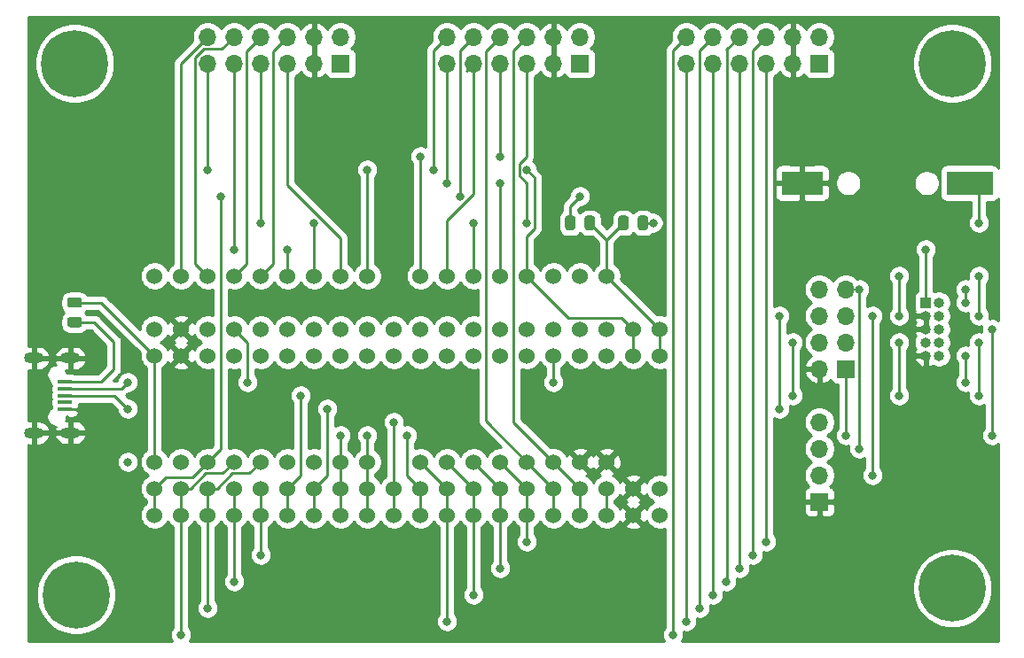
<source format=gbr>
%TF.GenerationSoftware,KiCad,Pcbnew,5.1.10*%
%TF.CreationDate,2021-09-24T20:41:10+02:00*%
%TF.ProjectId,ucdev_board,75636465-765f-4626-9f61-72642e6b6963,rev?*%
%TF.SameCoordinates,Original*%
%TF.FileFunction,Copper,L1,Top*%
%TF.FilePolarity,Positive*%
%FSLAX46Y46*%
G04 Gerber Fmt 4.6, Leading zero omitted, Abs format (unit mm)*
G04 Created by KiCad (PCBNEW 5.1.10) date 2021-09-24 20:41:10*
%MOMM*%
%LPD*%
G01*
G04 APERTURE LIST*
%TA.AperFunction,SMDPad,CuDef*%
%ADD10R,1.400000X0.400000*%
%TD*%
%TA.AperFunction,ComponentPad*%
%ADD11O,1.850000X1.050000*%
%TD*%
%TA.AperFunction,SMDPad,CuDef*%
%ADD12R,4.400000X2.300000*%
%TD*%
%TA.AperFunction,SMDPad,CuDef*%
%ADD13R,4.000000X2.300000*%
%TD*%
%TA.AperFunction,ComponentPad*%
%ADD14O,1.000000X1.000000*%
%TD*%
%TA.AperFunction,ComponentPad*%
%ADD15R,1.000000X1.000000*%
%TD*%
%TA.AperFunction,ComponentPad*%
%ADD16C,1.524000*%
%TD*%
%TA.AperFunction,ComponentPad*%
%ADD17C,0.800000*%
%TD*%
%TA.AperFunction,ComponentPad*%
%ADD18C,6.400000*%
%TD*%
%TA.AperFunction,ComponentPad*%
%ADD19O,1.700000X1.700000*%
%TD*%
%TA.AperFunction,ComponentPad*%
%ADD20R,1.700000X1.700000*%
%TD*%
%TA.AperFunction,ViaPad*%
%ADD21C,0.800000*%
%TD*%
%TA.AperFunction,Conductor*%
%ADD22C,0.250000*%
%TD*%
%TA.AperFunction,Conductor*%
%ADD23C,0.254000*%
%TD*%
%TA.AperFunction,Conductor*%
%ADD24C,0.100000*%
%TD*%
G04 APERTURE END LIST*
D10*
%TO.P,J8,1*%
%TO.N,VBUS*%
X57500000Y-60930000D03*
%TO.P,J8,5*%
%TO.N,GND*%
X57500000Y-63530000D03*
%TO.P,J8,4*%
%TO.N,Net-(J8-Pad4)*%
X57500000Y-62880000D03*
%TO.P,J8,2*%
%TO.N,A11*%
X57500000Y-61580000D03*
%TO.P,J8,3*%
%TO.N,A12*%
X57500000Y-62230000D03*
D11*
%TO.P,J8,6*%
%TO.N,GND*%
X58000000Y-65780000D03*
X58000000Y-58655000D03*
X54550000Y-58655000D03*
X54550000Y-65805000D03*
%TD*%
D12*
%TO.P,BT1,1*%
%TO.N,Net-(BT1-Pad1)*%
X143890000Y-41910000D03*
D13*
%TO.P,BT1,2*%
%TO.N,GND*%
X127890000Y-41910000D03*
%TD*%
D14*
%TO.P,JTAG1,10*%
%TO.N,~RST*%
X140970000Y-58420000D03*
%TO.P,JTAG1,9*%
%TO.N,GND*%
X139700000Y-58420000D03*
%TO.P,JTAG1,8*%
%TO.N,A15*%
X140970000Y-57150000D03*
%TO.P,JTAG1,7*%
%TO.N,Net-(JTAG1-Pad7)*%
X139700000Y-57150000D03*
%TO.P,JTAG1,6*%
%TO.N,B3*%
X140970000Y-55880000D03*
%TO.P,JTAG1,5*%
%TO.N,GND*%
X139700000Y-55880000D03*
%TO.P,JTAG1,4*%
%TO.N,JTCK*%
X140970000Y-54610000D03*
%TO.P,JTAG1,3*%
%TO.N,GND*%
X139700000Y-54610000D03*
%TO.P,JTAG1,2*%
%TO.N,JTMS*%
X140970000Y-53340000D03*
D15*
%TO.P,JTAG1,1*%
%TO.N,3V3*%
X139700000Y-53340000D03*
%TD*%
D16*
%TO.P,U2,1*%
%TO.N,5V*%
X66040000Y-58420000D03*
%TO.P,U2,2*%
%TO.N,GND*%
X68580000Y-58420000D03*
%TO.P,U2,3*%
%TO.N,3V3*%
X71120000Y-58420000D03*
%TO.P,U2,4*%
%TO.N,B10*%
X73660000Y-58420000D03*
%TO.P,U2,5*%
%TO.N,B2*%
X76200000Y-58420000D03*
%TO.P,U2,6*%
%TO.N,B1*%
X78740000Y-58420000D03*
%TO.P,U2,7*%
%TO.N,B0*%
X81280000Y-58420000D03*
%TO.P,U2,8*%
%TO.N,A7*%
X83820000Y-58420000D03*
%TO.P,U2,9*%
%TO.N,A6*%
X86360000Y-58420000D03*
%TO.P,U2,10*%
%TO.N,A5*%
X88900000Y-58420000D03*
%TO.P,U2,11*%
%TO.N,A4*%
X91440000Y-58420000D03*
%TO.P,U2,12*%
%TO.N,A3*%
X93980000Y-58420000D03*
%TO.P,U2,13*%
%TO.N,A2*%
X96520000Y-58420000D03*
%TO.P,U2,14*%
%TO.N,A1*%
X99060000Y-58420000D03*
%TO.P,U2,15*%
%TO.N,A0*%
X101600000Y-58420000D03*
%TO.P,U2,16*%
%TO.N,~RST*%
X104140000Y-58420000D03*
%TO.P,U2,17*%
%TO.N,Net-(U2-Pad17)*%
X106680000Y-58420000D03*
%TO.P,U2,18*%
%TO.N,Net-(U2-Pad18)*%
X109220000Y-58420000D03*
%TO.P,U2,19*%
%TO.N,C13*%
X111760000Y-58420000D03*
%TO.P,U2,20*%
%TO.N,VB*%
X114300000Y-58420000D03*
%TO.P,U2,21*%
%TO.N,3V3*%
X114300000Y-73660000D03*
%TO.P,U2,22*%
%TO.N,GND*%
X111760000Y-73660000D03*
%TO.P,U2,23*%
%TO.N,5V*%
X109220000Y-73660000D03*
%TO.P,U2,24*%
%TO.N,B9*%
X106680000Y-73660000D03*
%TO.P,U2,25*%
%TO.N,B8*%
X104140000Y-73660000D03*
%TO.P,U2,26*%
%TO.N,B7*%
X101600000Y-73660000D03*
%TO.P,U2,27*%
%TO.N,B6*%
X99060000Y-73660000D03*
%TO.P,U2,28*%
%TO.N,B5*%
X96520000Y-73660000D03*
%TO.P,U2,29*%
%TO.N,B4*%
X93980000Y-73660000D03*
%TO.P,U2,30*%
%TO.N,B3*%
X91440000Y-73660000D03*
%TO.P,U2,31*%
%TO.N,A15*%
X88900000Y-73660000D03*
%TO.P,U2,32*%
%TO.N,A12*%
X86360000Y-73660000D03*
%TO.P,U2,33*%
%TO.N,A11*%
X83820000Y-73660000D03*
%TO.P,U2,34*%
%TO.N,A10*%
X81280000Y-73660000D03*
%TO.P,U2,35*%
%TO.N,A9*%
X78740000Y-73660000D03*
%TO.P,U2,36*%
%TO.N,A8*%
X76200000Y-73660000D03*
%TO.P,U2,37*%
%TO.N,B15*%
X73660000Y-73660000D03*
%TO.P,U2,38*%
%TO.N,B14*%
X71120000Y-73660000D03*
%TO.P,U2,39*%
%TO.N,B13*%
X68580000Y-73660000D03*
%TO.P,U2,40*%
%TO.N,B12*%
X66040000Y-73660000D03*
%TD*%
D17*
%TO.P,H4,1*%
%TO.N,N/C*%
X143937056Y-78947944D03*
X142240000Y-78245000D03*
X140542944Y-78947944D03*
X139840000Y-80645000D03*
X140542944Y-82342056D03*
X142240000Y-83045000D03*
X143937056Y-82342056D03*
X144640000Y-80645000D03*
D18*
X142240000Y-80645000D03*
%TD*%
D17*
%TO.P,H3,1*%
%TO.N,N/C*%
X60257056Y-79582944D03*
X58560000Y-78880000D03*
X56862944Y-79582944D03*
X56160000Y-81280000D03*
X56862944Y-82977056D03*
X58560000Y-83680000D03*
X60257056Y-82977056D03*
X60960000Y-81280000D03*
D18*
X58560000Y-81280000D03*
%TD*%
D17*
%TO.P,H2,1*%
%TO.N,N/C*%
X143937056Y-28782944D03*
X142240000Y-28080000D03*
X140542944Y-28782944D03*
X139840000Y-30480000D03*
X140542944Y-32177056D03*
X142240000Y-32880000D03*
X143937056Y-32177056D03*
X144640000Y-30480000D03*
D18*
X142240000Y-30480000D03*
%TD*%
D17*
%TO.P,H1,1*%
%TO.N,N/C*%
X60117056Y-28782944D03*
X58420000Y-28080000D03*
X56722944Y-28782944D03*
X56020000Y-30480000D03*
X56722944Y-32177056D03*
X58420000Y-32880000D03*
X60117056Y-32177056D03*
X60820000Y-30480000D03*
D18*
X58420000Y-30480000D03*
%TD*%
%TO.P,D3,2*%
%TO.N,Net-(BT1-Pad1)*%
%TA.AperFunction,SMDPad,CuDef*%
G36*
G01*
X112210000Y-46176250D02*
X112210000Y-45263750D01*
G75*
G02*
X112453750Y-45020000I243750J0D01*
G01*
X112941250Y-45020000D01*
G75*
G02*
X113185000Y-45263750I0J-243750D01*
G01*
X113185000Y-46176250D01*
G75*
G02*
X112941250Y-46420000I-243750J0D01*
G01*
X112453750Y-46420000D01*
G75*
G02*
X112210000Y-46176250I0J243750D01*
G01*
G37*
%TD.AperFunction*%
%TO.P,D3,1*%
%TO.N,VB*%
%TA.AperFunction,SMDPad,CuDef*%
G36*
G01*
X110335000Y-46176250D02*
X110335000Y-45263750D01*
G75*
G02*
X110578750Y-45020000I243750J0D01*
G01*
X111066250Y-45020000D01*
G75*
G02*
X111310000Y-45263750I0J-243750D01*
G01*
X111310000Y-46176250D01*
G75*
G02*
X111066250Y-46420000I-243750J0D01*
G01*
X110578750Y-46420000D01*
G75*
G02*
X110335000Y-46176250I0J243750D01*
G01*
G37*
%TD.AperFunction*%
%TD*%
%TO.P,D2,2*%
%TO.N,3V3*%
%TA.AperFunction,SMDPad,CuDef*%
G36*
G01*
X106230000Y-45263750D02*
X106230000Y-46176250D01*
G75*
G02*
X105986250Y-46420000I-243750J0D01*
G01*
X105498750Y-46420000D01*
G75*
G02*
X105255000Y-46176250I0J243750D01*
G01*
X105255000Y-45263750D01*
G75*
G02*
X105498750Y-45020000I243750J0D01*
G01*
X105986250Y-45020000D01*
G75*
G02*
X106230000Y-45263750I0J-243750D01*
G01*
G37*
%TD.AperFunction*%
%TO.P,D2,1*%
%TO.N,VB*%
%TA.AperFunction,SMDPad,CuDef*%
G36*
G01*
X108105000Y-45263750D02*
X108105000Y-46176250D01*
G75*
G02*
X107861250Y-46420000I-243750J0D01*
G01*
X107373750Y-46420000D01*
G75*
G02*
X107130000Y-46176250I0J243750D01*
G01*
X107130000Y-45263750D01*
G75*
G02*
X107373750Y-45020000I243750J0D01*
G01*
X107861250Y-45020000D01*
G75*
G02*
X108105000Y-45263750I0J-243750D01*
G01*
G37*
%TD.AperFunction*%
%TD*%
%TO.P,D1,2*%
%TO.N,VBUS*%
%TA.AperFunction,SMDPad,CuDef*%
G36*
G01*
X57963750Y-54727500D02*
X58876250Y-54727500D01*
G75*
G02*
X59120000Y-54971250I0J-243750D01*
G01*
X59120000Y-55458750D01*
G75*
G02*
X58876250Y-55702500I-243750J0D01*
G01*
X57963750Y-55702500D01*
G75*
G02*
X57720000Y-55458750I0J243750D01*
G01*
X57720000Y-54971250D01*
G75*
G02*
X57963750Y-54727500I243750J0D01*
G01*
G37*
%TD.AperFunction*%
%TO.P,D1,1*%
%TO.N,5V*%
%TA.AperFunction,SMDPad,CuDef*%
G36*
G01*
X57963750Y-52852500D02*
X58876250Y-52852500D01*
G75*
G02*
X59120000Y-53096250I0J-243750D01*
G01*
X59120000Y-53583750D01*
G75*
G02*
X58876250Y-53827500I-243750J0D01*
G01*
X57963750Y-53827500D01*
G75*
G02*
X57720000Y-53583750I0J243750D01*
G01*
X57720000Y-53096250D01*
G75*
G02*
X57963750Y-52852500I243750J0D01*
G01*
G37*
%TD.AperFunction*%
%TD*%
D19*
%TO.P,PMOD4,12*%
%TO.N,B13*%
X116840000Y-27940000D03*
%TO.P,PMOD4,11*%
%TO.N,B4*%
X116840000Y-30480000D03*
%TO.P,PMOD4,10*%
%TO.N,B14*%
X119380000Y-27940000D03*
%TO.P,PMOD4,9*%
%TO.N,B5*%
X119380000Y-30480000D03*
%TO.P,PMOD4,8*%
%TO.N,B15*%
X121920000Y-27940000D03*
%TO.P,PMOD4,7*%
%TO.N,B6*%
X121920000Y-30480000D03*
%TO.P,PMOD4,6*%
%TO.N,A8*%
X124460000Y-27940000D03*
%TO.P,PMOD4,5*%
%TO.N,B7*%
X124460000Y-30480000D03*
%TO.P,PMOD4,4*%
%TO.N,GND*%
X127000000Y-27940000D03*
%TO.P,PMOD4,3*%
X127000000Y-30480000D03*
%TO.P,PMOD4,2*%
%TO.N,3V3*%
X129540000Y-27940000D03*
D20*
%TO.P,PMOD4,1*%
X129540000Y-30480000D03*
%TD*%
D19*
%TO.P,PMOD3,12*%
%TO.N,C13*%
X93980000Y-27940000D03*
%TO.P,PMOD3,11*%
%TO.N,A0*%
X93980000Y-30480000D03*
%TO.P,PMOD3,10*%
%TO.N,B12*%
X96520000Y-27940000D03*
%TO.P,PMOD3,9*%
%TO.N,A2*%
X96520000Y-30480000D03*
%TO.P,PMOD3,8*%
%TO.N,B8*%
X99060000Y-27940000D03*
%TO.P,PMOD3,7*%
%TO.N,A3*%
X99060000Y-30480000D03*
%TO.P,PMOD3,6*%
%TO.N,B9*%
X101600000Y-27940000D03*
%TO.P,PMOD3,5*%
%TO.N,A1*%
X101600000Y-30480000D03*
%TO.P,PMOD3,4*%
%TO.N,GND*%
X104140000Y-27940000D03*
%TO.P,PMOD3,3*%
X104140000Y-30480000D03*
%TO.P,PMOD3,2*%
%TO.N,3V3*%
X106680000Y-27940000D03*
D20*
%TO.P,PMOD3,1*%
X106680000Y-30480000D03*
%TD*%
D19*
%TO.P,PMOD2,12*%
%TO.N,B11*%
X71120000Y-27940000D03*
%TO.P,PMOD2,11*%
%TO.N,A4*%
X71120000Y-30480000D03*
%TO.P,PMOD2,10*%
%TO.N,B10*%
X73660000Y-27940000D03*
%TO.P,PMOD2,9*%
%TO.N,A7*%
X73660000Y-30480000D03*
%TO.P,PMOD2,8*%
%TO.N,B1*%
X76200000Y-27940000D03*
%TO.P,PMOD2,7*%
%TO.N,A6*%
X76200000Y-30480000D03*
%TO.P,PMOD2,6*%
%TO.N,B0*%
X78740000Y-27940000D03*
%TO.P,PMOD2,5*%
%TO.N,A5*%
X78740000Y-30480000D03*
%TO.P,PMOD2,4*%
%TO.N,GND*%
X81280000Y-27940000D03*
%TO.P,PMOD2,3*%
X81280000Y-30480000D03*
%TO.P,PMOD2,2*%
%TO.N,3V3*%
X83820000Y-27940000D03*
D20*
%TO.P,PMOD2,1*%
X83820000Y-30480000D03*
%TD*%
D19*
%TO.P,J3,8*%
%TO.N,3V3*%
X129540000Y-52070000D03*
%TO.P,J3,7*%
%TO.N,JTMS*%
X132080000Y-52070000D03*
%TO.P,J3,6*%
%TO.N,A10*%
X129540000Y-54610000D03*
%TO.P,J3,5*%
%TO.N,JTCK*%
X132080000Y-54610000D03*
%TO.P,J3,4*%
%TO.N,A9*%
X129540000Y-57150000D03*
%TO.P,J3,3*%
%TO.N,A15*%
X132080000Y-57150000D03*
%TO.P,J3,2*%
%TO.N,GND*%
X129540000Y-59690000D03*
D20*
%TO.P,J3,1*%
%TO.N,B3*%
X132080000Y-59690000D03*
%TD*%
D19*
%TO.P,J2,4*%
%TO.N,3V3*%
X129540000Y-64770000D03*
%TO.P,J2,3*%
%TO.N,JTMS*%
X129540000Y-67310000D03*
%TO.P,J2,2*%
%TO.N,JTCK*%
X129540000Y-69850000D03*
D20*
%TO.P,J2,1*%
%TO.N,GND*%
X129540000Y-72390000D03*
%TD*%
D16*
%TO.P,U3,1*%
%TO.N,~RST*%
X66040000Y-50800000D03*
%TO.P,U3,2*%
%TO.N,B11*%
X68580000Y-50800000D03*
%TO.P,U3,3*%
%TO.N,B10*%
X71120000Y-50800000D03*
%TO.P,U3,4*%
%TO.N,B1*%
X73660000Y-50800000D03*
%TO.P,U3,5*%
%TO.N,B0*%
X76200000Y-50800000D03*
%TO.P,U3,6*%
%TO.N,A7*%
X78740000Y-50800000D03*
%TO.P,U3,7*%
%TO.N,A6*%
X81280000Y-50800000D03*
%TO.P,U3,8*%
%TO.N,A5*%
X83820000Y-50800000D03*
%TO.P,U3,9*%
%TO.N,A4*%
X86360000Y-50800000D03*
%TO.P,U3,10*%
%TO.N,A3*%
X91440000Y-50800000D03*
%TO.P,U3,11*%
%TO.N,A2*%
X93980000Y-50800000D03*
%TO.P,U3,12*%
%TO.N,A1*%
X96520000Y-50800000D03*
%TO.P,U3,13*%
%TO.N,A0*%
X99060000Y-50800000D03*
%TO.P,U3,14*%
%TO.N,C13*%
X101600000Y-50800000D03*
%TO.P,U3,15*%
%TO.N,Net-(U3-Pad15)*%
X104140000Y-50800000D03*
%TO.P,U3,16*%
%TO.N,Net-(U3-Pad16)*%
X106680000Y-50800000D03*
%TO.P,U3,17*%
%TO.N,VB*%
X109220000Y-50800000D03*
%TO.P,U3,18*%
%TO.N,GND*%
X109220000Y-68580000D03*
%TO.P,U3,19*%
X106680000Y-68580000D03*
%TO.P,U3,21*%
%TO.N,B8*%
X101600000Y-68580000D03*
%TO.P,U3,22*%
%TO.N,B7*%
X99060000Y-68580000D03*
%TO.P,U3,23*%
%TO.N,B6*%
X96520000Y-68580000D03*
%TO.P,U3,24*%
%TO.N,B5*%
X93980000Y-68580000D03*
%TO.P,U3,25*%
%TO.N,B4*%
X91440000Y-68580000D03*
%TO.P,U3,26*%
%TO.N,A12*%
X86360000Y-68580000D03*
%TO.P,U3,27*%
%TO.N,A11*%
X83820000Y-68580000D03*
%TO.P,U3,28*%
%TO.N,A8*%
X81280000Y-68580000D03*
%TO.P,U3,29*%
%TO.N,B15*%
X78740000Y-68580000D03*
%TO.P,U3,30*%
%TO.N,B14*%
X76200000Y-68580000D03*
%TO.P,U3,31*%
%TO.N,B13*%
X73660000Y-68580000D03*
%TO.P,U3,32*%
%TO.N,B12*%
X71120000Y-68580000D03*
%TO.P,U3,33*%
%TO.N,3V3*%
X68580000Y-68580000D03*
%TO.P,U3,34*%
%TO.N,5V*%
X66040000Y-68580000D03*
%TO.P,U3,20*%
%TO.N,B9*%
X104140000Y-68580000D03*
%TD*%
%TO.P,U1,1*%
%TO.N,Net-(U1-Pad1)*%
X66040000Y-55880000D03*
%TO.P,U1,2*%
%TO.N,GND*%
X68580000Y-55880000D03*
%TO.P,U1,3*%
%TO.N,3V3*%
X71120000Y-55880000D03*
%TO.P,U1,4*%
%TO.N,~RST*%
X73660000Y-55880000D03*
%TO.P,U1,5*%
%TO.N,B11*%
X76200000Y-55880000D03*
%TO.P,U1,6*%
%TO.N,B10*%
X78740000Y-55880000D03*
%TO.P,U1,7*%
%TO.N,B1*%
X81280000Y-55880000D03*
%TO.P,U1,8*%
%TO.N,B0*%
X83820000Y-55880000D03*
%TO.P,U1,9*%
%TO.N,A7*%
X86360000Y-55880000D03*
%TO.P,U1,10*%
%TO.N,A6*%
X88900000Y-55880000D03*
%TO.P,U1,11*%
%TO.N,A5*%
X91440000Y-55880000D03*
%TO.P,U1,12*%
%TO.N,A4*%
X93980000Y-55880000D03*
%TO.P,U1,13*%
%TO.N,A3*%
X96520000Y-55880000D03*
%TO.P,U1,14*%
%TO.N,A2*%
X99060000Y-55880000D03*
%TO.P,U1,15*%
%TO.N,A1*%
X101600000Y-55880000D03*
%TO.P,U1,16*%
%TO.N,A0*%
X104140000Y-55880000D03*
%TO.P,U1,17*%
%TO.N,Net-(U1-Pad17)*%
X106680000Y-55880000D03*
%TO.P,U1,18*%
%TO.N,Net-(U1-Pad18)*%
X109220000Y-55880000D03*
%TO.P,U1,19*%
%TO.N,C13*%
X111760000Y-55880000D03*
%TO.P,U1,20*%
%TO.N,VB*%
X114300000Y-55880000D03*
%TO.P,U1,21*%
%TO.N,3V3*%
X114300000Y-71120000D03*
%TO.P,U1,22*%
%TO.N,GND*%
X111760000Y-71120000D03*
%TO.P,U1,23*%
%TO.N,5V*%
X109220000Y-71120000D03*
%TO.P,U1,24*%
%TO.N,B9*%
X106680000Y-71120000D03*
%TO.P,U1,25*%
%TO.N,B8*%
X104140000Y-71120000D03*
%TO.P,U1,26*%
%TO.N,B7*%
X101600000Y-71120000D03*
%TO.P,U1,27*%
%TO.N,B6*%
X99060000Y-71120000D03*
%TO.P,U1,28*%
%TO.N,B5*%
X96520000Y-71120000D03*
%TO.P,U1,29*%
%TO.N,B4*%
X93980000Y-71120000D03*
%TO.P,U1,30*%
%TO.N,B3*%
X91440000Y-71120000D03*
%TO.P,U1,31*%
%TO.N,A15*%
X88900000Y-71120000D03*
%TO.P,U1,32*%
%TO.N,A12*%
X86360000Y-71120000D03*
%TO.P,U1,33*%
%TO.N,A11*%
X83820000Y-71120000D03*
%TO.P,U1,34*%
%TO.N,A10*%
X81280000Y-71120000D03*
%TO.P,U1,35*%
%TO.N,A9*%
X78740000Y-71120000D03*
%TO.P,U1,36*%
%TO.N,A8*%
X76200000Y-71120000D03*
%TO.P,U1,37*%
%TO.N,B15*%
X73660000Y-71120000D03*
%TO.P,U1,38*%
%TO.N,B14*%
X71120000Y-71120000D03*
%TO.P,U1,39*%
%TO.N,B13*%
X68580000Y-71120000D03*
%TO.P,U1,40*%
%TO.N,B12*%
X66040000Y-71120000D03*
%TD*%
D21*
%TO.N,B12*%
X95250000Y-43180000D03*
X72390000Y-43180000D03*
%TO.N,B13*%
X68580000Y-85090000D03*
X115570000Y-85090000D03*
%TO.N,B14*%
X118110000Y-82550000D03*
X71120000Y-82550000D03*
%TO.N,B15*%
X120650000Y-80010000D03*
X73660000Y-80010000D03*
%TO.N,A8*%
X123190000Y-77470000D03*
X76200000Y-77470000D03*
%TO.N,A9*%
X80010000Y-62230000D03*
X127000000Y-62230000D03*
X127000000Y-57150000D03*
%TO.N,A10*%
X82550000Y-63500000D03*
X125730000Y-54610000D03*
X125730000Y-63500000D03*
%TO.N,A11*%
X83820000Y-66040000D03*
X63500000Y-60960000D03*
%TO.N,A12*%
X86360000Y-66040000D03*
X63500000Y-63500000D03*
%TO.N,A15*%
X88900000Y-64770000D03*
X144780000Y-57150000D03*
X144780000Y-62230000D03*
X137160000Y-62230000D03*
X137160000Y-57150000D03*
%TO.N,B3*%
X90170000Y-66040000D03*
X146050000Y-55880000D03*
X146050000Y-66040000D03*
X132080000Y-66040000D03*
%TO.N,B4*%
X116840000Y-83820000D03*
X93980000Y-83820000D03*
%TO.N,B5*%
X119380000Y-81280000D03*
X96520000Y-81280000D03*
%TO.N,B6*%
X121920000Y-78740000D03*
X99060000Y-78740000D03*
%TO.N,B7*%
X124460000Y-76200000D03*
X101600000Y-76200000D03*
%TO.N,GND*%
X114300000Y-68580000D03*
X127000000Y-68580000D03*
X71120000Y-63500000D03*
X73660000Y-63500000D03*
%TO.N,3V3*%
X63500000Y-68580000D03*
X139700000Y-48260000D03*
X106680000Y-43180000D03*
%TO.N,C13*%
X92710000Y-40640000D03*
X101600000Y-40640000D03*
%TO.N,A0*%
X93980000Y-41910000D03*
X99060000Y-41910000D03*
%TO.N,A1*%
X101600000Y-45720000D03*
X96520000Y-45720000D03*
%TO.N,A3*%
X99060000Y-39370000D03*
X91440000Y-39370000D03*
%TO.N,A4*%
X71120000Y-40640000D03*
X86360000Y-40640000D03*
%TO.N,A6*%
X81280000Y-45720000D03*
X76200000Y-45720000D03*
%TO.N,A7*%
X78740000Y-48260000D03*
X73660000Y-48260000D03*
%TO.N,~RST*%
X74930000Y-60960000D03*
X104140000Y-60960000D03*
X143510000Y-58420000D03*
X143510000Y-60960000D03*
%TO.N,JTMS*%
X143510000Y-53340000D03*
X143510000Y-52070000D03*
X133350000Y-67310000D03*
X133350000Y-52070000D03*
%TO.N,JTCK*%
X144780000Y-54610000D03*
X144780000Y-50800000D03*
X137160000Y-50800000D03*
X137160000Y-54610000D03*
X134620000Y-69850000D03*
X134620000Y-54610000D03*
%TO.N,Net-(BT1-Pad1)*%
X113665000Y-45720000D03*
X144780000Y-45720000D03*
%TD*%
D22*
%TO.N,B12*%
X66040000Y-73660000D02*
X66040000Y-71120000D01*
X69667001Y-70032999D02*
X71120000Y-68580000D01*
X67127001Y-70032999D02*
X69667001Y-70032999D01*
X66040000Y-71120000D02*
X67127001Y-70032999D01*
X95250000Y-29210000D02*
X95250000Y-43180000D01*
X96520000Y-27940000D02*
X95250000Y-29210000D01*
X72390000Y-67310000D02*
X71120000Y-68580000D01*
X72390000Y-43180000D02*
X72390000Y-67310000D01*
%TO.N,B13*%
X68580000Y-73660000D02*
X68580000Y-85090000D01*
X115570000Y-29210000D02*
X115570000Y-85090000D01*
X116840000Y-27940000D02*
X115570000Y-29210000D01*
X68580000Y-73660000D02*
X68580000Y-71120000D01*
X72572999Y-69667001D02*
X73660000Y-68580000D01*
X70964237Y-69667001D02*
X72572999Y-69667001D01*
X69511238Y-71120000D02*
X70964237Y-69667001D01*
X68580000Y-71120000D02*
X69511238Y-71120000D01*
%TO.N,B14*%
X118110000Y-29210000D02*
X118110000Y-82550000D01*
X119380000Y-27940000D02*
X118110000Y-29210000D01*
X71120000Y-73660000D02*
X71120000Y-82550000D01*
X71120000Y-73660000D02*
X71120000Y-71120000D01*
X75112999Y-69667001D02*
X76200000Y-68580000D01*
X73504237Y-69667001D02*
X75112999Y-69667001D01*
X72051238Y-71120000D02*
X73504237Y-69667001D01*
X71120000Y-71120000D02*
X72051238Y-71120000D01*
%TO.N,B15*%
X121920000Y-27940000D02*
X120744999Y-29115001D01*
X120665010Y-29194990D02*
X121920000Y-27940000D01*
X120744999Y-79915001D02*
X120650000Y-80010000D01*
X120744999Y-29115001D02*
X120744999Y-79915001D01*
X73660000Y-80010000D02*
X73660000Y-73660000D01*
X73660000Y-73660000D02*
X73660000Y-71120000D01*
%TO.N,A8*%
X124460000Y-27940000D02*
X123190000Y-29210000D01*
X123190000Y-29210000D02*
X123190000Y-77470000D01*
X76200000Y-77470000D02*
X76200000Y-73660000D01*
X76200000Y-73660000D02*
X76200000Y-71120000D01*
%TO.N,A9*%
X78740000Y-73660000D02*
X78740000Y-71120000D01*
X80010000Y-69850000D02*
X80010000Y-62230000D01*
X78740000Y-71120000D02*
X80010000Y-69850000D01*
X127000000Y-62230000D02*
X127000000Y-57150000D01*
%TO.N,A10*%
X81280000Y-73660000D02*
X81280000Y-71120000D01*
X82550000Y-69850000D02*
X82550000Y-63500000D01*
X81280000Y-71120000D02*
X82550000Y-69850000D01*
X125730000Y-54610000D02*
X125730000Y-63500000D01*
%TO.N,A11*%
X83820000Y-73660000D02*
X83820000Y-71120000D01*
X83820000Y-71120000D02*
X83820000Y-68580000D01*
X83820000Y-68580000D02*
X83820000Y-66040000D01*
X62880000Y-61580000D02*
X63500000Y-60960000D01*
X59050000Y-61580000D02*
X62880000Y-61580000D01*
X59050000Y-61580000D02*
X57500000Y-61580000D01*
%TO.N,A12*%
X86360000Y-73660000D02*
X86360000Y-71120000D01*
X86360000Y-71120000D02*
X86360000Y-68580000D01*
X86360000Y-68580000D02*
X86360000Y-66040000D01*
X63500000Y-63500000D02*
X62230000Y-62230000D01*
X59330000Y-62230000D02*
X57500000Y-62230000D01*
X62230000Y-62230000D02*
X59330000Y-62230000D01*
X59330000Y-62230000D02*
X59050000Y-62230000D01*
%TO.N,A15*%
X88900000Y-73660000D02*
X88900000Y-71120000D01*
X88900000Y-71120000D02*
X88900000Y-64770000D01*
X144780000Y-57150000D02*
X144780000Y-62230000D01*
X137160000Y-62230000D02*
X137160000Y-57150000D01*
%TO.N,B3*%
X91440000Y-73660000D02*
X91440000Y-71120000D01*
X90170000Y-69850000D02*
X90170000Y-66040000D01*
X91440000Y-71120000D02*
X90170000Y-69850000D01*
X146050000Y-55880000D02*
X146050000Y-66040000D01*
X132080000Y-59690000D02*
X132080000Y-66040000D01*
%TO.N,B4*%
X116840000Y-30480000D02*
X116840000Y-83820000D01*
X93980000Y-83820000D02*
X93980000Y-73660000D01*
X93980000Y-73660000D02*
X93980000Y-71120000D01*
X93980000Y-71120000D02*
X91440000Y-68580000D01*
%TO.N,B5*%
X119380000Y-30480000D02*
X119380000Y-81280000D01*
X96520000Y-81280000D02*
X96520000Y-73660000D01*
X96520000Y-73660000D02*
X96520000Y-71120000D01*
X96520000Y-71120000D02*
X93980000Y-68580000D01*
%TO.N,B6*%
X121920000Y-30480000D02*
X121920000Y-78740000D01*
X99060000Y-73660000D02*
X99060000Y-78740000D01*
X99060000Y-71120000D02*
X96520000Y-68580000D01*
X99060000Y-73660000D02*
X99060000Y-71120000D01*
%TO.N,B7*%
X99060000Y-68580000D02*
X101600000Y-71120000D01*
X101600000Y-71120000D02*
X101600000Y-73660000D01*
X124460000Y-30480000D02*
X124460000Y-76200000D01*
X101600000Y-73660000D02*
X101600000Y-76200000D01*
%TO.N,B8*%
X99060000Y-27940000D02*
X97695001Y-29304999D01*
X97695001Y-64675001D02*
X101600000Y-68580000D01*
X97695001Y-62324999D02*
X97695001Y-64675001D01*
X97695001Y-29304999D02*
X97695001Y-62324999D01*
X97695001Y-62324999D02*
X97695001Y-63405001D01*
X101600000Y-68580000D02*
X104140000Y-71120000D01*
X104140000Y-71120000D02*
X104140000Y-73660000D01*
%TO.N,B9*%
X101600000Y-27940000D02*
X100330000Y-29210000D01*
X100330000Y-29210000D02*
X100330000Y-49530000D01*
X104140000Y-68580000D02*
X100330000Y-64770000D01*
X100330000Y-49530000D02*
X100330000Y-64770000D01*
X104140000Y-68580000D02*
X106680000Y-71120000D01*
X106680000Y-71120000D02*
X106680000Y-73660000D01*
%TO.N,5V*%
X66040000Y-58420000D02*
X66040000Y-68580000D01*
X109220000Y-71120000D02*
X109220000Y-73660000D01*
X60960000Y-53340000D02*
X66040000Y-58420000D01*
X58420000Y-53340000D02*
X60960000Y-53340000D01*
%TO.N,GND*%
X57500000Y-63530000D02*
X59170000Y-63530000D01*
%TO.N,3V3*%
X139700000Y-53340000D02*
X139700000Y-48260000D01*
X105742500Y-44117500D02*
X106680000Y-43180000D01*
X105742500Y-45720000D02*
X105742500Y-44117500D01*
%TO.N,VB*%
X114300000Y-58420000D02*
X114300000Y-55880000D01*
X114300000Y-55880000D02*
X109220000Y-50800000D01*
X109220000Y-47322500D02*
X110822500Y-45720000D01*
X109220000Y-50800000D02*
X109220000Y-47322500D01*
X109220000Y-47322500D02*
X107617500Y-45720000D01*
%TO.N,C13*%
X92710000Y-29210000D02*
X92710000Y-40640000D01*
X93980000Y-27940000D02*
X92710000Y-29210000D01*
X102325001Y-41365001D02*
X102325001Y-46264999D01*
X101600000Y-40640000D02*
X102325001Y-41365001D01*
X101600000Y-46990000D02*
X101600000Y-50800000D01*
X102325001Y-46264999D02*
X101600000Y-46990000D01*
X111760000Y-58420000D02*
X111760000Y-55880000D01*
X105592999Y-54792999D02*
X101600000Y-50800000D01*
X110672999Y-54792999D02*
X105592999Y-54792999D01*
X111760000Y-55880000D02*
X110672999Y-54792999D01*
%TO.N,A0*%
X93980000Y-30480000D02*
X93980000Y-41910000D01*
X99060000Y-41910000D02*
X99060000Y-50800000D01*
%TO.N,A1*%
X101600000Y-30480000D02*
X101600000Y-39370000D01*
X100874999Y-40095001D02*
X100874999Y-41184999D01*
X101600000Y-39370000D02*
X100874999Y-40095001D01*
X101600000Y-41910000D02*
X101600000Y-45720000D01*
X100874999Y-41184999D02*
X101600000Y-41910000D01*
X96520000Y-50800000D02*
X96520000Y-45720000D01*
%TO.N,A2*%
X95794999Y-31205001D02*
X96520000Y-30480000D01*
X96520000Y-42983002D02*
X93980000Y-45523002D01*
X96520000Y-30480000D02*
X96520000Y-42983002D01*
X93980000Y-45523002D02*
X93980000Y-50800000D01*
%TO.N,A3*%
X99060000Y-30480000D02*
X99060000Y-39370000D01*
X91440000Y-50800000D02*
X91440000Y-39370000D01*
%TO.N,A4*%
X86360000Y-50800000D02*
X86360000Y-45720000D01*
X71120000Y-40640000D02*
X71120000Y-30480000D01*
X86360000Y-45720000D02*
X86360000Y-40640000D01*
%TO.N,A5*%
X83820000Y-47186998D02*
X78740000Y-42106998D01*
X83820000Y-50800000D02*
X83820000Y-47186998D01*
X78740000Y-42106998D02*
X78740000Y-30480000D01*
%TO.N,A6*%
X81280000Y-50800000D02*
X81280000Y-45720000D01*
X76200000Y-45720000D02*
X76200000Y-30480000D01*
%TO.N,A7*%
X78740000Y-50800000D02*
X78740000Y-48260000D01*
X73660000Y-48260000D02*
X73660000Y-30480000D01*
%TO.N,B0*%
X77375001Y-29304999D02*
X78740000Y-27940000D01*
X77375001Y-49624999D02*
X77375001Y-29304999D01*
X76200000Y-50800000D02*
X77375001Y-49624999D01*
%TO.N,B1*%
X74835001Y-29304999D02*
X76200000Y-27940000D01*
X74835001Y-49624999D02*
X74835001Y-29304999D01*
X73660000Y-50800000D02*
X74835001Y-49624999D01*
%TO.N,B10*%
X69944999Y-49624999D02*
X71120000Y-50800000D01*
X69944999Y-29915999D02*
X69944999Y-49624999D01*
X70745997Y-29115001D02*
X69944999Y-29915999D01*
X72484999Y-29115001D02*
X70745997Y-29115001D01*
X73660000Y-27940000D02*
X72484999Y-29115001D01*
%TO.N,B11*%
X68580000Y-30480000D02*
X71120000Y-27940000D01*
X68580000Y-50800000D02*
X68580000Y-30480000D01*
%TO.N,~RST*%
X74930000Y-57150000D02*
X74930000Y-60960000D01*
X73660000Y-55880000D02*
X74930000Y-57150000D01*
X104140000Y-60960000D02*
X104140000Y-58420000D01*
X143510000Y-58420000D02*
X143510000Y-60960000D01*
%TO.N,JTMS*%
X143510000Y-52070000D02*
X143510000Y-53340000D01*
X133350000Y-67310000D02*
X133350000Y-52070000D01*
%TO.N,JTCK*%
X144780000Y-54610000D02*
X144780000Y-50800000D01*
X137160000Y-50800000D02*
X137160000Y-54610000D01*
X134620000Y-69850000D02*
X134620000Y-54610000D01*
%TO.N,VBUS*%
X60930000Y-60930000D02*
X62170000Y-59690000D01*
X59050000Y-60930000D02*
X60930000Y-60930000D01*
X59050000Y-60930000D02*
X57500000Y-60930000D01*
X60295000Y-55215000D02*
X58420000Y-55215000D01*
X62170000Y-57090000D02*
X60295000Y-55215000D01*
X62170000Y-59690000D02*
X62170000Y-57090000D01*
%TO.N,Net-(BT1-Pad1)*%
X112697500Y-45720000D02*
X113665000Y-45720000D01*
X144780000Y-42800000D02*
X143890000Y-41910000D01*
X144780000Y-45720000D02*
X144780000Y-42800000D01*
%TD*%
D23*
%TO.N,GND*%
X113061995Y-59081727D02*
X113214880Y-59310535D01*
X113409465Y-59505120D01*
X113638273Y-59658005D01*
X113892510Y-59763314D01*
X114162408Y-59817000D01*
X114437592Y-59817000D01*
X114707490Y-59763314D01*
X114810001Y-59720853D01*
X114810001Y-69819148D01*
X114707490Y-69776686D01*
X114437592Y-69723000D01*
X114162408Y-69723000D01*
X113892510Y-69776686D01*
X113638273Y-69881995D01*
X113409465Y-70034880D01*
X113214880Y-70229465D01*
X113061995Y-70458273D01*
X113032308Y-70529943D01*
X113027636Y-70516977D01*
X112965656Y-70401020D01*
X112725565Y-70334040D01*
X111939605Y-71120000D01*
X112725565Y-71905960D01*
X112965656Y-71838980D01*
X113029485Y-71703240D01*
X113061995Y-71781727D01*
X113214880Y-72010535D01*
X113409465Y-72205120D01*
X113638273Y-72358005D01*
X113715515Y-72390000D01*
X113638273Y-72421995D01*
X113409465Y-72574880D01*
X113214880Y-72769465D01*
X113061995Y-72998273D01*
X113032308Y-73069943D01*
X113027636Y-73056977D01*
X112965656Y-72941020D01*
X112725565Y-72874040D01*
X111939605Y-73660000D01*
X112725565Y-74445960D01*
X112965656Y-74378980D01*
X113029485Y-74243240D01*
X113061995Y-74321727D01*
X113214880Y-74550535D01*
X113409465Y-74745120D01*
X113638273Y-74898005D01*
X113892510Y-75003314D01*
X114162408Y-75057000D01*
X114437592Y-75057000D01*
X114707490Y-75003314D01*
X114810001Y-74960852D01*
X114810001Y-84386288D01*
X114766063Y-84430226D01*
X114652795Y-84599744D01*
X114574774Y-84788102D01*
X114535000Y-84988061D01*
X114535000Y-85191939D01*
X114574774Y-85391898D01*
X114652795Y-85580256D01*
X114732805Y-85700000D01*
X69417195Y-85700000D01*
X69497205Y-85580256D01*
X69575226Y-85391898D01*
X69615000Y-85191939D01*
X69615000Y-84988061D01*
X69575226Y-84788102D01*
X69497205Y-84599744D01*
X69383937Y-84430226D01*
X69340000Y-84386289D01*
X69340000Y-74832341D01*
X69470535Y-74745120D01*
X69665120Y-74550535D01*
X69818005Y-74321727D01*
X69850000Y-74244485D01*
X69881995Y-74321727D01*
X70034880Y-74550535D01*
X70229465Y-74745120D01*
X70360000Y-74832341D01*
X70360001Y-81846288D01*
X70316063Y-81890226D01*
X70202795Y-82059744D01*
X70124774Y-82248102D01*
X70085000Y-82448061D01*
X70085000Y-82651939D01*
X70124774Y-82851898D01*
X70202795Y-83040256D01*
X70316063Y-83209774D01*
X70460226Y-83353937D01*
X70629744Y-83467205D01*
X70818102Y-83545226D01*
X71018061Y-83585000D01*
X71221939Y-83585000D01*
X71421898Y-83545226D01*
X71610256Y-83467205D01*
X71779774Y-83353937D01*
X71923937Y-83209774D01*
X72037205Y-83040256D01*
X72115226Y-82851898D01*
X72155000Y-82651939D01*
X72155000Y-82448061D01*
X72115226Y-82248102D01*
X72037205Y-82059744D01*
X71923937Y-81890226D01*
X71880000Y-81846289D01*
X71880000Y-74832341D01*
X72010535Y-74745120D01*
X72205120Y-74550535D01*
X72358005Y-74321727D01*
X72390000Y-74244485D01*
X72421995Y-74321727D01*
X72574880Y-74550535D01*
X72769465Y-74745120D01*
X72900001Y-74832341D01*
X72900000Y-79306289D01*
X72856063Y-79350226D01*
X72742795Y-79519744D01*
X72664774Y-79708102D01*
X72625000Y-79908061D01*
X72625000Y-80111939D01*
X72664774Y-80311898D01*
X72742795Y-80500256D01*
X72856063Y-80669774D01*
X73000226Y-80813937D01*
X73169744Y-80927205D01*
X73358102Y-81005226D01*
X73558061Y-81045000D01*
X73761939Y-81045000D01*
X73961898Y-81005226D01*
X74150256Y-80927205D01*
X74319774Y-80813937D01*
X74463937Y-80669774D01*
X74577205Y-80500256D01*
X74655226Y-80311898D01*
X74695000Y-80111939D01*
X74695000Y-79908061D01*
X74655226Y-79708102D01*
X74577205Y-79519744D01*
X74463937Y-79350226D01*
X74420000Y-79306289D01*
X74420000Y-74832341D01*
X74550535Y-74745120D01*
X74745120Y-74550535D01*
X74898005Y-74321727D01*
X74930000Y-74244485D01*
X74961995Y-74321727D01*
X75114880Y-74550535D01*
X75309465Y-74745120D01*
X75440001Y-74832341D01*
X75440000Y-76766289D01*
X75396063Y-76810226D01*
X75282795Y-76979744D01*
X75204774Y-77168102D01*
X75165000Y-77368061D01*
X75165000Y-77571939D01*
X75204774Y-77771898D01*
X75282795Y-77960256D01*
X75396063Y-78129774D01*
X75540226Y-78273937D01*
X75709744Y-78387205D01*
X75898102Y-78465226D01*
X76098061Y-78505000D01*
X76301939Y-78505000D01*
X76501898Y-78465226D01*
X76690256Y-78387205D01*
X76859774Y-78273937D01*
X77003937Y-78129774D01*
X77117205Y-77960256D01*
X77195226Y-77771898D01*
X77235000Y-77571939D01*
X77235000Y-77368061D01*
X77195226Y-77168102D01*
X77117205Y-76979744D01*
X77003937Y-76810226D01*
X76960000Y-76766289D01*
X76960000Y-74832341D01*
X77090535Y-74745120D01*
X77285120Y-74550535D01*
X77438005Y-74321727D01*
X77470000Y-74244485D01*
X77501995Y-74321727D01*
X77654880Y-74550535D01*
X77849465Y-74745120D01*
X78078273Y-74898005D01*
X78332510Y-75003314D01*
X78602408Y-75057000D01*
X78877592Y-75057000D01*
X79147490Y-75003314D01*
X79401727Y-74898005D01*
X79630535Y-74745120D01*
X79825120Y-74550535D01*
X79978005Y-74321727D01*
X80010000Y-74244485D01*
X80041995Y-74321727D01*
X80194880Y-74550535D01*
X80389465Y-74745120D01*
X80618273Y-74898005D01*
X80872510Y-75003314D01*
X81142408Y-75057000D01*
X81417592Y-75057000D01*
X81687490Y-75003314D01*
X81941727Y-74898005D01*
X82170535Y-74745120D01*
X82365120Y-74550535D01*
X82518005Y-74321727D01*
X82550000Y-74244485D01*
X82581995Y-74321727D01*
X82734880Y-74550535D01*
X82929465Y-74745120D01*
X83158273Y-74898005D01*
X83412510Y-75003314D01*
X83682408Y-75057000D01*
X83957592Y-75057000D01*
X84227490Y-75003314D01*
X84481727Y-74898005D01*
X84710535Y-74745120D01*
X84905120Y-74550535D01*
X85058005Y-74321727D01*
X85090000Y-74244485D01*
X85121995Y-74321727D01*
X85274880Y-74550535D01*
X85469465Y-74745120D01*
X85698273Y-74898005D01*
X85952510Y-75003314D01*
X86222408Y-75057000D01*
X86497592Y-75057000D01*
X86767490Y-75003314D01*
X87021727Y-74898005D01*
X87250535Y-74745120D01*
X87445120Y-74550535D01*
X87598005Y-74321727D01*
X87630000Y-74244485D01*
X87661995Y-74321727D01*
X87814880Y-74550535D01*
X88009465Y-74745120D01*
X88238273Y-74898005D01*
X88492510Y-75003314D01*
X88762408Y-75057000D01*
X89037592Y-75057000D01*
X89307490Y-75003314D01*
X89561727Y-74898005D01*
X89790535Y-74745120D01*
X89985120Y-74550535D01*
X90138005Y-74321727D01*
X90170000Y-74244485D01*
X90201995Y-74321727D01*
X90354880Y-74550535D01*
X90549465Y-74745120D01*
X90778273Y-74898005D01*
X91032510Y-75003314D01*
X91302408Y-75057000D01*
X91577592Y-75057000D01*
X91847490Y-75003314D01*
X92101727Y-74898005D01*
X92330535Y-74745120D01*
X92525120Y-74550535D01*
X92678005Y-74321727D01*
X92710000Y-74244485D01*
X92741995Y-74321727D01*
X92894880Y-74550535D01*
X93089465Y-74745120D01*
X93220001Y-74832342D01*
X93220000Y-83116289D01*
X93176063Y-83160226D01*
X93062795Y-83329744D01*
X92984774Y-83518102D01*
X92945000Y-83718061D01*
X92945000Y-83921939D01*
X92984774Y-84121898D01*
X93062795Y-84310256D01*
X93176063Y-84479774D01*
X93320226Y-84623937D01*
X93489744Y-84737205D01*
X93678102Y-84815226D01*
X93878061Y-84855000D01*
X94081939Y-84855000D01*
X94281898Y-84815226D01*
X94470256Y-84737205D01*
X94639774Y-84623937D01*
X94783937Y-84479774D01*
X94897205Y-84310256D01*
X94975226Y-84121898D01*
X95015000Y-83921939D01*
X95015000Y-83718061D01*
X94975226Y-83518102D01*
X94897205Y-83329744D01*
X94783937Y-83160226D01*
X94740000Y-83116289D01*
X94740000Y-74832341D01*
X94870535Y-74745120D01*
X95065120Y-74550535D01*
X95218005Y-74321727D01*
X95250000Y-74244485D01*
X95281995Y-74321727D01*
X95434880Y-74550535D01*
X95629465Y-74745120D01*
X95760001Y-74832341D01*
X95760000Y-80576289D01*
X95716063Y-80620226D01*
X95602795Y-80789744D01*
X95524774Y-80978102D01*
X95485000Y-81178061D01*
X95485000Y-81381939D01*
X95524774Y-81581898D01*
X95602795Y-81770256D01*
X95716063Y-81939774D01*
X95860226Y-82083937D01*
X96029744Y-82197205D01*
X96218102Y-82275226D01*
X96418061Y-82315000D01*
X96621939Y-82315000D01*
X96821898Y-82275226D01*
X97010256Y-82197205D01*
X97179774Y-82083937D01*
X97323937Y-81939774D01*
X97437205Y-81770256D01*
X97515226Y-81581898D01*
X97555000Y-81381939D01*
X97555000Y-81178061D01*
X97515226Y-80978102D01*
X97437205Y-80789744D01*
X97323937Y-80620226D01*
X97280000Y-80576289D01*
X97280000Y-74832341D01*
X97410535Y-74745120D01*
X97605120Y-74550535D01*
X97758005Y-74321727D01*
X97790000Y-74244485D01*
X97821995Y-74321727D01*
X97974880Y-74550535D01*
X98169465Y-74745120D01*
X98300000Y-74832341D01*
X98300001Y-78036288D01*
X98256063Y-78080226D01*
X98142795Y-78249744D01*
X98064774Y-78438102D01*
X98025000Y-78638061D01*
X98025000Y-78841939D01*
X98064774Y-79041898D01*
X98142795Y-79230256D01*
X98256063Y-79399774D01*
X98400226Y-79543937D01*
X98569744Y-79657205D01*
X98758102Y-79735226D01*
X98958061Y-79775000D01*
X99161939Y-79775000D01*
X99361898Y-79735226D01*
X99550256Y-79657205D01*
X99719774Y-79543937D01*
X99863937Y-79399774D01*
X99977205Y-79230256D01*
X100055226Y-79041898D01*
X100095000Y-78841939D01*
X100095000Y-78638061D01*
X100055226Y-78438102D01*
X99977205Y-78249744D01*
X99863937Y-78080226D01*
X99820000Y-78036289D01*
X99820000Y-74832341D01*
X99950535Y-74745120D01*
X100145120Y-74550535D01*
X100298005Y-74321727D01*
X100330000Y-74244485D01*
X100361995Y-74321727D01*
X100514880Y-74550535D01*
X100709465Y-74745120D01*
X100840000Y-74832341D01*
X100840001Y-75496288D01*
X100796063Y-75540226D01*
X100682795Y-75709744D01*
X100604774Y-75898102D01*
X100565000Y-76098061D01*
X100565000Y-76301939D01*
X100604774Y-76501898D01*
X100682795Y-76690256D01*
X100796063Y-76859774D01*
X100940226Y-77003937D01*
X101109744Y-77117205D01*
X101298102Y-77195226D01*
X101498061Y-77235000D01*
X101701939Y-77235000D01*
X101901898Y-77195226D01*
X102090256Y-77117205D01*
X102259774Y-77003937D01*
X102403937Y-76859774D01*
X102517205Y-76690256D01*
X102595226Y-76501898D01*
X102635000Y-76301939D01*
X102635000Y-76098061D01*
X102595226Y-75898102D01*
X102517205Y-75709744D01*
X102403937Y-75540226D01*
X102360000Y-75496289D01*
X102360000Y-74832341D01*
X102490535Y-74745120D01*
X102685120Y-74550535D01*
X102838005Y-74321727D01*
X102870000Y-74244485D01*
X102901995Y-74321727D01*
X103054880Y-74550535D01*
X103249465Y-74745120D01*
X103478273Y-74898005D01*
X103732510Y-75003314D01*
X104002408Y-75057000D01*
X104277592Y-75057000D01*
X104547490Y-75003314D01*
X104801727Y-74898005D01*
X105030535Y-74745120D01*
X105225120Y-74550535D01*
X105378005Y-74321727D01*
X105410000Y-74244485D01*
X105441995Y-74321727D01*
X105594880Y-74550535D01*
X105789465Y-74745120D01*
X106018273Y-74898005D01*
X106272510Y-75003314D01*
X106542408Y-75057000D01*
X106817592Y-75057000D01*
X107087490Y-75003314D01*
X107341727Y-74898005D01*
X107570535Y-74745120D01*
X107765120Y-74550535D01*
X107918005Y-74321727D01*
X107950000Y-74244485D01*
X107981995Y-74321727D01*
X108134880Y-74550535D01*
X108329465Y-74745120D01*
X108558273Y-74898005D01*
X108812510Y-75003314D01*
X109082408Y-75057000D01*
X109357592Y-75057000D01*
X109627490Y-75003314D01*
X109881727Y-74898005D01*
X110110535Y-74745120D01*
X110230090Y-74625565D01*
X110974040Y-74625565D01*
X111041020Y-74865656D01*
X111290048Y-74982756D01*
X111557135Y-75049023D01*
X111832017Y-75061910D01*
X112104133Y-75020922D01*
X112363023Y-74927636D01*
X112478980Y-74865656D01*
X112545960Y-74625565D01*
X111760000Y-73839605D01*
X110974040Y-74625565D01*
X110230090Y-74625565D01*
X110305120Y-74550535D01*
X110458005Y-74321727D01*
X110487692Y-74250057D01*
X110492364Y-74263023D01*
X110554344Y-74378980D01*
X110794435Y-74445960D01*
X111580395Y-73660000D01*
X110794435Y-72874040D01*
X110554344Y-72941020D01*
X110490515Y-73076760D01*
X110458005Y-72998273D01*
X110305120Y-72769465D01*
X110110535Y-72574880D01*
X109980000Y-72487659D01*
X109980000Y-72292341D01*
X110110535Y-72205120D01*
X110230090Y-72085565D01*
X110974040Y-72085565D01*
X111041020Y-72325656D01*
X111171644Y-72387079D01*
X111156977Y-72392364D01*
X111041020Y-72454344D01*
X110974040Y-72694435D01*
X111760000Y-73480395D01*
X112545960Y-72694435D01*
X112478980Y-72454344D01*
X112348356Y-72392921D01*
X112363023Y-72387636D01*
X112478980Y-72325656D01*
X112545960Y-72085565D01*
X111760000Y-71299605D01*
X110974040Y-72085565D01*
X110230090Y-72085565D01*
X110305120Y-72010535D01*
X110458005Y-71781727D01*
X110487692Y-71710057D01*
X110492364Y-71723023D01*
X110554344Y-71838980D01*
X110794435Y-71905960D01*
X111580395Y-71120000D01*
X110794435Y-70334040D01*
X110554344Y-70401020D01*
X110490515Y-70536760D01*
X110458005Y-70458273D01*
X110305120Y-70229465D01*
X110230090Y-70154435D01*
X110974040Y-70154435D01*
X111760000Y-70940395D01*
X112545960Y-70154435D01*
X112478980Y-69914344D01*
X112229952Y-69797244D01*
X111962865Y-69730977D01*
X111687983Y-69718090D01*
X111415867Y-69759078D01*
X111156977Y-69852364D01*
X111041020Y-69914344D01*
X110974040Y-70154435D01*
X110230090Y-70154435D01*
X110110535Y-70034880D01*
X109881727Y-69881995D01*
X109810057Y-69852308D01*
X109823023Y-69847636D01*
X109938980Y-69785656D01*
X110005960Y-69545565D01*
X109220000Y-68759605D01*
X108434040Y-69545565D01*
X108501020Y-69785656D01*
X108636760Y-69849485D01*
X108558273Y-69881995D01*
X108329465Y-70034880D01*
X108134880Y-70229465D01*
X107981995Y-70458273D01*
X107950000Y-70535515D01*
X107918005Y-70458273D01*
X107765120Y-70229465D01*
X107570535Y-70034880D01*
X107341727Y-69881995D01*
X107270057Y-69852308D01*
X107283023Y-69847636D01*
X107398980Y-69785656D01*
X107465960Y-69545565D01*
X106680000Y-68759605D01*
X106665858Y-68773748D01*
X106486253Y-68594143D01*
X106500395Y-68580000D01*
X106859605Y-68580000D01*
X107645565Y-69365960D01*
X107885656Y-69298980D01*
X107947079Y-69168356D01*
X107952364Y-69183023D01*
X108014344Y-69298980D01*
X108254435Y-69365960D01*
X109040395Y-68580000D01*
X109399605Y-68580000D01*
X110185565Y-69365960D01*
X110425656Y-69298980D01*
X110542756Y-69049952D01*
X110609023Y-68782865D01*
X110621910Y-68507983D01*
X110580922Y-68235867D01*
X110487636Y-67976977D01*
X110425656Y-67861020D01*
X110185565Y-67794040D01*
X109399605Y-68580000D01*
X109040395Y-68580000D01*
X108254435Y-67794040D01*
X108014344Y-67861020D01*
X107952921Y-67991644D01*
X107947636Y-67976977D01*
X107885656Y-67861020D01*
X107645565Y-67794040D01*
X106859605Y-68580000D01*
X106500395Y-68580000D01*
X105714435Y-67794040D01*
X105474344Y-67861020D01*
X105410515Y-67996760D01*
X105378005Y-67918273D01*
X105225120Y-67689465D01*
X105150090Y-67614435D01*
X105894040Y-67614435D01*
X106680000Y-68400395D01*
X107465960Y-67614435D01*
X108434040Y-67614435D01*
X109220000Y-68400395D01*
X110005960Y-67614435D01*
X109938980Y-67374344D01*
X109689952Y-67257244D01*
X109422865Y-67190977D01*
X109147983Y-67178090D01*
X108875867Y-67219078D01*
X108616977Y-67312364D01*
X108501020Y-67374344D01*
X108434040Y-67614435D01*
X107465960Y-67614435D01*
X107398980Y-67374344D01*
X107149952Y-67257244D01*
X106882865Y-67190977D01*
X106607983Y-67178090D01*
X106335867Y-67219078D01*
X106076977Y-67312364D01*
X105961020Y-67374344D01*
X105894040Y-67614435D01*
X105150090Y-67614435D01*
X105030535Y-67494880D01*
X104801727Y-67341995D01*
X104547490Y-67236686D01*
X104277592Y-67183000D01*
X104002408Y-67183000D01*
X103848430Y-67213628D01*
X101090000Y-64455199D01*
X101090000Y-59720853D01*
X101192510Y-59763314D01*
X101462408Y-59817000D01*
X101737592Y-59817000D01*
X102007490Y-59763314D01*
X102261727Y-59658005D01*
X102490535Y-59505120D01*
X102685120Y-59310535D01*
X102838005Y-59081727D01*
X102870000Y-59004485D01*
X102901995Y-59081727D01*
X103054880Y-59310535D01*
X103249465Y-59505120D01*
X103380001Y-59592341D01*
X103380000Y-60256289D01*
X103336063Y-60300226D01*
X103222795Y-60469744D01*
X103144774Y-60658102D01*
X103105000Y-60858061D01*
X103105000Y-61061939D01*
X103144774Y-61261898D01*
X103222795Y-61450256D01*
X103336063Y-61619774D01*
X103480226Y-61763937D01*
X103649744Y-61877205D01*
X103838102Y-61955226D01*
X104038061Y-61995000D01*
X104241939Y-61995000D01*
X104441898Y-61955226D01*
X104630256Y-61877205D01*
X104799774Y-61763937D01*
X104943937Y-61619774D01*
X105057205Y-61450256D01*
X105135226Y-61261898D01*
X105175000Y-61061939D01*
X105175000Y-60858061D01*
X105135226Y-60658102D01*
X105057205Y-60469744D01*
X104943937Y-60300226D01*
X104900000Y-60256289D01*
X104900000Y-59592341D01*
X105030535Y-59505120D01*
X105225120Y-59310535D01*
X105378005Y-59081727D01*
X105410000Y-59004485D01*
X105441995Y-59081727D01*
X105594880Y-59310535D01*
X105789465Y-59505120D01*
X106018273Y-59658005D01*
X106272510Y-59763314D01*
X106542408Y-59817000D01*
X106817592Y-59817000D01*
X107087490Y-59763314D01*
X107341727Y-59658005D01*
X107570535Y-59505120D01*
X107765120Y-59310535D01*
X107918005Y-59081727D01*
X107950000Y-59004485D01*
X107981995Y-59081727D01*
X108134880Y-59310535D01*
X108329465Y-59505120D01*
X108558273Y-59658005D01*
X108812510Y-59763314D01*
X109082408Y-59817000D01*
X109357592Y-59817000D01*
X109627490Y-59763314D01*
X109881727Y-59658005D01*
X110110535Y-59505120D01*
X110305120Y-59310535D01*
X110458005Y-59081727D01*
X110490000Y-59004485D01*
X110521995Y-59081727D01*
X110674880Y-59310535D01*
X110869465Y-59505120D01*
X111098273Y-59658005D01*
X111352510Y-59763314D01*
X111622408Y-59817000D01*
X111897592Y-59817000D01*
X112167490Y-59763314D01*
X112421727Y-59658005D01*
X112650535Y-59505120D01*
X112845120Y-59310535D01*
X112998005Y-59081727D01*
X113030000Y-59004485D01*
X113061995Y-59081727D01*
%TA.AperFunction,Conductor*%
D24*
G36*
X113061995Y-59081727D02*
G01*
X113214880Y-59310535D01*
X113409465Y-59505120D01*
X113638273Y-59658005D01*
X113892510Y-59763314D01*
X114162408Y-59817000D01*
X114437592Y-59817000D01*
X114707490Y-59763314D01*
X114810001Y-59720853D01*
X114810001Y-69819148D01*
X114707490Y-69776686D01*
X114437592Y-69723000D01*
X114162408Y-69723000D01*
X113892510Y-69776686D01*
X113638273Y-69881995D01*
X113409465Y-70034880D01*
X113214880Y-70229465D01*
X113061995Y-70458273D01*
X113032308Y-70529943D01*
X113027636Y-70516977D01*
X112965656Y-70401020D01*
X112725565Y-70334040D01*
X111939605Y-71120000D01*
X112725565Y-71905960D01*
X112965656Y-71838980D01*
X113029485Y-71703240D01*
X113061995Y-71781727D01*
X113214880Y-72010535D01*
X113409465Y-72205120D01*
X113638273Y-72358005D01*
X113715515Y-72390000D01*
X113638273Y-72421995D01*
X113409465Y-72574880D01*
X113214880Y-72769465D01*
X113061995Y-72998273D01*
X113032308Y-73069943D01*
X113027636Y-73056977D01*
X112965656Y-72941020D01*
X112725565Y-72874040D01*
X111939605Y-73660000D01*
X112725565Y-74445960D01*
X112965656Y-74378980D01*
X113029485Y-74243240D01*
X113061995Y-74321727D01*
X113214880Y-74550535D01*
X113409465Y-74745120D01*
X113638273Y-74898005D01*
X113892510Y-75003314D01*
X114162408Y-75057000D01*
X114437592Y-75057000D01*
X114707490Y-75003314D01*
X114810001Y-74960852D01*
X114810001Y-84386288D01*
X114766063Y-84430226D01*
X114652795Y-84599744D01*
X114574774Y-84788102D01*
X114535000Y-84988061D01*
X114535000Y-85191939D01*
X114574774Y-85391898D01*
X114652795Y-85580256D01*
X114732805Y-85700000D01*
X69417195Y-85700000D01*
X69497205Y-85580256D01*
X69575226Y-85391898D01*
X69615000Y-85191939D01*
X69615000Y-84988061D01*
X69575226Y-84788102D01*
X69497205Y-84599744D01*
X69383937Y-84430226D01*
X69340000Y-84386289D01*
X69340000Y-74832341D01*
X69470535Y-74745120D01*
X69665120Y-74550535D01*
X69818005Y-74321727D01*
X69850000Y-74244485D01*
X69881995Y-74321727D01*
X70034880Y-74550535D01*
X70229465Y-74745120D01*
X70360000Y-74832341D01*
X70360001Y-81846288D01*
X70316063Y-81890226D01*
X70202795Y-82059744D01*
X70124774Y-82248102D01*
X70085000Y-82448061D01*
X70085000Y-82651939D01*
X70124774Y-82851898D01*
X70202795Y-83040256D01*
X70316063Y-83209774D01*
X70460226Y-83353937D01*
X70629744Y-83467205D01*
X70818102Y-83545226D01*
X71018061Y-83585000D01*
X71221939Y-83585000D01*
X71421898Y-83545226D01*
X71610256Y-83467205D01*
X71779774Y-83353937D01*
X71923937Y-83209774D01*
X72037205Y-83040256D01*
X72115226Y-82851898D01*
X72155000Y-82651939D01*
X72155000Y-82448061D01*
X72115226Y-82248102D01*
X72037205Y-82059744D01*
X71923937Y-81890226D01*
X71880000Y-81846289D01*
X71880000Y-74832341D01*
X72010535Y-74745120D01*
X72205120Y-74550535D01*
X72358005Y-74321727D01*
X72390000Y-74244485D01*
X72421995Y-74321727D01*
X72574880Y-74550535D01*
X72769465Y-74745120D01*
X72900001Y-74832341D01*
X72900000Y-79306289D01*
X72856063Y-79350226D01*
X72742795Y-79519744D01*
X72664774Y-79708102D01*
X72625000Y-79908061D01*
X72625000Y-80111939D01*
X72664774Y-80311898D01*
X72742795Y-80500256D01*
X72856063Y-80669774D01*
X73000226Y-80813937D01*
X73169744Y-80927205D01*
X73358102Y-81005226D01*
X73558061Y-81045000D01*
X73761939Y-81045000D01*
X73961898Y-81005226D01*
X74150256Y-80927205D01*
X74319774Y-80813937D01*
X74463937Y-80669774D01*
X74577205Y-80500256D01*
X74655226Y-80311898D01*
X74695000Y-80111939D01*
X74695000Y-79908061D01*
X74655226Y-79708102D01*
X74577205Y-79519744D01*
X74463937Y-79350226D01*
X74420000Y-79306289D01*
X74420000Y-74832341D01*
X74550535Y-74745120D01*
X74745120Y-74550535D01*
X74898005Y-74321727D01*
X74930000Y-74244485D01*
X74961995Y-74321727D01*
X75114880Y-74550535D01*
X75309465Y-74745120D01*
X75440001Y-74832341D01*
X75440000Y-76766289D01*
X75396063Y-76810226D01*
X75282795Y-76979744D01*
X75204774Y-77168102D01*
X75165000Y-77368061D01*
X75165000Y-77571939D01*
X75204774Y-77771898D01*
X75282795Y-77960256D01*
X75396063Y-78129774D01*
X75540226Y-78273937D01*
X75709744Y-78387205D01*
X75898102Y-78465226D01*
X76098061Y-78505000D01*
X76301939Y-78505000D01*
X76501898Y-78465226D01*
X76690256Y-78387205D01*
X76859774Y-78273937D01*
X77003937Y-78129774D01*
X77117205Y-77960256D01*
X77195226Y-77771898D01*
X77235000Y-77571939D01*
X77235000Y-77368061D01*
X77195226Y-77168102D01*
X77117205Y-76979744D01*
X77003937Y-76810226D01*
X76960000Y-76766289D01*
X76960000Y-74832341D01*
X77090535Y-74745120D01*
X77285120Y-74550535D01*
X77438005Y-74321727D01*
X77470000Y-74244485D01*
X77501995Y-74321727D01*
X77654880Y-74550535D01*
X77849465Y-74745120D01*
X78078273Y-74898005D01*
X78332510Y-75003314D01*
X78602408Y-75057000D01*
X78877592Y-75057000D01*
X79147490Y-75003314D01*
X79401727Y-74898005D01*
X79630535Y-74745120D01*
X79825120Y-74550535D01*
X79978005Y-74321727D01*
X80010000Y-74244485D01*
X80041995Y-74321727D01*
X80194880Y-74550535D01*
X80389465Y-74745120D01*
X80618273Y-74898005D01*
X80872510Y-75003314D01*
X81142408Y-75057000D01*
X81417592Y-75057000D01*
X81687490Y-75003314D01*
X81941727Y-74898005D01*
X82170535Y-74745120D01*
X82365120Y-74550535D01*
X82518005Y-74321727D01*
X82550000Y-74244485D01*
X82581995Y-74321727D01*
X82734880Y-74550535D01*
X82929465Y-74745120D01*
X83158273Y-74898005D01*
X83412510Y-75003314D01*
X83682408Y-75057000D01*
X83957592Y-75057000D01*
X84227490Y-75003314D01*
X84481727Y-74898005D01*
X84710535Y-74745120D01*
X84905120Y-74550535D01*
X85058005Y-74321727D01*
X85090000Y-74244485D01*
X85121995Y-74321727D01*
X85274880Y-74550535D01*
X85469465Y-74745120D01*
X85698273Y-74898005D01*
X85952510Y-75003314D01*
X86222408Y-75057000D01*
X86497592Y-75057000D01*
X86767490Y-75003314D01*
X87021727Y-74898005D01*
X87250535Y-74745120D01*
X87445120Y-74550535D01*
X87598005Y-74321727D01*
X87630000Y-74244485D01*
X87661995Y-74321727D01*
X87814880Y-74550535D01*
X88009465Y-74745120D01*
X88238273Y-74898005D01*
X88492510Y-75003314D01*
X88762408Y-75057000D01*
X89037592Y-75057000D01*
X89307490Y-75003314D01*
X89561727Y-74898005D01*
X89790535Y-74745120D01*
X89985120Y-74550535D01*
X90138005Y-74321727D01*
X90170000Y-74244485D01*
X90201995Y-74321727D01*
X90354880Y-74550535D01*
X90549465Y-74745120D01*
X90778273Y-74898005D01*
X91032510Y-75003314D01*
X91302408Y-75057000D01*
X91577592Y-75057000D01*
X91847490Y-75003314D01*
X92101727Y-74898005D01*
X92330535Y-74745120D01*
X92525120Y-74550535D01*
X92678005Y-74321727D01*
X92710000Y-74244485D01*
X92741995Y-74321727D01*
X92894880Y-74550535D01*
X93089465Y-74745120D01*
X93220001Y-74832342D01*
X93220000Y-83116289D01*
X93176063Y-83160226D01*
X93062795Y-83329744D01*
X92984774Y-83518102D01*
X92945000Y-83718061D01*
X92945000Y-83921939D01*
X92984774Y-84121898D01*
X93062795Y-84310256D01*
X93176063Y-84479774D01*
X93320226Y-84623937D01*
X93489744Y-84737205D01*
X93678102Y-84815226D01*
X93878061Y-84855000D01*
X94081939Y-84855000D01*
X94281898Y-84815226D01*
X94470256Y-84737205D01*
X94639774Y-84623937D01*
X94783937Y-84479774D01*
X94897205Y-84310256D01*
X94975226Y-84121898D01*
X95015000Y-83921939D01*
X95015000Y-83718061D01*
X94975226Y-83518102D01*
X94897205Y-83329744D01*
X94783937Y-83160226D01*
X94740000Y-83116289D01*
X94740000Y-74832341D01*
X94870535Y-74745120D01*
X95065120Y-74550535D01*
X95218005Y-74321727D01*
X95250000Y-74244485D01*
X95281995Y-74321727D01*
X95434880Y-74550535D01*
X95629465Y-74745120D01*
X95760001Y-74832341D01*
X95760000Y-80576289D01*
X95716063Y-80620226D01*
X95602795Y-80789744D01*
X95524774Y-80978102D01*
X95485000Y-81178061D01*
X95485000Y-81381939D01*
X95524774Y-81581898D01*
X95602795Y-81770256D01*
X95716063Y-81939774D01*
X95860226Y-82083937D01*
X96029744Y-82197205D01*
X96218102Y-82275226D01*
X96418061Y-82315000D01*
X96621939Y-82315000D01*
X96821898Y-82275226D01*
X97010256Y-82197205D01*
X97179774Y-82083937D01*
X97323937Y-81939774D01*
X97437205Y-81770256D01*
X97515226Y-81581898D01*
X97555000Y-81381939D01*
X97555000Y-81178061D01*
X97515226Y-80978102D01*
X97437205Y-80789744D01*
X97323937Y-80620226D01*
X97280000Y-80576289D01*
X97280000Y-74832341D01*
X97410535Y-74745120D01*
X97605120Y-74550535D01*
X97758005Y-74321727D01*
X97790000Y-74244485D01*
X97821995Y-74321727D01*
X97974880Y-74550535D01*
X98169465Y-74745120D01*
X98300000Y-74832341D01*
X98300001Y-78036288D01*
X98256063Y-78080226D01*
X98142795Y-78249744D01*
X98064774Y-78438102D01*
X98025000Y-78638061D01*
X98025000Y-78841939D01*
X98064774Y-79041898D01*
X98142795Y-79230256D01*
X98256063Y-79399774D01*
X98400226Y-79543937D01*
X98569744Y-79657205D01*
X98758102Y-79735226D01*
X98958061Y-79775000D01*
X99161939Y-79775000D01*
X99361898Y-79735226D01*
X99550256Y-79657205D01*
X99719774Y-79543937D01*
X99863937Y-79399774D01*
X99977205Y-79230256D01*
X100055226Y-79041898D01*
X100095000Y-78841939D01*
X100095000Y-78638061D01*
X100055226Y-78438102D01*
X99977205Y-78249744D01*
X99863937Y-78080226D01*
X99820000Y-78036289D01*
X99820000Y-74832341D01*
X99950535Y-74745120D01*
X100145120Y-74550535D01*
X100298005Y-74321727D01*
X100330000Y-74244485D01*
X100361995Y-74321727D01*
X100514880Y-74550535D01*
X100709465Y-74745120D01*
X100840000Y-74832341D01*
X100840001Y-75496288D01*
X100796063Y-75540226D01*
X100682795Y-75709744D01*
X100604774Y-75898102D01*
X100565000Y-76098061D01*
X100565000Y-76301939D01*
X100604774Y-76501898D01*
X100682795Y-76690256D01*
X100796063Y-76859774D01*
X100940226Y-77003937D01*
X101109744Y-77117205D01*
X101298102Y-77195226D01*
X101498061Y-77235000D01*
X101701939Y-77235000D01*
X101901898Y-77195226D01*
X102090256Y-77117205D01*
X102259774Y-77003937D01*
X102403937Y-76859774D01*
X102517205Y-76690256D01*
X102595226Y-76501898D01*
X102635000Y-76301939D01*
X102635000Y-76098061D01*
X102595226Y-75898102D01*
X102517205Y-75709744D01*
X102403937Y-75540226D01*
X102360000Y-75496289D01*
X102360000Y-74832341D01*
X102490535Y-74745120D01*
X102685120Y-74550535D01*
X102838005Y-74321727D01*
X102870000Y-74244485D01*
X102901995Y-74321727D01*
X103054880Y-74550535D01*
X103249465Y-74745120D01*
X103478273Y-74898005D01*
X103732510Y-75003314D01*
X104002408Y-75057000D01*
X104277592Y-75057000D01*
X104547490Y-75003314D01*
X104801727Y-74898005D01*
X105030535Y-74745120D01*
X105225120Y-74550535D01*
X105378005Y-74321727D01*
X105410000Y-74244485D01*
X105441995Y-74321727D01*
X105594880Y-74550535D01*
X105789465Y-74745120D01*
X106018273Y-74898005D01*
X106272510Y-75003314D01*
X106542408Y-75057000D01*
X106817592Y-75057000D01*
X107087490Y-75003314D01*
X107341727Y-74898005D01*
X107570535Y-74745120D01*
X107765120Y-74550535D01*
X107918005Y-74321727D01*
X107950000Y-74244485D01*
X107981995Y-74321727D01*
X108134880Y-74550535D01*
X108329465Y-74745120D01*
X108558273Y-74898005D01*
X108812510Y-75003314D01*
X109082408Y-75057000D01*
X109357592Y-75057000D01*
X109627490Y-75003314D01*
X109881727Y-74898005D01*
X110110535Y-74745120D01*
X110230090Y-74625565D01*
X110974040Y-74625565D01*
X111041020Y-74865656D01*
X111290048Y-74982756D01*
X111557135Y-75049023D01*
X111832017Y-75061910D01*
X112104133Y-75020922D01*
X112363023Y-74927636D01*
X112478980Y-74865656D01*
X112545960Y-74625565D01*
X111760000Y-73839605D01*
X110974040Y-74625565D01*
X110230090Y-74625565D01*
X110305120Y-74550535D01*
X110458005Y-74321727D01*
X110487692Y-74250057D01*
X110492364Y-74263023D01*
X110554344Y-74378980D01*
X110794435Y-74445960D01*
X111580395Y-73660000D01*
X110794435Y-72874040D01*
X110554344Y-72941020D01*
X110490515Y-73076760D01*
X110458005Y-72998273D01*
X110305120Y-72769465D01*
X110110535Y-72574880D01*
X109980000Y-72487659D01*
X109980000Y-72292341D01*
X110110535Y-72205120D01*
X110230090Y-72085565D01*
X110974040Y-72085565D01*
X111041020Y-72325656D01*
X111171644Y-72387079D01*
X111156977Y-72392364D01*
X111041020Y-72454344D01*
X110974040Y-72694435D01*
X111760000Y-73480395D01*
X112545960Y-72694435D01*
X112478980Y-72454344D01*
X112348356Y-72392921D01*
X112363023Y-72387636D01*
X112478980Y-72325656D01*
X112545960Y-72085565D01*
X111760000Y-71299605D01*
X110974040Y-72085565D01*
X110230090Y-72085565D01*
X110305120Y-72010535D01*
X110458005Y-71781727D01*
X110487692Y-71710057D01*
X110492364Y-71723023D01*
X110554344Y-71838980D01*
X110794435Y-71905960D01*
X111580395Y-71120000D01*
X110794435Y-70334040D01*
X110554344Y-70401020D01*
X110490515Y-70536760D01*
X110458005Y-70458273D01*
X110305120Y-70229465D01*
X110230090Y-70154435D01*
X110974040Y-70154435D01*
X111760000Y-70940395D01*
X112545960Y-70154435D01*
X112478980Y-69914344D01*
X112229952Y-69797244D01*
X111962865Y-69730977D01*
X111687983Y-69718090D01*
X111415867Y-69759078D01*
X111156977Y-69852364D01*
X111041020Y-69914344D01*
X110974040Y-70154435D01*
X110230090Y-70154435D01*
X110110535Y-70034880D01*
X109881727Y-69881995D01*
X109810057Y-69852308D01*
X109823023Y-69847636D01*
X109938980Y-69785656D01*
X110005960Y-69545565D01*
X109220000Y-68759605D01*
X108434040Y-69545565D01*
X108501020Y-69785656D01*
X108636760Y-69849485D01*
X108558273Y-69881995D01*
X108329465Y-70034880D01*
X108134880Y-70229465D01*
X107981995Y-70458273D01*
X107950000Y-70535515D01*
X107918005Y-70458273D01*
X107765120Y-70229465D01*
X107570535Y-70034880D01*
X107341727Y-69881995D01*
X107270057Y-69852308D01*
X107283023Y-69847636D01*
X107398980Y-69785656D01*
X107465960Y-69545565D01*
X106680000Y-68759605D01*
X106665858Y-68773748D01*
X106486253Y-68594143D01*
X106500395Y-68580000D01*
X106859605Y-68580000D01*
X107645565Y-69365960D01*
X107885656Y-69298980D01*
X107947079Y-69168356D01*
X107952364Y-69183023D01*
X108014344Y-69298980D01*
X108254435Y-69365960D01*
X109040395Y-68580000D01*
X109399605Y-68580000D01*
X110185565Y-69365960D01*
X110425656Y-69298980D01*
X110542756Y-69049952D01*
X110609023Y-68782865D01*
X110621910Y-68507983D01*
X110580922Y-68235867D01*
X110487636Y-67976977D01*
X110425656Y-67861020D01*
X110185565Y-67794040D01*
X109399605Y-68580000D01*
X109040395Y-68580000D01*
X108254435Y-67794040D01*
X108014344Y-67861020D01*
X107952921Y-67991644D01*
X107947636Y-67976977D01*
X107885656Y-67861020D01*
X107645565Y-67794040D01*
X106859605Y-68580000D01*
X106500395Y-68580000D01*
X105714435Y-67794040D01*
X105474344Y-67861020D01*
X105410515Y-67996760D01*
X105378005Y-67918273D01*
X105225120Y-67689465D01*
X105150090Y-67614435D01*
X105894040Y-67614435D01*
X106680000Y-68400395D01*
X107465960Y-67614435D01*
X108434040Y-67614435D01*
X109220000Y-68400395D01*
X110005960Y-67614435D01*
X109938980Y-67374344D01*
X109689952Y-67257244D01*
X109422865Y-67190977D01*
X109147983Y-67178090D01*
X108875867Y-67219078D01*
X108616977Y-67312364D01*
X108501020Y-67374344D01*
X108434040Y-67614435D01*
X107465960Y-67614435D01*
X107398980Y-67374344D01*
X107149952Y-67257244D01*
X106882865Y-67190977D01*
X106607983Y-67178090D01*
X106335867Y-67219078D01*
X106076977Y-67312364D01*
X105961020Y-67374344D01*
X105894040Y-67614435D01*
X105150090Y-67614435D01*
X105030535Y-67494880D01*
X104801727Y-67341995D01*
X104547490Y-67236686D01*
X104277592Y-67183000D01*
X104002408Y-67183000D01*
X103848430Y-67213628D01*
X101090000Y-64455199D01*
X101090000Y-59720853D01*
X101192510Y-59763314D01*
X101462408Y-59817000D01*
X101737592Y-59817000D01*
X102007490Y-59763314D01*
X102261727Y-59658005D01*
X102490535Y-59505120D01*
X102685120Y-59310535D01*
X102838005Y-59081727D01*
X102870000Y-59004485D01*
X102901995Y-59081727D01*
X103054880Y-59310535D01*
X103249465Y-59505120D01*
X103380001Y-59592341D01*
X103380000Y-60256289D01*
X103336063Y-60300226D01*
X103222795Y-60469744D01*
X103144774Y-60658102D01*
X103105000Y-60858061D01*
X103105000Y-61061939D01*
X103144774Y-61261898D01*
X103222795Y-61450256D01*
X103336063Y-61619774D01*
X103480226Y-61763937D01*
X103649744Y-61877205D01*
X103838102Y-61955226D01*
X104038061Y-61995000D01*
X104241939Y-61995000D01*
X104441898Y-61955226D01*
X104630256Y-61877205D01*
X104799774Y-61763937D01*
X104943937Y-61619774D01*
X105057205Y-61450256D01*
X105135226Y-61261898D01*
X105175000Y-61061939D01*
X105175000Y-60858061D01*
X105135226Y-60658102D01*
X105057205Y-60469744D01*
X104943937Y-60300226D01*
X104900000Y-60256289D01*
X104900000Y-59592341D01*
X105030535Y-59505120D01*
X105225120Y-59310535D01*
X105378005Y-59081727D01*
X105410000Y-59004485D01*
X105441995Y-59081727D01*
X105594880Y-59310535D01*
X105789465Y-59505120D01*
X106018273Y-59658005D01*
X106272510Y-59763314D01*
X106542408Y-59817000D01*
X106817592Y-59817000D01*
X107087490Y-59763314D01*
X107341727Y-59658005D01*
X107570535Y-59505120D01*
X107765120Y-59310535D01*
X107918005Y-59081727D01*
X107950000Y-59004485D01*
X107981995Y-59081727D01*
X108134880Y-59310535D01*
X108329465Y-59505120D01*
X108558273Y-59658005D01*
X108812510Y-59763314D01*
X109082408Y-59817000D01*
X109357592Y-59817000D01*
X109627490Y-59763314D01*
X109881727Y-59658005D01*
X110110535Y-59505120D01*
X110305120Y-59310535D01*
X110458005Y-59081727D01*
X110490000Y-59004485D01*
X110521995Y-59081727D01*
X110674880Y-59310535D01*
X110869465Y-59505120D01*
X111098273Y-59658005D01*
X111352510Y-59763314D01*
X111622408Y-59817000D01*
X111897592Y-59817000D01*
X112167490Y-59763314D01*
X112421727Y-59658005D01*
X112650535Y-59505120D01*
X112845120Y-59310535D01*
X112998005Y-59081727D01*
X113030000Y-59004485D01*
X113061995Y-59081727D01*
G37*
%TD.AperFunction*%
D23*
X146660000Y-40479335D02*
X146620537Y-40405506D01*
X146541185Y-40308815D01*
X146444494Y-40229463D01*
X146334180Y-40170498D01*
X146214482Y-40134188D01*
X146090000Y-40121928D01*
X141690000Y-40121928D01*
X141565518Y-40134188D01*
X141445820Y-40170498D01*
X141335506Y-40229463D01*
X141238815Y-40308815D01*
X141159463Y-40405506D01*
X141100498Y-40515820D01*
X141064188Y-40635518D01*
X141051928Y-40760000D01*
X141051928Y-43060000D01*
X141064188Y-43184482D01*
X141100498Y-43304180D01*
X141159463Y-43414494D01*
X141238815Y-43511185D01*
X141335506Y-43590537D01*
X141445820Y-43649502D01*
X141565518Y-43685812D01*
X141690000Y-43698072D01*
X144020001Y-43698072D01*
X144020000Y-45016289D01*
X143976063Y-45060226D01*
X143862795Y-45229744D01*
X143784774Y-45418102D01*
X143745000Y-45618061D01*
X143745000Y-45821939D01*
X143784774Y-46021898D01*
X143862795Y-46210256D01*
X143976063Y-46379774D01*
X144120226Y-46523937D01*
X144289744Y-46637205D01*
X144478102Y-46715226D01*
X144678061Y-46755000D01*
X144881939Y-46755000D01*
X145081898Y-46715226D01*
X145270256Y-46637205D01*
X145439774Y-46523937D01*
X145583937Y-46379774D01*
X145697205Y-46210256D01*
X145775226Y-46021898D01*
X145815000Y-45821939D01*
X145815000Y-45618061D01*
X145775226Y-45418102D01*
X145697205Y-45229744D01*
X145583937Y-45060226D01*
X145540000Y-45016289D01*
X145540000Y-43698072D01*
X146090000Y-43698072D01*
X146214482Y-43685812D01*
X146334180Y-43649502D01*
X146444494Y-43590537D01*
X146541185Y-43511185D01*
X146620537Y-43414494D01*
X146660000Y-43340665D01*
X146660000Y-55042805D01*
X146540256Y-54962795D01*
X146351898Y-54884774D01*
X146151939Y-54845000D01*
X145948061Y-54845000D01*
X145781961Y-54878039D01*
X145815000Y-54711939D01*
X145815000Y-54508061D01*
X145775226Y-54308102D01*
X145697205Y-54119744D01*
X145583937Y-53950226D01*
X145540000Y-53906289D01*
X145540000Y-51503711D01*
X145583937Y-51459774D01*
X145697205Y-51290256D01*
X145775226Y-51101898D01*
X145815000Y-50901939D01*
X145815000Y-50698061D01*
X145775226Y-50498102D01*
X145697205Y-50309744D01*
X145583937Y-50140226D01*
X145439774Y-49996063D01*
X145270256Y-49882795D01*
X145081898Y-49804774D01*
X144881939Y-49765000D01*
X144678061Y-49765000D01*
X144478102Y-49804774D01*
X144289744Y-49882795D01*
X144120226Y-49996063D01*
X143976063Y-50140226D01*
X143862795Y-50309744D01*
X143784774Y-50498102D01*
X143745000Y-50698061D01*
X143745000Y-50901939D01*
X143778039Y-51068039D01*
X143611939Y-51035000D01*
X143408061Y-51035000D01*
X143208102Y-51074774D01*
X143019744Y-51152795D01*
X142850226Y-51266063D01*
X142706063Y-51410226D01*
X142592795Y-51579744D01*
X142514774Y-51768102D01*
X142475000Y-51968061D01*
X142475000Y-52171939D01*
X142514774Y-52371898D01*
X142592795Y-52560256D01*
X142689510Y-52705000D01*
X142592795Y-52849744D01*
X142514774Y-53038102D01*
X142475000Y-53238061D01*
X142475000Y-53441939D01*
X142514774Y-53641898D01*
X142592795Y-53830256D01*
X142706063Y-53999774D01*
X142850226Y-54143937D01*
X143019744Y-54257205D01*
X143208102Y-54335226D01*
X143408061Y-54375000D01*
X143611939Y-54375000D01*
X143778039Y-54341961D01*
X143745000Y-54508061D01*
X143745000Y-54711939D01*
X143784774Y-54911898D01*
X143862795Y-55100256D01*
X143976063Y-55269774D01*
X144120226Y-55413937D01*
X144289744Y-55527205D01*
X144478102Y-55605226D01*
X144678061Y-55645000D01*
X144881939Y-55645000D01*
X145048039Y-55611961D01*
X145015000Y-55778061D01*
X145015000Y-55981939D01*
X145048039Y-56148039D01*
X144881939Y-56115000D01*
X144678061Y-56115000D01*
X144478102Y-56154774D01*
X144289744Y-56232795D01*
X144120226Y-56346063D01*
X143976063Y-56490226D01*
X143862795Y-56659744D01*
X143784774Y-56848102D01*
X143745000Y-57048061D01*
X143745000Y-57251939D01*
X143778039Y-57418039D01*
X143611939Y-57385000D01*
X143408061Y-57385000D01*
X143208102Y-57424774D01*
X143019744Y-57502795D01*
X142850226Y-57616063D01*
X142706063Y-57760226D01*
X142592795Y-57929744D01*
X142514774Y-58118102D01*
X142475000Y-58318061D01*
X142475000Y-58521939D01*
X142514774Y-58721898D01*
X142592795Y-58910256D01*
X142706063Y-59079774D01*
X142750000Y-59123711D01*
X142750001Y-60256288D01*
X142706063Y-60300226D01*
X142592795Y-60469744D01*
X142514774Y-60658102D01*
X142475000Y-60858061D01*
X142475000Y-61061939D01*
X142514774Y-61261898D01*
X142592795Y-61450256D01*
X142706063Y-61619774D01*
X142850226Y-61763937D01*
X143019744Y-61877205D01*
X143208102Y-61955226D01*
X143408061Y-61995000D01*
X143611939Y-61995000D01*
X143778039Y-61961961D01*
X143745000Y-62128061D01*
X143745000Y-62331939D01*
X143784774Y-62531898D01*
X143862795Y-62720256D01*
X143976063Y-62889774D01*
X144120226Y-63033937D01*
X144289744Y-63147205D01*
X144478102Y-63225226D01*
X144678061Y-63265000D01*
X144881939Y-63265000D01*
X145081898Y-63225226D01*
X145270256Y-63147205D01*
X145290001Y-63134012D01*
X145290001Y-65336288D01*
X145246063Y-65380226D01*
X145132795Y-65549744D01*
X145054774Y-65738102D01*
X145015000Y-65938061D01*
X145015000Y-66141939D01*
X145054774Y-66341898D01*
X145132795Y-66530256D01*
X145246063Y-66699774D01*
X145390226Y-66843937D01*
X145559744Y-66957205D01*
X145748102Y-67035226D01*
X145948061Y-67075000D01*
X146151939Y-67075000D01*
X146351898Y-67035226D01*
X146540256Y-66957205D01*
X146660001Y-66877194D01*
X146660001Y-85700000D01*
X116407195Y-85700000D01*
X116487205Y-85580256D01*
X116565226Y-85391898D01*
X116605000Y-85191939D01*
X116605000Y-84988061D01*
X116571961Y-84821961D01*
X116738061Y-84855000D01*
X116941939Y-84855000D01*
X117141898Y-84815226D01*
X117330256Y-84737205D01*
X117499774Y-84623937D01*
X117643937Y-84479774D01*
X117757205Y-84310256D01*
X117835226Y-84121898D01*
X117875000Y-83921939D01*
X117875000Y-83718061D01*
X117841961Y-83551961D01*
X118008061Y-83585000D01*
X118211939Y-83585000D01*
X118411898Y-83545226D01*
X118600256Y-83467205D01*
X118769774Y-83353937D01*
X118913937Y-83209774D01*
X119027205Y-83040256D01*
X119105226Y-82851898D01*
X119145000Y-82651939D01*
X119145000Y-82448061D01*
X119111961Y-82281961D01*
X119278061Y-82315000D01*
X119481939Y-82315000D01*
X119681898Y-82275226D01*
X119870256Y-82197205D01*
X120039774Y-82083937D01*
X120183937Y-81939774D01*
X120297205Y-81770256D01*
X120375226Y-81581898D01*
X120415000Y-81381939D01*
X120415000Y-81178061D01*
X120381961Y-81011961D01*
X120548061Y-81045000D01*
X120751939Y-81045000D01*
X120951898Y-81005226D01*
X121140256Y-80927205D01*
X121309774Y-80813937D01*
X121453937Y-80669774D01*
X121567205Y-80500256D01*
X121645226Y-80311898D01*
X121654100Y-80267285D01*
X138405000Y-80267285D01*
X138405000Y-81022715D01*
X138552377Y-81763628D01*
X138841467Y-82461554D01*
X139261161Y-83089670D01*
X139795330Y-83623839D01*
X140423446Y-84043533D01*
X141121372Y-84332623D01*
X141862285Y-84480000D01*
X142617715Y-84480000D01*
X143358628Y-84332623D01*
X144056554Y-84043533D01*
X144684670Y-83623839D01*
X145218839Y-83089670D01*
X145638533Y-82461554D01*
X145927623Y-81763628D01*
X146075000Y-81022715D01*
X146075000Y-80267285D01*
X145927623Y-79526372D01*
X145638533Y-78828446D01*
X145218839Y-78200330D01*
X144684670Y-77666161D01*
X144056554Y-77246467D01*
X143358628Y-76957377D01*
X142617715Y-76810000D01*
X141862285Y-76810000D01*
X141121372Y-76957377D01*
X140423446Y-77246467D01*
X139795330Y-77666161D01*
X139261161Y-78200330D01*
X138841467Y-78828446D01*
X138552377Y-79526372D01*
X138405000Y-80267285D01*
X121654100Y-80267285D01*
X121685000Y-80111939D01*
X121685000Y-79908061D01*
X121651961Y-79741961D01*
X121818061Y-79775000D01*
X122021939Y-79775000D01*
X122221898Y-79735226D01*
X122410256Y-79657205D01*
X122579774Y-79543937D01*
X122723937Y-79399774D01*
X122837205Y-79230256D01*
X122915226Y-79041898D01*
X122955000Y-78841939D01*
X122955000Y-78638061D01*
X122921961Y-78471961D01*
X123088061Y-78505000D01*
X123291939Y-78505000D01*
X123491898Y-78465226D01*
X123680256Y-78387205D01*
X123849774Y-78273937D01*
X123993937Y-78129774D01*
X124107205Y-77960256D01*
X124185226Y-77771898D01*
X124225000Y-77571939D01*
X124225000Y-77368061D01*
X124191961Y-77201961D01*
X124358061Y-77235000D01*
X124561939Y-77235000D01*
X124761898Y-77195226D01*
X124950256Y-77117205D01*
X125119774Y-77003937D01*
X125263937Y-76859774D01*
X125377205Y-76690256D01*
X125455226Y-76501898D01*
X125495000Y-76301939D01*
X125495000Y-76098061D01*
X125455226Y-75898102D01*
X125377205Y-75709744D01*
X125263937Y-75540226D01*
X125220000Y-75496289D01*
X125220000Y-73240000D01*
X128051928Y-73240000D01*
X128064188Y-73364482D01*
X128100498Y-73484180D01*
X128159463Y-73594494D01*
X128238815Y-73691185D01*
X128335506Y-73770537D01*
X128445820Y-73829502D01*
X128565518Y-73865812D01*
X128690000Y-73878072D01*
X129254250Y-73875000D01*
X129413000Y-73716250D01*
X129413000Y-72517000D01*
X129667000Y-72517000D01*
X129667000Y-73716250D01*
X129825750Y-73875000D01*
X130390000Y-73878072D01*
X130514482Y-73865812D01*
X130634180Y-73829502D01*
X130744494Y-73770537D01*
X130841185Y-73691185D01*
X130920537Y-73594494D01*
X130979502Y-73484180D01*
X131015812Y-73364482D01*
X131028072Y-73240000D01*
X131025000Y-72675750D01*
X130866250Y-72517000D01*
X129667000Y-72517000D01*
X129413000Y-72517000D01*
X128213750Y-72517000D01*
X128055000Y-72675750D01*
X128051928Y-73240000D01*
X125220000Y-73240000D01*
X125220000Y-71540000D01*
X128051928Y-71540000D01*
X128055000Y-72104250D01*
X128213750Y-72263000D01*
X129413000Y-72263000D01*
X129413000Y-72243000D01*
X129667000Y-72243000D01*
X129667000Y-72263000D01*
X130866250Y-72263000D01*
X131025000Y-72104250D01*
X131028072Y-71540000D01*
X131015812Y-71415518D01*
X130979502Y-71295820D01*
X130920537Y-71185506D01*
X130841185Y-71088815D01*
X130744494Y-71009463D01*
X130634180Y-70950498D01*
X130561620Y-70928487D01*
X130693475Y-70796632D01*
X130855990Y-70553411D01*
X130967932Y-70283158D01*
X131025000Y-69996260D01*
X131025000Y-69703740D01*
X130967932Y-69416842D01*
X130855990Y-69146589D01*
X130693475Y-68903368D01*
X130486632Y-68696525D01*
X130312240Y-68580000D01*
X130486632Y-68463475D01*
X130693475Y-68256632D01*
X130855990Y-68013411D01*
X130967932Y-67743158D01*
X131025000Y-67456260D01*
X131025000Y-67163740D01*
X130967932Y-66876842D01*
X130855990Y-66606589D01*
X130693475Y-66363368D01*
X130486632Y-66156525D01*
X130312240Y-66040000D01*
X130486632Y-65923475D01*
X130693475Y-65716632D01*
X130855990Y-65473411D01*
X130967932Y-65203158D01*
X131025000Y-64916260D01*
X131025000Y-64623740D01*
X130967932Y-64336842D01*
X130855990Y-64066589D01*
X130693475Y-63823368D01*
X130486632Y-63616525D01*
X130243411Y-63454010D01*
X129973158Y-63342068D01*
X129686260Y-63285000D01*
X129393740Y-63285000D01*
X129106842Y-63342068D01*
X128836589Y-63454010D01*
X128593368Y-63616525D01*
X128386525Y-63823368D01*
X128224010Y-64066589D01*
X128112068Y-64336842D01*
X128055000Y-64623740D01*
X128055000Y-64916260D01*
X128112068Y-65203158D01*
X128224010Y-65473411D01*
X128386525Y-65716632D01*
X128593368Y-65923475D01*
X128767760Y-66040000D01*
X128593368Y-66156525D01*
X128386525Y-66363368D01*
X128224010Y-66606589D01*
X128112068Y-66876842D01*
X128055000Y-67163740D01*
X128055000Y-67456260D01*
X128112068Y-67743158D01*
X128224010Y-68013411D01*
X128386525Y-68256632D01*
X128593368Y-68463475D01*
X128767760Y-68580000D01*
X128593368Y-68696525D01*
X128386525Y-68903368D01*
X128224010Y-69146589D01*
X128112068Y-69416842D01*
X128055000Y-69703740D01*
X128055000Y-69996260D01*
X128112068Y-70283158D01*
X128224010Y-70553411D01*
X128386525Y-70796632D01*
X128518380Y-70928487D01*
X128445820Y-70950498D01*
X128335506Y-71009463D01*
X128238815Y-71088815D01*
X128159463Y-71185506D01*
X128100498Y-71295820D01*
X128064188Y-71415518D01*
X128051928Y-71540000D01*
X125220000Y-71540000D01*
X125220000Y-64404013D01*
X125239744Y-64417205D01*
X125428102Y-64495226D01*
X125628061Y-64535000D01*
X125831939Y-64535000D01*
X126031898Y-64495226D01*
X126220256Y-64417205D01*
X126389774Y-64303937D01*
X126533937Y-64159774D01*
X126647205Y-63990256D01*
X126725226Y-63801898D01*
X126765000Y-63601939D01*
X126765000Y-63398061D01*
X126731961Y-63231961D01*
X126898061Y-63265000D01*
X127101939Y-63265000D01*
X127301898Y-63225226D01*
X127490256Y-63147205D01*
X127659774Y-63033937D01*
X127803937Y-62889774D01*
X127917205Y-62720256D01*
X127995226Y-62531898D01*
X128035000Y-62331939D01*
X128035000Y-62128061D01*
X127995226Y-61928102D01*
X127917205Y-61739744D01*
X127803937Y-61570226D01*
X127760000Y-61526289D01*
X127760000Y-60046890D01*
X128098524Y-60046890D01*
X128143175Y-60194099D01*
X128268359Y-60456920D01*
X128442412Y-60690269D01*
X128658645Y-60885178D01*
X128908748Y-61034157D01*
X129183109Y-61131481D01*
X129413000Y-61010814D01*
X129413000Y-59817000D01*
X128219845Y-59817000D01*
X128098524Y-60046890D01*
X127760000Y-60046890D01*
X127760000Y-57853711D01*
X127803937Y-57809774D01*
X127917205Y-57640256D01*
X127995226Y-57451898D01*
X128035000Y-57251939D01*
X128035000Y-57048061D01*
X127995226Y-56848102D01*
X127917205Y-56659744D01*
X127803937Y-56490226D01*
X127659774Y-56346063D01*
X127490256Y-56232795D01*
X127301898Y-56154774D01*
X127101939Y-56115000D01*
X126898061Y-56115000D01*
X126698102Y-56154774D01*
X126509744Y-56232795D01*
X126490000Y-56245987D01*
X126490000Y-55313711D01*
X126533937Y-55269774D01*
X126647205Y-55100256D01*
X126725226Y-54911898D01*
X126765000Y-54711939D01*
X126765000Y-54508061D01*
X126725226Y-54308102D01*
X126647205Y-54119744D01*
X126533937Y-53950226D01*
X126389774Y-53806063D01*
X126220256Y-53692795D01*
X126031898Y-53614774D01*
X125831939Y-53575000D01*
X125628061Y-53575000D01*
X125428102Y-53614774D01*
X125239744Y-53692795D01*
X125220000Y-53705987D01*
X125220000Y-51923740D01*
X128055000Y-51923740D01*
X128055000Y-52216260D01*
X128112068Y-52503158D01*
X128224010Y-52773411D01*
X128386525Y-53016632D01*
X128593368Y-53223475D01*
X128767760Y-53340000D01*
X128593368Y-53456525D01*
X128386525Y-53663368D01*
X128224010Y-53906589D01*
X128112068Y-54176842D01*
X128055000Y-54463740D01*
X128055000Y-54756260D01*
X128112068Y-55043158D01*
X128224010Y-55313411D01*
X128386525Y-55556632D01*
X128593368Y-55763475D01*
X128767760Y-55880000D01*
X128593368Y-55996525D01*
X128386525Y-56203368D01*
X128224010Y-56446589D01*
X128112068Y-56716842D01*
X128055000Y-57003740D01*
X128055000Y-57296260D01*
X128112068Y-57583158D01*
X128224010Y-57853411D01*
X128386525Y-58096632D01*
X128593368Y-58303475D01*
X128775534Y-58425195D01*
X128658645Y-58494822D01*
X128442412Y-58689731D01*
X128268359Y-58923080D01*
X128143175Y-59185901D01*
X128098524Y-59333110D01*
X128219845Y-59563000D01*
X129413000Y-59563000D01*
X129413000Y-59543000D01*
X129667000Y-59543000D01*
X129667000Y-59563000D01*
X129687000Y-59563000D01*
X129687000Y-59817000D01*
X129667000Y-59817000D01*
X129667000Y-61010814D01*
X129896891Y-61131481D01*
X130171252Y-61034157D01*
X130421355Y-60885178D01*
X130617502Y-60708374D01*
X130640498Y-60784180D01*
X130699463Y-60894494D01*
X130778815Y-60991185D01*
X130875506Y-61070537D01*
X130985820Y-61129502D01*
X131105518Y-61165812D01*
X131230000Y-61178072D01*
X131320000Y-61178072D01*
X131320001Y-65336288D01*
X131276063Y-65380226D01*
X131162795Y-65549744D01*
X131084774Y-65738102D01*
X131045000Y-65938061D01*
X131045000Y-66141939D01*
X131084774Y-66341898D01*
X131162795Y-66530256D01*
X131276063Y-66699774D01*
X131420226Y-66843937D01*
X131589744Y-66957205D01*
X131778102Y-67035226D01*
X131978061Y-67075000D01*
X132181939Y-67075000D01*
X132348039Y-67041961D01*
X132315000Y-67208061D01*
X132315000Y-67411939D01*
X132354774Y-67611898D01*
X132432795Y-67800256D01*
X132546063Y-67969774D01*
X132690226Y-68113937D01*
X132859744Y-68227205D01*
X133048102Y-68305226D01*
X133248061Y-68345000D01*
X133451939Y-68345000D01*
X133651898Y-68305226D01*
X133840256Y-68227205D01*
X133860000Y-68214012D01*
X133860000Y-69146289D01*
X133816063Y-69190226D01*
X133702795Y-69359744D01*
X133624774Y-69548102D01*
X133585000Y-69748061D01*
X133585000Y-69951939D01*
X133624774Y-70151898D01*
X133702795Y-70340256D01*
X133816063Y-70509774D01*
X133960226Y-70653937D01*
X134129744Y-70767205D01*
X134318102Y-70845226D01*
X134518061Y-70885000D01*
X134721939Y-70885000D01*
X134921898Y-70845226D01*
X135110256Y-70767205D01*
X135279774Y-70653937D01*
X135423937Y-70509774D01*
X135537205Y-70340256D01*
X135615226Y-70151898D01*
X135655000Y-69951939D01*
X135655000Y-69748061D01*
X135615226Y-69548102D01*
X135537205Y-69359744D01*
X135423937Y-69190226D01*
X135380000Y-69146289D01*
X135380000Y-57048061D01*
X136125000Y-57048061D01*
X136125000Y-57251939D01*
X136164774Y-57451898D01*
X136242795Y-57640256D01*
X136356063Y-57809774D01*
X136400001Y-57853712D01*
X136400000Y-61526289D01*
X136356063Y-61570226D01*
X136242795Y-61739744D01*
X136164774Y-61928102D01*
X136125000Y-62128061D01*
X136125000Y-62331939D01*
X136164774Y-62531898D01*
X136242795Y-62720256D01*
X136356063Y-62889774D01*
X136500226Y-63033937D01*
X136669744Y-63147205D01*
X136858102Y-63225226D01*
X137058061Y-63265000D01*
X137261939Y-63265000D01*
X137461898Y-63225226D01*
X137650256Y-63147205D01*
X137819774Y-63033937D01*
X137963937Y-62889774D01*
X138077205Y-62720256D01*
X138155226Y-62531898D01*
X138195000Y-62331939D01*
X138195000Y-62128061D01*
X138155226Y-61928102D01*
X138077205Y-61739744D01*
X137963937Y-61570226D01*
X137920000Y-61526289D01*
X137920000Y-58721874D01*
X138605881Y-58721874D01*
X138622554Y-58776864D01*
X138712877Y-58980206D01*
X138841135Y-59162020D01*
X139002399Y-59315318D01*
X139190471Y-59434210D01*
X139398124Y-59514126D01*
X139573000Y-59389129D01*
X139573000Y-58547000D01*
X138732046Y-58547000D01*
X138605881Y-58721874D01*
X137920000Y-58721874D01*
X137920000Y-57853711D01*
X137963937Y-57809774D01*
X138077205Y-57640256D01*
X138155226Y-57451898D01*
X138195000Y-57251939D01*
X138195000Y-57048061D01*
X138155226Y-56848102D01*
X138077205Y-56659744D01*
X137963937Y-56490226D01*
X137819774Y-56346063D01*
X137650256Y-56232795D01*
X137461898Y-56154774D01*
X137261939Y-56115000D01*
X137058061Y-56115000D01*
X136858102Y-56154774D01*
X136669744Y-56232795D01*
X136500226Y-56346063D01*
X136356063Y-56490226D01*
X136242795Y-56659744D01*
X136164774Y-56848102D01*
X136125000Y-57048061D01*
X135380000Y-57048061D01*
X135380000Y-55313711D01*
X135423937Y-55269774D01*
X135537205Y-55100256D01*
X135615226Y-54911898D01*
X135655000Y-54711939D01*
X135655000Y-54508061D01*
X135615226Y-54308102D01*
X135537205Y-54119744D01*
X135423937Y-53950226D01*
X135279774Y-53806063D01*
X135110256Y-53692795D01*
X134921898Y-53614774D01*
X134721939Y-53575000D01*
X134518061Y-53575000D01*
X134318102Y-53614774D01*
X134129744Y-53692795D01*
X134110000Y-53705987D01*
X134110000Y-52773711D01*
X134153937Y-52729774D01*
X134267205Y-52560256D01*
X134345226Y-52371898D01*
X134385000Y-52171939D01*
X134385000Y-51968061D01*
X134345226Y-51768102D01*
X134267205Y-51579744D01*
X134153937Y-51410226D01*
X134009774Y-51266063D01*
X133840256Y-51152795D01*
X133651898Y-51074774D01*
X133451939Y-51035000D01*
X133248061Y-51035000D01*
X133162188Y-51052081D01*
X133026632Y-50916525D01*
X132783411Y-50754010D01*
X132648338Y-50698061D01*
X136125000Y-50698061D01*
X136125000Y-50901939D01*
X136164774Y-51101898D01*
X136242795Y-51290256D01*
X136356063Y-51459774D01*
X136400000Y-51503711D01*
X136400001Y-53906288D01*
X136356063Y-53950226D01*
X136242795Y-54119744D01*
X136164774Y-54308102D01*
X136125000Y-54508061D01*
X136125000Y-54711939D01*
X136164774Y-54911898D01*
X136242795Y-55100256D01*
X136356063Y-55269774D01*
X136500226Y-55413937D01*
X136669744Y-55527205D01*
X136858102Y-55605226D01*
X137058061Y-55645000D01*
X137261939Y-55645000D01*
X137461898Y-55605226D01*
X137650256Y-55527205D01*
X137819774Y-55413937D01*
X137963937Y-55269774D01*
X138077205Y-55100256D01*
X138155226Y-54911898D01*
X138155230Y-54911874D01*
X138605881Y-54911874D01*
X138622554Y-54966864D01*
X138712877Y-55170206D01*
X138765639Y-55245000D01*
X138712877Y-55319794D01*
X138622554Y-55523136D01*
X138605881Y-55578126D01*
X138732046Y-55753000D01*
X139573000Y-55753000D01*
X139573000Y-54737000D01*
X138732046Y-54737000D01*
X138605881Y-54911874D01*
X138155230Y-54911874D01*
X138195000Y-54711939D01*
X138195000Y-54508061D01*
X138155226Y-54308102D01*
X138077205Y-54119744D01*
X137963937Y-53950226D01*
X137920000Y-53906289D01*
X137920000Y-52840000D01*
X138561928Y-52840000D01*
X138561928Y-53840000D01*
X138574188Y-53964482D01*
X138610498Y-54084180D01*
X138658070Y-54173180D01*
X138622554Y-54253136D01*
X138605881Y-54308126D01*
X138732046Y-54483000D01*
X139573000Y-54483000D01*
X139573000Y-54478072D01*
X139827000Y-54478072D01*
X139827000Y-54483000D01*
X139838026Y-54483000D01*
X139835000Y-54498212D01*
X139835000Y-54721788D01*
X139838026Y-54737000D01*
X139827000Y-54737000D01*
X139827000Y-55753000D01*
X139838026Y-55753000D01*
X139835000Y-55768212D01*
X139835000Y-55991788D01*
X139838026Y-56007000D01*
X139827000Y-56007000D01*
X139827000Y-56018026D01*
X139811788Y-56015000D01*
X139588212Y-56015000D01*
X139573000Y-56018026D01*
X139573000Y-56007000D01*
X138732046Y-56007000D01*
X138605881Y-56181874D01*
X138622554Y-56236864D01*
X138712877Y-56440206D01*
X138762353Y-56510342D01*
X138694176Y-56612376D01*
X138608617Y-56818933D01*
X138565000Y-57038212D01*
X138565000Y-57261788D01*
X138608617Y-57481067D01*
X138694176Y-57687624D01*
X138762353Y-57789658D01*
X138712877Y-57859794D01*
X138622554Y-58063136D01*
X138605881Y-58118126D01*
X138732046Y-58293000D01*
X139573000Y-58293000D01*
X139573000Y-58281974D01*
X139588212Y-58285000D01*
X139811788Y-58285000D01*
X139827000Y-58281974D01*
X139827000Y-58293000D01*
X139838026Y-58293000D01*
X139835000Y-58308212D01*
X139835000Y-58531788D01*
X139838026Y-58547000D01*
X139827000Y-58547000D01*
X139827000Y-59389129D01*
X140001876Y-59514126D01*
X140209529Y-59434210D01*
X140330488Y-59357744D01*
X140432376Y-59425824D01*
X140638933Y-59511383D01*
X140858212Y-59555000D01*
X141081788Y-59555000D01*
X141301067Y-59511383D01*
X141507624Y-59425824D01*
X141693520Y-59301612D01*
X141851612Y-59143520D01*
X141975824Y-58957624D01*
X142061383Y-58751067D01*
X142105000Y-58531788D01*
X142105000Y-58308212D01*
X142061383Y-58088933D01*
X141975824Y-57882376D01*
X141910759Y-57785000D01*
X141975824Y-57687624D01*
X142061383Y-57481067D01*
X142105000Y-57261788D01*
X142105000Y-57038212D01*
X142061383Y-56818933D01*
X141975824Y-56612376D01*
X141910759Y-56515000D01*
X141975824Y-56417624D01*
X142061383Y-56211067D01*
X142105000Y-55991788D01*
X142105000Y-55768212D01*
X142061383Y-55548933D01*
X141975824Y-55342376D01*
X141910759Y-55245000D01*
X141975824Y-55147624D01*
X142061383Y-54941067D01*
X142105000Y-54721788D01*
X142105000Y-54498212D01*
X142061383Y-54278933D01*
X141975824Y-54072376D01*
X141910759Y-53975000D01*
X141975824Y-53877624D01*
X142061383Y-53671067D01*
X142105000Y-53451788D01*
X142105000Y-53228212D01*
X142061383Y-53008933D01*
X141975824Y-52802376D01*
X141851612Y-52616480D01*
X141693520Y-52458388D01*
X141507624Y-52334176D01*
X141301067Y-52248617D01*
X141081788Y-52205000D01*
X140858212Y-52205000D01*
X140638933Y-52248617D01*
X140527226Y-52294888D01*
X140460000Y-52258954D01*
X140460000Y-48963711D01*
X140503937Y-48919774D01*
X140617205Y-48750256D01*
X140695226Y-48561898D01*
X140735000Y-48361939D01*
X140735000Y-48158061D01*
X140695226Y-47958102D01*
X140617205Y-47769744D01*
X140503937Y-47600226D01*
X140359774Y-47456063D01*
X140190256Y-47342795D01*
X140001898Y-47264774D01*
X139801939Y-47225000D01*
X139598061Y-47225000D01*
X139398102Y-47264774D01*
X139209744Y-47342795D01*
X139040226Y-47456063D01*
X138896063Y-47600226D01*
X138782795Y-47769744D01*
X138704774Y-47958102D01*
X138665000Y-48158061D01*
X138665000Y-48361939D01*
X138704774Y-48561898D01*
X138782795Y-48750256D01*
X138896063Y-48919774D01*
X138940001Y-48963712D01*
X138940000Y-52258954D01*
X138845506Y-52309463D01*
X138748815Y-52388815D01*
X138669463Y-52485506D01*
X138610498Y-52595820D01*
X138574188Y-52715518D01*
X138561928Y-52840000D01*
X137920000Y-52840000D01*
X137920000Y-51503711D01*
X137963937Y-51459774D01*
X138077205Y-51290256D01*
X138155226Y-51101898D01*
X138195000Y-50901939D01*
X138195000Y-50698061D01*
X138155226Y-50498102D01*
X138077205Y-50309744D01*
X137963937Y-50140226D01*
X137819774Y-49996063D01*
X137650256Y-49882795D01*
X137461898Y-49804774D01*
X137261939Y-49765000D01*
X137058061Y-49765000D01*
X136858102Y-49804774D01*
X136669744Y-49882795D01*
X136500226Y-49996063D01*
X136356063Y-50140226D01*
X136242795Y-50309744D01*
X136164774Y-50498102D01*
X136125000Y-50698061D01*
X132648338Y-50698061D01*
X132513158Y-50642068D01*
X132226260Y-50585000D01*
X131933740Y-50585000D01*
X131646842Y-50642068D01*
X131376589Y-50754010D01*
X131133368Y-50916525D01*
X130926525Y-51123368D01*
X130810000Y-51297760D01*
X130693475Y-51123368D01*
X130486632Y-50916525D01*
X130243411Y-50754010D01*
X129973158Y-50642068D01*
X129686260Y-50585000D01*
X129393740Y-50585000D01*
X129106842Y-50642068D01*
X128836589Y-50754010D01*
X128593368Y-50916525D01*
X128386525Y-51123368D01*
X128224010Y-51366589D01*
X128112068Y-51636842D01*
X128055000Y-51923740D01*
X125220000Y-51923740D01*
X125220000Y-43060000D01*
X125251928Y-43060000D01*
X125264188Y-43184482D01*
X125300498Y-43304180D01*
X125359463Y-43414494D01*
X125438815Y-43511185D01*
X125535506Y-43590537D01*
X125645820Y-43649502D01*
X125765518Y-43685812D01*
X125890000Y-43698072D01*
X127604250Y-43695000D01*
X127763000Y-43536250D01*
X127763000Y-42037000D01*
X128017000Y-42037000D01*
X128017000Y-43536250D01*
X128175750Y-43695000D01*
X129890000Y-43698072D01*
X130014482Y-43685812D01*
X130134180Y-43649502D01*
X130244494Y-43590537D01*
X130341185Y-43511185D01*
X130420537Y-43414494D01*
X130479502Y-43304180D01*
X130515812Y-43184482D01*
X130528072Y-43060000D01*
X130525000Y-42195750D01*
X130366250Y-42037000D01*
X128017000Y-42037000D01*
X127763000Y-42037000D01*
X125413750Y-42037000D01*
X125255000Y-42195750D01*
X125251928Y-43060000D01*
X125220000Y-43060000D01*
X125220000Y-41788363D01*
X131055000Y-41788363D01*
X131055000Y-42031637D01*
X131102460Y-42270236D01*
X131195557Y-42494992D01*
X131330713Y-42697267D01*
X131502733Y-42869287D01*
X131705008Y-43004443D01*
X131929764Y-43097540D01*
X132168363Y-43145000D01*
X132411637Y-43145000D01*
X132650236Y-43097540D01*
X132874992Y-43004443D01*
X133077267Y-42869287D01*
X133249287Y-42697267D01*
X133384443Y-42494992D01*
X133477540Y-42270236D01*
X133525000Y-42031637D01*
X133525000Y-41788363D01*
X138555000Y-41788363D01*
X138555000Y-42031637D01*
X138602460Y-42270236D01*
X138695557Y-42494992D01*
X138830713Y-42697267D01*
X139002733Y-42869287D01*
X139205008Y-43004443D01*
X139429764Y-43097540D01*
X139668363Y-43145000D01*
X139911637Y-43145000D01*
X140150236Y-43097540D01*
X140374992Y-43004443D01*
X140577267Y-42869287D01*
X140749287Y-42697267D01*
X140884443Y-42494992D01*
X140977540Y-42270236D01*
X141025000Y-42031637D01*
X141025000Y-41788363D01*
X140977540Y-41549764D01*
X140884443Y-41325008D01*
X140749287Y-41122733D01*
X140577267Y-40950713D01*
X140374992Y-40815557D01*
X140150236Y-40722460D01*
X139911637Y-40675000D01*
X139668363Y-40675000D01*
X139429764Y-40722460D01*
X139205008Y-40815557D01*
X139002733Y-40950713D01*
X138830713Y-41122733D01*
X138695557Y-41325008D01*
X138602460Y-41549764D01*
X138555000Y-41788363D01*
X133525000Y-41788363D01*
X133477540Y-41549764D01*
X133384443Y-41325008D01*
X133249287Y-41122733D01*
X133077267Y-40950713D01*
X132874992Y-40815557D01*
X132650236Y-40722460D01*
X132411637Y-40675000D01*
X132168363Y-40675000D01*
X131929764Y-40722460D01*
X131705008Y-40815557D01*
X131502733Y-40950713D01*
X131330713Y-41122733D01*
X131195557Y-41325008D01*
X131102460Y-41549764D01*
X131055000Y-41788363D01*
X125220000Y-41788363D01*
X125220000Y-40760000D01*
X125251928Y-40760000D01*
X125255000Y-41624250D01*
X125413750Y-41783000D01*
X127763000Y-41783000D01*
X127763000Y-40283750D01*
X128017000Y-40283750D01*
X128017000Y-41783000D01*
X130366250Y-41783000D01*
X130525000Y-41624250D01*
X130528072Y-40760000D01*
X130515812Y-40635518D01*
X130479502Y-40515820D01*
X130420537Y-40405506D01*
X130341185Y-40308815D01*
X130244494Y-40229463D01*
X130134180Y-40170498D01*
X130014482Y-40134188D01*
X129890000Y-40121928D01*
X128175750Y-40125000D01*
X128017000Y-40283750D01*
X127763000Y-40283750D01*
X127604250Y-40125000D01*
X125890000Y-40121928D01*
X125765518Y-40134188D01*
X125645820Y-40170498D01*
X125535506Y-40229463D01*
X125438815Y-40308815D01*
X125359463Y-40405506D01*
X125300498Y-40515820D01*
X125264188Y-40635518D01*
X125251928Y-40760000D01*
X125220000Y-40760000D01*
X125220000Y-31758178D01*
X125406632Y-31633475D01*
X125613475Y-31426632D01*
X125735195Y-31244466D01*
X125804822Y-31361355D01*
X125999731Y-31577588D01*
X126233080Y-31751641D01*
X126495901Y-31876825D01*
X126643110Y-31921476D01*
X126873000Y-31800155D01*
X126873000Y-30607000D01*
X126853000Y-30607000D01*
X126853000Y-30353000D01*
X126873000Y-30353000D01*
X126873000Y-28067000D01*
X126853000Y-28067000D01*
X126853000Y-27813000D01*
X126873000Y-27813000D01*
X126873000Y-26619845D01*
X127127000Y-26619845D01*
X127127000Y-27813000D01*
X127147000Y-27813000D01*
X127147000Y-28067000D01*
X127127000Y-28067000D01*
X127127000Y-30353000D01*
X127147000Y-30353000D01*
X127147000Y-30607000D01*
X127127000Y-30607000D01*
X127127000Y-31800155D01*
X127356890Y-31921476D01*
X127504099Y-31876825D01*
X127766920Y-31751641D01*
X128000269Y-31577588D01*
X128076034Y-31493534D01*
X128100498Y-31574180D01*
X128159463Y-31684494D01*
X128238815Y-31781185D01*
X128335506Y-31860537D01*
X128445820Y-31919502D01*
X128565518Y-31955812D01*
X128690000Y-31968072D01*
X130390000Y-31968072D01*
X130514482Y-31955812D01*
X130634180Y-31919502D01*
X130744494Y-31860537D01*
X130841185Y-31781185D01*
X130920537Y-31684494D01*
X130979502Y-31574180D01*
X131015812Y-31454482D01*
X131028072Y-31330000D01*
X131028072Y-30102285D01*
X138405000Y-30102285D01*
X138405000Y-30857715D01*
X138552377Y-31598628D01*
X138841467Y-32296554D01*
X139261161Y-32924670D01*
X139795330Y-33458839D01*
X140423446Y-33878533D01*
X141121372Y-34167623D01*
X141862285Y-34315000D01*
X142617715Y-34315000D01*
X143358628Y-34167623D01*
X144056554Y-33878533D01*
X144684670Y-33458839D01*
X145218839Y-32924670D01*
X145638533Y-32296554D01*
X145927623Y-31598628D01*
X146075000Y-30857715D01*
X146075000Y-30102285D01*
X145927623Y-29361372D01*
X145638533Y-28663446D01*
X145218839Y-28035330D01*
X144684670Y-27501161D01*
X144056554Y-27081467D01*
X143358628Y-26792377D01*
X142617715Y-26645000D01*
X141862285Y-26645000D01*
X141121372Y-26792377D01*
X140423446Y-27081467D01*
X139795330Y-27501161D01*
X139261161Y-28035330D01*
X138841467Y-28663446D01*
X138552377Y-29361372D01*
X138405000Y-30102285D01*
X131028072Y-30102285D01*
X131028072Y-29630000D01*
X131015812Y-29505518D01*
X130979502Y-29385820D01*
X130920537Y-29275506D01*
X130841185Y-29178815D01*
X130744494Y-29099463D01*
X130634180Y-29040498D01*
X130561620Y-29018487D01*
X130693475Y-28886632D01*
X130855990Y-28643411D01*
X130967932Y-28373158D01*
X131025000Y-28086260D01*
X131025000Y-27793740D01*
X130967932Y-27506842D01*
X130855990Y-27236589D01*
X130693475Y-26993368D01*
X130486632Y-26786525D01*
X130243411Y-26624010D01*
X129973158Y-26512068D01*
X129686260Y-26455000D01*
X129393740Y-26455000D01*
X129106842Y-26512068D01*
X128836589Y-26624010D01*
X128593368Y-26786525D01*
X128386525Y-26993368D01*
X128264805Y-27175534D01*
X128195178Y-27058645D01*
X128000269Y-26842412D01*
X127766920Y-26668359D01*
X127504099Y-26543175D01*
X127356890Y-26498524D01*
X127127000Y-26619845D01*
X126873000Y-26619845D01*
X126643110Y-26498524D01*
X126495901Y-26543175D01*
X126233080Y-26668359D01*
X125999731Y-26842412D01*
X125804822Y-27058645D01*
X125735195Y-27175534D01*
X125613475Y-26993368D01*
X125406632Y-26786525D01*
X125163411Y-26624010D01*
X124893158Y-26512068D01*
X124606260Y-26455000D01*
X124313740Y-26455000D01*
X124026842Y-26512068D01*
X123756589Y-26624010D01*
X123513368Y-26786525D01*
X123306525Y-26993368D01*
X123190000Y-27167760D01*
X123073475Y-26993368D01*
X122866632Y-26786525D01*
X122623411Y-26624010D01*
X122353158Y-26512068D01*
X122066260Y-26455000D01*
X121773740Y-26455000D01*
X121486842Y-26512068D01*
X121216589Y-26624010D01*
X120973368Y-26786525D01*
X120766525Y-26993368D01*
X120650000Y-27167760D01*
X120533475Y-26993368D01*
X120326632Y-26786525D01*
X120083411Y-26624010D01*
X119813158Y-26512068D01*
X119526260Y-26455000D01*
X119233740Y-26455000D01*
X118946842Y-26512068D01*
X118676589Y-26624010D01*
X118433368Y-26786525D01*
X118226525Y-26993368D01*
X118110000Y-27167760D01*
X117993475Y-26993368D01*
X117786632Y-26786525D01*
X117543411Y-26624010D01*
X117273158Y-26512068D01*
X116986260Y-26455000D01*
X116693740Y-26455000D01*
X116406842Y-26512068D01*
X116136589Y-26624010D01*
X115893368Y-26786525D01*
X115686525Y-26993368D01*
X115524010Y-27236589D01*
X115412068Y-27506842D01*
X115355000Y-27793740D01*
X115355000Y-28086260D01*
X115398791Y-28306408D01*
X115059003Y-28646196D01*
X115029999Y-28669999D01*
X114974871Y-28737174D01*
X114935026Y-28785724D01*
X114884248Y-28880723D01*
X114864454Y-28917754D01*
X114820997Y-29061015D01*
X114810000Y-29172668D01*
X114810000Y-29172678D01*
X114806324Y-29210000D01*
X114810000Y-29247322D01*
X114810000Y-54579147D01*
X114707490Y-54536686D01*
X114437592Y-54483000D01*
X114162408Y-54483000D01*
X114008430Y-54513628D01*
X110586372Y-51091571D01*
X110617000Y-50937592D01*
X110617000Y-50662408D01*
X110563314Y-50392510D01*
X110458005Y-50138273D01*
X110305120Y-49909465D01*
X110110535Y-49714880D01*
X109980000Y-49627659D01*
X109980000Y-47637301D01*
X110560980Y-47056322D01*
X110578750Y-47058072D01*
X111066250Y-47058072D01*
X111238285Y-47041128D01*
X111403709Y-46990947D01*
X111556164Y-46909458D01*
X111689792Y-46799792D01*
X111760000Y-46714244D01*
X111830208Y-46799792D01*
X111963836Y-46909458D01*
X112116291Y-46990947D01*
X112281715Y-47041128D01*
X112453750Y-47058072D01*
X112941250Y-47058072D01*
X113113285Y-47041128D01*
X113278709Y-46990947D01*
X113431164Y-46909458D01*
X113564792Y-46799792D01*
X113601552Y-46755000D01*
X113766939Y-46755000D01*
X113966898Y-46715226D01*
X114155256Y-46637205D01*
X114324774Y-46523937D01*
X114468937Y-46379774D01*
X114582205Y-46210256D01*
X114660226Y-46021898D01*
X114700000Y-45821939D01*
X114700000Y-45618061D01*
X114660226Y-45418102D01*
X114582205Y-45229744D01*
X114468937Y-45060226D01*
X114324774Y-44916063D01*
X114155256Y-44802795D01*
X113966898Y-44724774D01*
X113766939Y-44685000D01*
X113601552Y-44685000D01*
X113564792Y-44640208D01*
X113431164Y-44530542D01*
X113278709Y-44449053D01*
X113113285Y-44398872D01*
X112941250Y-44381928D01*
X112453750Y-44381928D01*
X112281715Y-44398872D01*
X112116291Y-44449053D01*
X111963836Y-44530542D01*
X111830208Y-44640208D01*
X111760000Y-44725756D01*
X111689792Y-44640208D01*
X111556164Y-44530542D01*
X111403709Y-44449053D01*
X111238285Y-44398872D01*
X111066250Y-44381928D01*
X110578750Y-44381928D01*
X110406715Y-44398872D01*
X110241291Y-44449053D01*
X110088836Y-44530542D01*
X109955208Y-44640208D01*
X109845542Y-44773836D01*
X109764053Y-44926291D01*
X109713872Y-45091715D01*
X109696928Y-45263750D01*
X109696928Y-45770770D01*
X109220000Y-46247698D01*
X108743072Y-45770771D01*
X108743072Y-45263750D01*
X108726128Y-45091715D01*
X108675947Y-44926291D01*
X108594458Y-44773836D01*
X108484792Y-44640208D01*
X108351164Y-44530542D01*
X108198709Y-44449053D01*
X108033285Y-44398872D01*
X107861250Y-44381928D01*
X107373750Y-44381928D01*
X107201715Y-44398872D01*
X107036291Y-44449053D01*
X106883836Y-44530542D01*
X106750208Y-44640208D01*
X106680000Y-44725756D01*
X106609792Y-44640208D01*
X106502500Y-44552155D01*
X106502500Y-44432301D01*
X106719801Y-44215000D01*
X106781939Y-44215000D01*
X106981898Y-44175226D01*
X107170256Y-44097205D01*
X107339774Y-43983937D01*
X107483937Y-43839774D01*
X107597205Y-43670256D01*
X107675226Y-43481898D01*
X107715000Y-43281939D01*
X107715000Y-43078061D01*
X107675226Y-42878102D01*
X107597205Y-42689744D01*
X107483937Y-42520226D01*
X107339774Y-42376063D01*
X107170256Y-42262795D01*
X106981898Y-42184774D01*
X106781939Y-42145000D01*
X106578061Y-42145000D01*
X106378102Y-42184774D01*
X106189744Y-42262795D01*
X106020226Y-42376063D01*
X105876063Y-42520226D01*
X105762795Y-42689744D01*
X105684774Y-42878102D01*
X105645000Y-43078061D01*
X105645000Y-43140199D01*
X105231498Y-43553701D01*
X105202500Y-43577499D01*
X105178702Y-43606497D01*
X105178701Y-43606498D01*
X105107526Y-43693224D01*
X105036954Y-43825254D01*
X104993498Y-43968515D01*
X104978824Y-44117500D01*
X104982501Y-44154832D01*
X104982501Y-44552155D01*
X104875208Y-44640208D01*
X104765542Y-44773836D01*
X104684053Y-44926291D01*
X104633872Y-45091715D01*
X104616928Y-45263750D01*
X104616928Y-46176250D01*
X104633872Y-46348285D01*
X104684053Y-46513709D01*
X104765542Y-46666164D01*
X104875208Y-46799792D01*
X105008836Y-46909458D01*
X105161291Y-46990947D01*
X105326715Y-47041128D01*
X105498750Y-47058072D01*
X105986250Y-47058072D01*
X106158285Y-47041128D01*
X106323709Y-46990947D01*
X106476164Y-46909458D01*
X106609792Y-46799792D01*
X106680000Y-46714244D01*
X106750208Y-46799792D01*
X106883836Y-46909458D01*
X107036291Y-46990947D01*
X107201715Y-47041128D01*
X107373750Y-47058072D01*
X107861250Y-47058072D01*
X107879020Y-47056322D01*
X108460001Y-47637303D01*
X108460000Y-49627659D01*
X108329465Y-49714880D01*
X108134880Y-49909465D01*
X107981995Y-50138273D01*
X107950000Y-50215515D01*
X107918005Y-50138273D01*
X107765120Y-49909465D01*
X107570535Y-49714880D01*
X107341727Y-49561995D01*
X107087490Y-49456686D01*
X106817592Y-49403000D01*
X106542408Y-49403000D01*
X106272510Y-49456686D01*
X106018273Y-49561995D01*
X105789465Y-49714880D01*
X105594880Y-49909465D01*
X105441995Y-50138273D01*
X105410000Y-50215515D01*
X105378005Y-50138273D01*
X105225120Y-49909465D01*
X105030535Y-49714880D01*
X104801727Y-49561995D01*
X104547490Y-49456686D01*
X104277592Y-49403000D01*
X104002408Y-49403000D01*
X103732510Y-49456686D01*
X103478273Y-49561995D01*
X103249465Y-49714880D01*
X103054880Y-49909465D01*
X102901995Y-50138273D01*
X102870000Y-50215515D01*
X102838005Y-50138273D01*
X102685120Y-49909465D01*
X102490535Y-49714880D01*
X102360000Y-49627659D01*
X102360000Y-47304801D01*
X102836003Y-46828798D01*
X102865002Y-46805000D01*
X102959975Y-46689275D01*
X103030547Y-46557246D01*
X103074004Y-46413985D01*
X103085001Y-46302332D01*
X103085001Y-46302323D01*
X103088677Y-46265000D01*
X103085001Y-46227677D01*
X103085001Y-41402323D01*
X103088677Y-41365000D01*
X103085001Y-41327677D01*
X103085001Y-41327668D01*
X103074004Y-41216015D01*
X103030547Y-41072754D01*
X102959975Y-40940725D01*
X102865002Y-40825000D01*
X102836005Y-40801203D01*
X102635000Y-40600198D01*
X102635000Y-40538061D01*
X102595226Y-40338102D01*
X102517205Y-40149744D01*
X102403937Y-39980226D01*
X102259774Y-39836063D01*
X102221609Y-39810562D01*
X102234974Y-39794276D01*
X102305546Y-39662247D01*
X102349003Y-39518986D01*
X102360000Y-39407333D01*
X102360000Y-39407324D01*
X102363676Y-39370001D01*
X102360000Y-39332678D01*
X102360000Y-31758178D01*
X102546632Y-31633475D01*
X102753475Y-31426632D01*
X102875195Y-31244466D01*
X102944822Y-31361355D01*
X103139731Y-31577588D01*
X103373080Y-31751641D01*
X103635901Y-31876825D01*
X103783110Y-31921476D01*
X104013000Y-31800155D01*
X104013000Y-30607000D01*
X103993000Y-30607000D01*
X103993000Y-30353000D01*
X104013000Y-30353000D01*
X104013000Y-28067000D01*
X103993000Y-28067000D01*
X103993000Y-27813000D01*
X104013000Y-27813000D01*
X104013000Y-26619845D01*
X104267000Y-26619845D01*
X104267000Y-27813000D01*
X104287000Y-27813000D01*
X104287000Y-28067000D01*
X104267000Y-28067000D01*
X104267000Y-30353000D01*
X104287000Y-30353000D01*
X104287000Y-30607000D01*
X104267000Y-30607000D01*
X104267000Y-31800155D01*
X104496890Y-31921476D01*
X104644099Y-31876825D01*
X104906920Y-31751641D01*
X105140269Y-31577588D01*
X105216034Y-31493534D01*
X105240498Y-31574180D01*
X105299463Y-31684494D01*
X105378815Y-31781185D01*
X105475506Y-31860537D01*
X105585820Y-31919502D01*
X105705518Y-31955812D01*
X105830000Y-31968072D01*
X107530000Y-31968072D01*
X107654482Y-31955812D01*
X107774180Y-31919502D01*
X107884494Y-31860537D01*
X107981185Y-31781185D01*
X108060537Y-31684494D01*
X108119502Y-31574180D01*
X108155812Y-31454482D01*
X108168072Y-31330000D01*
X108168072Y-29630000D01*
X108155812Y-29505518D01*
X108119502Y-29385820D01*
X108060537Y-29275506D01*
X107981185Y-29178815D01*
X107884494Y-29099463D01*
X107774180Y-29040498D01*
X107701620Y-29018487D01*
X107833475Y-28886632D01*
X107995990Y-28643411D01*
X108107932Y-28373158D01*
X108165000Y-28086260D01*
X108165000Y-27793740D01*
X108107932Y-27506842D01*
X107995990Y-27236589D01*
X107833475Y-26993368D01*
X107626632Y-26786525D01*
X107383411Y-26624010D01*
X107113158Y-26512068D01*
X106826260Y-26455000D01*
X106533740Y-26455000D01*
X106246842Y-26512068D01*
X105976589Y-26624010D01*
X105733368Y-26786525D01*
X105526525Y-26993368D01*
X105404805Y-27175534D01*
X105335178Y-27058645D01*
X105140269Y-26842412D01*
X104906920Y-26668359D01*
X104644099Y-26543175D01*
X104496890Y-26498524D01*
X104267000Y-26619845D01*
X104013000Y-26619845D01*
X103783110Y-26498524D01*
X103635901Y-26543175D01*
X103373080Y-26668359D01*
X103139731Y-26842412D01*
X102944822Y-27058645D01*
X102875195Y-27175534D01*
X102753475Y-26993368D01*
X102546632Y-26786525D01*
X102303411Y-26624010D01*
X102033158Y-26512068D01*
X101746260Y-26455000D01*
X101453740Y-26455000D01*
X101166842Y-26512068D01*
X100896589Y-26624010D01*
X100653368Y-26786525D01*
X100446525Y-26993368D01*
X100330000Y-27167760D01*
X100213475Y-26993368D01*
X100006632Y-26786525D01*
X99763411Y-26624010D01*
X99493158Y-26512068D01*
X99206260Y-26455000D01*
X98913740Y-26455000D01*
X98626842Y-26512068D01*
X98356589Y-26624010D01*
X98113368Y-26786525D01*
X97906525Y-26993368D01*
X97790000Y-27167760D01*
X97673475Y-26993368D01*
X97466632Y-26786525D01*
X97223411Y-26624010D01*
X96953158Y-26512068D01*
X96666260Y-26455000D01*
X96373740Y-26455000D01*
X96086842Y-26512068D01*
X95816589Y-26624010D01*
X95573368Y-26786525D01*
X95366525Y-26993368D01*
X95250000Y-27167760D01*
X95133475Y-26993368D01*
X94926632Y-26786525D01*
X94683411Y-26624010D01*
X94413158Y-26512068D01*
X94126260Y-26455000D01*
X93833740Y-26455000D01*
X93546842Y-26512068D01*
X93276589Y-26624010D01*
X93033368Y-26786525D01*
X92826525Y-26993368D01*
X92664010Y-27236589D01*
X92552068Y-27506842D01*
X92495000Y-27793740D01*
X92495000Y-28086260D01*
X92538791Y-28306408D01*
X92199003Y-28646196D01*
X92169999Y-28669999D01*
X92114871Y-28737174D01*
X92075026Y-28785724D01*
X92024248Y-28880723D01*
X92004454Y-28917754D01*
X91960997Y-29061015D01*
X91950000Y-29172668D01*
X91950000Y-29172678D01*
X91946324Y-29210000D01*
X91950000Y-29247322D01*
X91950001Y-38465988D01*
X91930256Y-38452795D01*
X91741898Y-38374774D01*
X91541939Y-38335000D01*
X91338061Y-38335000D01*
X91138102Y-38374774D01*
X90949744Y-38452795D01*
X90780226Y-38566063D01*
X90636063Y-38710226D01*
X90522795Y-38879744D01*
X90444774Y-39068102D01*
X90405000Y-39268061D01*
X90405000Y-39471939D01*
X90444774Y-39671898D01*
X90522795Y-39860256D01*
X90636063Y-40029774D01*
X90680001Y-40073712D01*
X90680000Y-49627659D01*
X90549465Y-49714880D01*
X90354880Y-49909465D01*
X90201995Y-50138273D01*
X90096686Y-50392510D01*
X90043000Y-50662408D01*
X90043000Y-50937592D01*
X90096686Y-51207490D01*
X90201995Y-51461727D01*
X90354880Y-51690535D01*
X90549465Y-51885120D01*
X90778273Y-52038005D01*
X91032510Y-52143314D01*
X91302408Y-52197000D01*
X91577592Y-52197000D01*
X91847490Y-52143314D01*
X92101727Y-52038005D01*
X92330535Y-51885120D01*
X92525120Y-51690535D01*
X92678005Y-51461727D01*
X92710000Y-51384485D01*
X92741995Y-51461727D01*
X92894880Y-51690535D01*
X93089465Y-51885120D01*
X93318273Y-52038005D01*
X93572510Y-52143314D01*
X93842408Y-52197000D01*
X94117592Y-52197000D01*
X94387490Y-52143314D01*
X94641727Y-52038005D01*
X94870535Y-51885120D01*
X95065120Y-51690535D01*
X95218005Y-51461727D01*
X95250000Y-51384485D01*
X95281995Y-51461727D01*
X95434880Y-51690535D01*
X95629465Y-51885120D01*
X95858273Y-52038005D01*
X96112510Y-52143314D01*
X96382408Y-52197000D01*
X96657592Y-52197000D01*
X96927490Y-52143314D01*
X96935002Y-52140203D01*
X96935002Y-54539797D01*
X96927490Y-54536686D01*
X96657592Y-54483000D01*
X96382408Y-54483000D01*
X96112510Y-54536686D01*
X95858273Y-54641995D01*
X95629465Y-54794880D01*
X95434880Y-54989465D01*
X95281995Y-55218273D01*
X95250000Y-55295515D01*
X95218005Y-55218273D01*
X95065120Y-54989465D01*
X94870535Y-54794880D01*
X94641727Y-54641995D01*
X94387490Y-54536686D01*
X94117592Y-54483000D01*
X93842408Y-54483000D01*
X93572510Y-54536686D01*
X93318273Y-54641995D01*
X93089465Y-54794880D01*
X92894880Y-54989465D01*
X92741995Y-55218273D01*
X92710000Y-55295515D01*
X92678005Y-55218273D01*
X92525120Y-54989465D01*
X92330535Y-54794880D01*
X92101727Y-54641995D01*
X91847490Y-54536686D01*
X91577592Y-54483000D01*
X91302408Y-54483000D01*
X91032510Y-54536686D01*
X90778273Y-54641995D01*
X90549465Y-54794880D01*
X90354880Y-54989465D01*
X90201995Y-55218273D01*
X90170000Y-55295515D01*
X90138005Y-55218273D01*
X89985120Y-54989465D01*
X89790535Y-54794880D01*
X89561727Y-54641995D01*
X89307490Y-54536686D01*
X89037592Y-54483000D01*
X88762408Y-54483000D01*
X88492510Y-54536686D01*
X88238273Y-54641995D01*
X88009465Y-54794880D01*
X87814880Y-54989465D01*
X87661995Y-55218273D01*
X87630000Y-55295515D01*
X87598005Y-55218273D01*
X87445120Y-54989465D01*
X87250535Y-54794880D01*
X87021727Y-54641995D01*
X86767490Y-54536686D01*
X86497592Y-54483000D01*
X86222408Y-54483000D01*
X85952510Y-54536686D01*
X85698273Y-54641995D01*
X85469465Y-54794880D01*
X85274880Y-54989465D01*
X85121995Y-55218273D01*
X85090000Y-55295515D01*
X85058005Y-55218273D01*
X84905120Y-54989465D01*
X84710535Y-54794880D01*
X84481727Y-54641995D01*
X84227490Y-54536686D01*
X83957592Y-54483000D01*
X83682408Y-54483000D01*
X83412510Y-54536686D01*
X83158273Y-54641995D01*
X82929465Y-54794880D01*
X82734880Y-54989465D01*
X82581995Y-55218273D01*
X82550000Y-55295515D01*
X82518005Y-55218273D01*
X82365120Y-54989465D01*
X82170535Y-54794880D01*
X81941727Y-54641995D01*
X81687490Y-54536686D01*
X81417592Y-54483000D01*
X81142408Y-54483000D01*
X80872510Y-54536686D01*
X80618273Y-54641995D01*
X80389465Y-54794880D01*
X80194880Y-54989465D01*
X80041995Y-55218273D01*
X80010000Y-55295515D01*
X79978005Y-55218273D01*
X79825120Y-54989465D01*
X79630535Y-54794880D01*
X79401727Y-54641995D01*
X79147490Y-54536686D01*
X78877592Y-54483000D01*
X78602408Y-54483000D01*
X78332510Y-54536686D01*
X78078273Y-54641995D01*
X77849465Y-54794880D01*
X77654880Y-54989465D01*
X77501995Y-55218273D01*
X77470000Y-55295515D01*
X77438005Y-55218273D01*
X77285120Y-54989465D01*
X77090535Y-54794880D01*
X76861727Y-54641995D01*
X76607490Y-54536686D01*
X76337592Y-54483000D01*
X76062408Y-54483000D01*
X75792510Y-54536686D01*
X75538273Y-54641995D01*
X75309465Y-54794880D01*
X75114880Y-54989465D01*
X74961995Y-55218273D01*
X74930000Y-55295515D01*
X74898005Y-55218273D01*
X74745120Y-54989465D01*
X74550535Y-54794880D01*
X74321727Y-54641995D01*
X74067490Y-54536686D01*
X73797592Y-54483000D01*
X73522408Y-54483000D01*
X73252510Y-54536686D01*
X73150000Y-54579147D01*
X73150000Y-52100853D01*
X73252510Y-52143314D01*
X73522408Y-52197000D01*
X73797592Y-52197000D01*
X74067490Y-52143314D01*
X74321727Y-52038005D01*
X74550535Y-51885120D01*
X74745120Y-51690535D01*
X74898005Y-51461727D01*
X74930000Y-51384485D01*
X74961995Y-51461727D01*
X75114880Y-51690535D01*
X75309465Y-51885120D01*
X75538273Y-52038005D01*
X75792510Y-52143314D01*
X76062408Y-52197000D01*
X76337592Y-52197000D01*
X76607490Y-52143314D01*
X76861727Y-52038005D01*
X77090535Y-51885120D01*
X77285120Y-51690535D01*
X77438005Y-51461727D01*
X77470000Y-51384485D01*
X77501995Y-51461727D01*
X77654880Y-51690535D01*
X77849465Y-51885120D01*
X78078273Y-52038005D01*
X78332510Y-52143314D01*
X78602408Y-52197000D01*
X78877592Y-52197000D01*
X79147490Y-52143314D01*
X79401727Y-52038005D01*
X79630535Y-51885120D01*
X79825120Y-51690535D01*
X79978005Y-51461727D01*
X80010000Y-51384485D01*
X80041995Y-51461727D01*
X80194880Y-51690535D01*
X80389465Y-51885120D01*
X80618273Y-52038005D01*
X80872510Y-52143314D01*
X81142408Y-52197000D01*
X81417592Y-52197000D01*
X81687490Y-52143314D01*
X81941727Y-52038005D01*
X82170535Y-51885120D01*
X82365120Y-51690535D01*
X82518005Y-51461727D01*
X82550000Y-51384485D01*
X82581995Y-51461727D01*
X82734880Y-51690535D01*
X82929465Y-51885120D01*
X83158273Y-52038005D01*
X83412510Y-52143314D01*
X83682408Y-52197000D01*
X83957592Y-52197000D01*
X84227490Y-52143314D01*
X84481727Y-52038005D01*
X84710535Y-51885120D01*
X84905120Y-51690535D01*
X85058005Y-51461727D01*
X85090000Y-51384485D01*
X85121995Y-51461727D01*
X85274880Y-51690535D01*
X85469465Y-51885120D01*
X85698273Y-52038005D01*
X85952510Y-52143314D01*
X86222408Y-52197000D01*
X86497592Y-52197000D01*
X86767490Y-52143314D01*
X87021727Y-52038005D01*
X87250535Y-51885120D01*
X87445120Y-51690535D01*
X87598005Y-51461727D01*
X87703314Y-51207490D01*
X87757000Y-50937592D01*
X87757000Y-50662408D01*
X87703314Y-50392510D01*
X87598005Y-50138273D01*
X87445120Y-49909465D01*
X87250535Y-49714880D01*
X87120000Y-49627659D01*
X87120000Y-41343711D01*
X87163937Y-41299774D01*
X87277205Y-41130256D01*
X87355226Y-40941898D01*
X87395000Y-40741939D01*
X87395000Y-40538061D01*
X87355226Y-40338102D01*
X87277205Y-40149744D01*
X87163937Y-39980226D01*
X87019774Y-39836063D01*
X86850256Y-39722795D01*
X86661898Y-39644774D01*
X86461939Y-39605000D01*
X86258061Y-39605000D01*
X86058102Y-39644774D01*
X85869744Y-39722795D01*
X85700226Y-39836063D01*
X85556063Y-39980226D01*
X85442795Y-40149744D01*
X85364774Y-40338102D01*
X85325000Y-40538061D01*
X85325000Y-40741939D01*
X85364774Y-40941898D01*
X85442795Y-41130256D01*
X85556063Y-41299774D01*
X85600001Y-41343712D01*
X85600000Y-45757332D01*
X85600001Y-45757342D01*
X85600000Y-49627659D01*
X85469465Y-49714880D01*
X85274880Y-49909465D01*
X85121995Y-50138273D01*
X85090000Y-50215515D01*
X85058005Y-50138273D01*
X84905120Y-49909465D01*
X84710535Y-49714880D01*
X84580000Y-49627659D01*
X84580000Y-47224321D01*
X84583676Y-47186998D01*
X84580000Y-47149675D01*
X84580000Y-47149665D01*
X84569003Y-47038012D01*
X84525546Y-46894751D01*
X84481045Y-46811497D01*
X84454974Y-46762721D01*
X84383799Y-46675995D01*
X84360001Y-46646997D01*
X84331003Y-46623199D01*
X79500000Y-41792197D01*
X79500000Y-31758178D01*
X79686632Y-31633475D01*
X79893475Y-31426632D01*
X80015195Y-31244466D01*
X80084822Y-31361355D01*
X80279731Y-31577588D01*
X80513080Y-31751641D01*
X80775901Y-31876825D01*
X80923110Y-31921476D01*
X81153000Y-31800155D01*
X81153000Y-30607000D01*
X81133000Y-30607000D01*
X81133000Y-30353000D01*
X81153000Y-30353000D01*
X81153000Y-28067000D01*
X81133000Y-28067000D01*
X81133000Y-27813000D01*
X81153000Y-27813000D01*
X81153000Y-26619845D01*
X81407000Y-26619845D01*
X81407000Y-27813000D01*
X81427000Y-27813000D01*
X81427000Y-28067000D01*
X81407000Y-28067000D01*
X81407000Y-30353000D01*
X81427000Y-30353000D01*
X81427000Y-30607000D01*
X81407000Y-30607000D01*
X81407000Y-31800155D01*
X81636890Y-31921476D01*
X81784099Y-31876825D01*
X82046920Y-31751641D01*
X82280269Y-31577588D01*
X82356034Y-31493534D01*
X82380498Y-31574180D01*
X82439463Y-31684494D01*
X82518815Y-31781185D01*
X82615506Y-31860537D01*
X82725820Y-31919502D01*
X82845518Y-31955812D01*
X82970000Y-31968072D01*
X84670000Y-31968072D01*
X84794482Y-31955812D01*
X84914180Y-31919502D01*
X85024494Y-31860537D01*
X85121185Y-31781185D01*
X85200537Y-31684494D01*
X85259502Y-31574180D01*
X85295812Y-31454482D01*
X85308072Y-31330000D01*
X85308072Y-29630000D01*
X85295812Y-29505518D01*
X85259502Y-29385820D01*
X85200537Y-29275506D01*
X85121185Y-29178815D01*
X85024494Y-29099463D01*
X84914180Y-29040498D01*
X84841620Y-29018487D01*
X84973475Y-28886632D01*
X85135990Y-28643411D01*
X85247932Y-28373158D01*
X85305000Y-28086260D01*
X85305000Y-27793740D01*
X85247932Y-27506842D01*
X85135990Y-27236589D01*
X84973475Y-26993368D01*
X84766632Y-26786525D01*
X84523411Y-26624010D01*
X84253158Y-26512068D01*
X83966260Y-26455000D01*
X83673740Y-26455000D01*
X83386842Y-26512068D01*
X83116589Y-26624010D01*
X82873368Y-26786525D01*
X82666525Y-26993368D01*
X82544805Y-27175534D01*
X82475178Y-27058645D01*
X82280269Y-26842412D01*
X82046920Y-26668359D01*
X81784099Y-26543175D01*
X81636890Y-26498524D01*
X81407000Y-26619845D01*
X81153000Y-26619845D01*
X80923110Y-26498524D01*
X80775901Y-26543175D01*
X80513080Y-26668359D01*
X80279731Y-26842412D01*
X80084822Y-27058645D01*
X80015195Y-27175534D01*
X79893475Y-26993368D01*
X79686632Y-26786525D01*
X79443411Y-26624010D01*
X79173158Y-26512068D01*
X78886260Y-26455000D01*
X78593740Y-26455000D01*
X78306842Y-26512068D01*
X78036589Y-26624010D01*
X77793368Y-26786525D01*
X77586525Y-26993368D01*
X77470000Y-27167760D01*
X77353475Y-26993368D01*
X77146632Y-26786525D01*
X76903411Y-26624010D01*
X76633158Y-26512068D01*
X76346260Y-26455000D01*
X76053740Y-26455000D01*
X75766842Y-26512068D01*
X75496589Y-26624010D01*
X75253368Y-26786525D01*
X75046525Y-26993368D01*
X74930000Y-27167760D01*
X74813475Y-26993368D01*
X74606632Y-26786525D01*
X74363411Y-26624010D01*
X74093158Y-26512068D01*
X73806260Y-26455000D01*
X73513740Y-26455000D01*
X73226842Y-26512068D01*
X72956589Y-26624010D01*
X72713368Y-26786525D01*
X72506525Y-26993368D01*
X72390000Y-27167760D01*
X72273475Y-26993368D01*
X72066632Y-26786525D01*
X71823411Y-26624010D01*
X71553158Y-26512068D01*
X71266260Y-26455000D01*
X70973740Y-26455000D01*
X70686842Y-26512068D01*
X70416589Y-26624010D01*
X70173368Y-26786525D01*
X69966525Y-26993368D01*
X69804010Y-27236589D01*
X69692068Y-27506842D01*
X69635000Y-27793740D01*
X69635000Y-28086260D01*
X69678790Y-28306407D01*
X68068998Y-29916201D01*
X68040000Y-29939999D01*
X68016202Y-29968997D01*
X68016201Y-29968998D01*
X67945026Y-30055724D01*
X67874454Y-30187754D01*
X67830998Y-30331015D01*
X67816324Y-30480000D01*
X67820001Y-30517333D01*
X67820000Y-49627659D01*
X67689465Y-49714880D01*
X67494880Y-49909465D01*
X67341995Y-50138273D01*
X67310000Y-50215515D01*
X67278005Y-50138273D01*
X67125120Y-49909465D01*
X66930535Y-49714880D01*
X66701727Y-49561995D01*
X66447490Y-49456686D01*
X66177592Y-49403000D01*
X65902408Y-49403000D01*
X65632510Y-49456686D01*
X65378273Y-49561995D01*
X65149465Y-49714880D01*
X64954880Y-49909465D01*
X64801995Y-50138273D01*
X64696686Y-50392510D01*
X64643000Y-50662408D01*
X64643000Y-50937592D01*
X64696686Y-51207490D01*
X64801995Y-51461727D01*
X64954880Y-51690535D01*
X65149465Y-51885120D01*
X65378273Y-52038005D01*
X65632510Y-52143314D01*
X65902408Y-52197000D01*
X66177592Y-52197000D01*
X66447490Y-52143314D01*
X66701727Y-52038005D01*
X66930535Y-51885120D01*
X67125120Y-51690535D01*
X67278005Y-51461727D01*
X67310000Y-51384485D01*
X67341995Y-51461727D01*
X67494880Y-51690535D01*
X67689465Y-51885120D01*
X67918273Y-52038005D01*
X68172510Y-52143314D01*
X68442408Y-52197000D01*
X68717592Y-52197000D01*
X68987490Y-52143314D01*
X69241727Y-52038005D01*
X69470535Y-51885120D01*
X69665120Y-51690535D01*
X69818005Y-51461727D01*
X69850000Y-51384485D01*
X69881995Y-51461727D01*
X70034880Y-51690535D01*
X70229465Y-51885120D01*
X70458273Y-52038005D01*
X70712510Y-52143314D01*
X70982408Y-52197000D01*
X71257592Y-52197000D01*
X71527490Y-52143314D01*
X71630000Y-52100853D01*
X71630000Y-54579147D01*
X71527490Y-54536686D01*
X71257592Y-54483000D01*
X70982408Y-54483000D01*
X70712510Y-54536686D01*
X70458273Y-54641995D01*
X70229465Y-54794880D01*
X70034880Y-54989465D01*
X69881995Y-55218273D01*
X69852308Y-55289943D01*
X69847636Y-55276977D01*
X69785656Y-55161020D01*
X69545565Y-55094040D01*
X68759605Y-55880000D01*
X69545565Y-56665960D01*
X69785656Y-56598980D01*
X69849485Y-56463240D01*
X69881995Y-56541727D01*
X70034880Y-56770535D01*
X70229465Y-56965120D01*
X70458273Y-57118005D01*
X70535515Y-57150000D01*
X70458273Y-57181995D01*
X70229465Y-57334880D01*
X70034880Y-57529465D01*
X69881995Y-57758273D01*
X69852308Y-57829943D01*
X69847636Y-57816977D01*
X69785656Y-57701020D01*
X69545565Y-57634040D01*
X68759605Y-58420000D01*
X69545565Y-59205960D01*
X69785656Y-59138980D01*
X69849485Y-59003240D01*
X69881995Y-59081727D01*
X70034880Y-59310535D01*
X70229465Y-59505120D01*
X70458273Y-59658005D01*
X70712510Y-59763314D01*
X70982408Y-59817000D01*
X71257592Y-59817000D01*
X71527490Y-59763314D01*
X71630001Y-59720852D01*
X71630001Y-66995197D01*
X71411570Y-67213628D01*
X71257592Y-67183000D01*
X70982408Y-67183000D01*
X70712510Y-67236686D01*
X70458273Y-67341995D01*
X70229465Y-67494880D01*
X70034880Y-67689465D01*
X69881995Y-67918273D01*
X69850000Y-67995515D01*
X69818005Y-67918273D01*
X69665120Y-67689465D01*
X69470535Y-67494880D01*
X69241727Y-67341995D01*
X68987490Y-67236686D01*
X68717592Y-67183000D01*
X68442408Y-67183000D01*
X68172510Y-67236686D01*
X67918273Y-67341995D01*
X67689465Y-67494880D01*
X67494880Y-67689465D01*
X67341995Y-67918273D01*
X67310000Y-67995515D01*
X67278005Y-67918273D01*
X67125120Y-67689465D01*
X66930535Y-67494880D01*
X66800000Y-67407659D01*
X66800000Y-59592341D01*
X66930535Y-59505120D01*
X67050090Y-59385565D01*
X67794040Y-59385565D01*
X67861020Y-59625656D01*
X68110048Y-59742756D01*
X68377135Y-59809023D01*
X68652017Y-59821910D01*
X68924133Y-59780922D01*
X69183023Y-59687636D01*
X69298980Y-59625656D01*
X69365960Y-59385565D01*
X68580000Y-58599605D01*
X67794040Y-59385565D01*
X67050090Y-59385565D01*
X67125120Y-59310535D01*
X67278005Y-59081727D01*
X67307692Y-59010057D01*
X67312364Y-59023023D01*
X67374344Y-59138980D01*
X67614435Y-59205960D01*
X68400395Y-58420000D01*
X67614435Y-57634040D01*
X67374344Y-57701020D01*
X67310515Y-57836760D01*
X67278005Y-57758273D01*
X67125120Y-57529465D01*
X66930535Y-57334880D01*
X66701727Y-57181995D01*
X66624485Y-57150000D01*
X66701727Y-57118005D01*
X66930535Y-56965120D01*
X67050090Y-56845565D01*
X67794040Y-56845565D01*
X67861020Y-57085656D01*
X67991644Y-57147079D01*
X67976977Y-57152364D01*
X67861020Y-57214344D01*
X67794040Y-57454435D01*
X68580000Y-58240395D01*
X69365960Y-57454435D01*
X69298980Y-57214344D01*
X69168356Y-57152921D01*
X69183023Y-57147636D01*
X69298980Y-57085656D01*
X69365960Y-56845565D01*
X68580000Y-56059605D01*
X67794040Y-56845565D01*
X67050090Y-56845565D01*
X67125120Y-56770535D01*
X67278005Y-56541727D01*
X67307692Y-56470057D01*
X67312364Y-56483023D01*
X67374344Y-56598980D01*
X67614435Y-56665960D01*
X68400395Y-55880000D01*
X67614435Y-55094040D01*
X67374344Y-55161020D01*
X67310515Y-55296760D01*
X67278005Y-55218273D01*
X67125120Y-54989465D01*
X67050090Y-54914435D01*
X67794040Y-54914435D01*
X68580000Y-55700395D01*
X69365960Y-54914435D01*
X69298980Y-54674344D01*
X69049952Y-54557244D01*
X68782865Y-54490977D01*
X68507983Y-54478090D01*
X68235867Y-54519078D01*
X67976977Y-54612364D01*
X67861020Y-54674344D01*
X67794040Y-54914435D01*
X67050090Y-54914435D01*
X66930535Y-54794880D01*
X66701727Y-54641995D01*
X66447490Y-54536686D01*
X66177592Y-54483000D01*
X65902408Y-54483000D01*
X65632510Y-54536686D01*
X65378273Y-54641995D01*
X65149465Y-54794880D01*
X64954880Y-54989465D01*
X64801995Y-55218273D01*
X64696686Y-55472510D01*
X64643000Y-55742408D01*
X64643000Y-55948198D01*
X61523804Y-52829003D01*
X61500001Y-52799999D01*
X61384276Y-52705026D01*
X61252247Y-52634454D01*
X61108986Y-52590997D01*
X60997333Y-52580000D01*
X60997322Y-52580000D01*
X60960000Y-52576324D01*
X60922678Y-52580000D01*
X59587845Y-52580000D01*
X59499792Y-52472708D01*
X59366164Y-52363042D01*
X59213709Y-52281553D01*
X59048285Y-52231372D01*
X58876250Y-52214428D01*
X57963750Y-52214428D01*
X57791715Y-52231372D01*
X57626291Y-52281553D01*
X57473836Y-52363042D01*
X57340208Y-52472708D01*
X57230542Y-52606336D01*
X57149053Y-52758791D01*
X57098872Y-52924215D01*
X57081928Y-53096250D01*
X57081928Y-53583750D01*
X57098872Y-53755785D01*
X57149053Y-53921209D01*
X57230542Y-54073664D01*
X57340208Y-54207292D01*
X57425756Y-54277500D01*
X57340208Y-54347708D01*
X57230542Y-54481336D01*
X57149053Y-54633791D01*
X57098872Y-54799215D01*
X57081928Y-54971250D01*
X57081928Y-55458750D01*
X57098872Y-55630785D01*
X57149053Y-55796209D01*
X57230542Y-55948664D01*
X57340208Y-56082292D01*
X57473836Y-56191958D01*
X57626291Y-56273447D01*
X57791715Y-56323628D01*
X57963750Y-56340572D01*
X58876250Y-56340572D01*
X59048285Y-56323628D01*
X59213709Y-56273447D01*
X59366164Y-56191958D01*
X59499792Y-56082292D01*
X59587845Y-55975000D01*
X59980199Y-55975000D01*
X61410001Y-57404804D01*
X61410000Y-59375198D01*
X60615199Y-60170000D01*
X58499373Y-60170000D01*
X58444180Y-60140498D01*
X58324482Y-60104188D01*
X58200000Y-60091928D01*
X57631343Y-60091928D01*
X57603108Y-59949978D01*
X57547198Y-59815000D01*
X57873000Y-59815000D01*
X57873000Y-58782000D01*
X58127000Y-58782000D01*
X58127000Y-59815000D01*
X58527000Y-59815000D01*
X58750865Y-59767934D01*
X58961246Y-59678099D01*
X59150059Y-59548947D01*
X59310047Y-59385441D01*
X59435063Y-59193864D01*
X59518964Y-58960810D01*
X59393163Y-58782000D01*
X58127000Y-58782000D01*
X57873000Y-58782000D01*
X56606837Y-58782000D01*
X56481036Y-58960810D01*
X56564937Y-59193864D01*
X56614621Y-59270000D01*
X56585448Y-59270000D01*
X56399978Y-59306892D01*
X56225269Y-59379259D01*
X56068036Y-59484319D01*
X55934319Y-59618036D01*
X55829259Y-59775269D01*
X55756892Y-59949978D01*
X55720000Y-60135448D01*
X55720000Y-60324552D01*
X55756892Y-60510022D01*
X55829259Y-60684731D01*
X55934319Y-60841964D01*
X56068036Y-60975681D01*
X56161928Y-61038418D01*
X56161928Y-61130000D01*
X56174188Y-61254482D01*
X56174345Y-61255000D01*
X56174188Y-61255518D01*
X56161928Y-61380000D01*
X56161928Y-61780000D01*
X56174188Y-61904482D01*
X56174345Y-61905000D01*
X56174188Y-61905518D01*
X56161928Y-62030000D01*
X56161928Y-62430000D01*
X56174188Y-62554482D01*
X56174345Y-62555000D01*
X56174188Y-62555518D01*
X56161928Y-62680000D01*
X56161928Y-63080000D01*
X56174188Y-63204482D01*
X56174971Y-63207064D01*
X56165000Y-63298250D01*
X56232968Y-63366218D01*
X56237280Y-63374284D01*
X56225269Y-63379259D01*
X56189741Y-63402998D01*
X56165000Y-63402998D01*
X56165000Y-63419530D01*
X56068036Y-63484319D01*
X55934319Y-63618036D01*
X55829259Y-63775269D01*
X55756892Y-63949978D01*
X55720000Y-64135448D01*
X55720000Y-64324552D01*
X55756892Y-64510022D01*
X55829259Y-64684731D01*
X55934319Y-64841964D01*
X56068036Y-64975681D01*
X56225269Y-65080741D01*
X56399978Y-65153108D01*
X56585448Y-65190000D01*
X56598306Y-65190000D01*
X56564937Y-65241136D01*
X56481036Y-65474190D01*
X56606837Y-65653000D01*
X57873000Y-65653000D01*
X57873000Y-64620000D01*
X58127000Y-64620000D01*
X58127000Y-65653000D01*
X59393163Y-65653000D01*
X59518964Y-65474190D01*
X59435063Y-65241136D01*
X59310047Y-65049559D01*
X59150059Y-64886053D01*
X58961246Y-64756901D01*
X58750865Y-64667066D01*
X58527000Y-64620000D01*
X58127000Y-64620000D01*
X57873000Y-64620000D01*
X57557554Y-64620000D01*
X57603108Y-64510022D01*
X57640000Y-64324552D01*
X57640000Y-64219250D01*
X57785750Y-64365000D01*
X58190046Y-64367994D01*
X58314704Y-64357677D01*
X58434954Y-64323239D01*
X58546174Y-64266003D01*
X58644092Y-64188169D01*
X58724943Y-64092727D01*
X58785621Y-63983346D01*
X58823794Y-63864229D01*
X58835000Y-63761750D01*
X58676250Y-63603000D01*
X58563678Y-63603000D01*
X58651185Y-63531185D01*
X58730537Y-63434494D01*
X58767032Y-63366218D01*
X58835000Y-63298250D01*
X58825029Y-63207064D01*
X58825812Y-63204482D01*
X58838072Y-63080000D01*
X58838072Y-62990000D01*
X61915199Y-62990000D01*
X62465000Y-63539802D01*
X62465000Y-63601939D01*
X62504774Y-63801898D01*
X62582795Y-63990256D01*
X62696063Y-64159774D01*
X62840226Y-64303937D01*
X63009744Y-64417205D01*
X63198102Y-64495226D01*
X63398061Y-64535000D01*
X63601939Y-64535000D01*
X63801898Y-64495226D01*
X63990256Y-64417205D01*
X64159774Y-64303937D01*
X64303937Y-64159774D01*
X64417205Y-63990256D01*
X64495226Y-63801898D01*
X64535000Y-63601939D01*
X64535000Y-63398061D01*
X64495226Y-63198102D01*
X64417205Y-63009744D01*
X64303937Y-62840226D01*
X64159774Y-62696063D01*
X63990256Y-62582795D01*
X63801898Y-62504774D01*
X63601939Y-62465000D01*
X63539802Y-62465000D01*
X63294826Y-62220025D01*
X63304276Y-62214974D01*
X63420001Y-62120001D01*
X63443803Y-62090998D01*
X63539801Y-61995000D01*
X63601939Y-61995000D01*
X63801898Y-61955226D01*
X63990256Y-61877205D01*
X64159774Y-61763937D01*
X64303937Y-61619774D01*
X64417205Y-61450256D01*
X64495226Y-61261898D01*
X64535000Y-61061939D01*
X64535000Y-60858061D01*
X64495226Y-60658102D01*
X64417205Y-60469744D01*
X64303937Y-60300226D01*
X64159774Y-60156063D01*
X63990256Y-60042795D01*
X63801898Y-59964774D01*
X63601939Y-59925000D01*
X63398061Y-59925000D01*
X63198102Y-59964774D01*
X63009744Y-60042795D01*
X62840226Y-60156063D01*
X62696063Y-60300226D01*
X62582795Y-60469744D01*
X62504774Y-60658102D01*
X62472571Y-60820000D01*
X62114802Y-60820000D01*
X62681004Y-60253798D01*
X62710001Y-60230001D01*
X62804974Y-60114276D01*
X62875546Y-59982247D01*
X62919003Y-59838986D01*
X62930000Y-59727333D01*
X62930000Y-59727323D01*
X62933676Y-59690000D01*
X62930000Y-59652677D01*
X62930000Y-57127322D01*
X62933676Y-57089999D01*
X62930000Y-57052676D01*
X62930000Y-57052667D01*
X62919003Y-56941014D01*
X62875546Y-56797753D01*
X62804974Y-56665724D01*
X62769107Y-56622020D01*
X62733799Y-56578996D01*
X62733795Y-56578992D01*
X62710001Y-56549999D01*
X62681008Y-56526205D01*
X60858803Y-54704002D01*
X60835001Y-54674999D01*
X60719276Y-54580026D01*
X60587247Y-54509454D01*
X60443986Y-54465997D01*
X60332333Y-54455000D01*
X60332322Y-54455000D01*
X60295000Y-54451324D01*
X60257678Y-54455000D01*
X59587845Y-54455000D01*
X59499792Y-54347708D01*
X59414244Y-54277500D01*
X59499792Y-54207292D01*
X59587845Y-54100000D01*
X60645199Y-54100000D01*
X64673628Y-58128430D01*
X64643000Y-58282408D01*
X64643000Y-58557592D01*
X64696686Y-58827490D01*
X64801995Y-59081727D01*
X64954880Y-59310535D01*
X65149465Y-59505120D01*
X65280000Y-59592341D01*
X65280001Y-67407658D01*
X65149465Y-67494880D01*
X64954880Y-67689465D01*
X64801995Y-67918273D01*
X64696686Y-68172510D01*
X64643000Y-68442408D01*
X64643000Y-68717592D01*
X64696686Y-68987490D01*
X64801995Y-69241727D01*
X64954880Y-69470535D01*
X65149465Y-69665120D01*
X65378273Y-69818005D01*
X65455515Y-69850000D01*
X65378273Y-69881995D01*
X65149465Y-70034880D01*
X64954880Y-70229465D01*
X64801995Y-70458273D01*
X64696686Y-70712510D01*
X64643000Y-70982408D01*
X64643000Y-71257592D01*
X64696686Y-71527490D01*
X64801995Y-71781727D01*
X64954880Y-72010535D01*
X65149465Y-72205120D01*
X65280001Y-72292341D01*
X65280000Y-72487659D01*
X65149465Y-72574880D01*
X64954880Y-72769465D01*
X64801995Y-72998273D01*
X64696686Y-73252510D01*
X64643000Y-73522408D01*
X64643000Y-73797592D01*
X64696686Y-74067490D01*
X64801995Y-74321727D01*
X64954880Y-74550535D01*
X65149465Y-74745120D01*
X65378273Y-74898005D01*
X65632510Y-75003314D01*
X65902408Y-75057000D01*
X66177592Y-75057000D01*
X66447490Y-75003314D01*
X66701727Y-74898005D01*
X66930535Y-74745120D01*
X67125120Y-74550535D01*
X67278005Y-74321727D01*
X67310000Y-74244485D01*
X67341995Y-74321727D01*
X67494880Y-74550535D01*
X67689465Y-74745120D01*
X67820000Y-74832341D01*
X67820001Y-84386288D01*
X67776063Y-84430226D01*
X67662795Y-84599744D01*
X67584774Y-84788102D01*
X67545000Y-84988061D01*
X67545000Y-85191939D01*
X67584774Y-85391898D01*
X67662795Y-85580256D01*
X67742805Y-85700000D01*
X54000000Y-85700000D01*
X54000000Y-80902285D01*
X54725000Y-80902285D01*
X54725000Y-81657715D01*
X54872377Y-82398628D01*
X55161467Y-83096554D01*
X55581161Y-83724670D01*
X56115330Y-84258839D01*
X56743446Y-84678533D01*
X57441372Y-84967623D01*
X58182285Y-85115000D01*
X58937715Y-85115000D01*
X59678628Y-84967623D01*
X60376554Y-84678533D01*
X61004670Y-84258839D01*
X61538839Y-83724670D01*
X61958533Y-83096554D01*
X62247623Y-82398628D01*
X62395000Y-81657715D01*
X62395000Y-80902285D01*
X62247623Y-80161372D01*
X61958533Y-79463446D01*
X61538839Y-78835330D01*
X61004670Y-78301161D01*
X60376554Y-77881467D01*
X59678628Y-77592377D01*
X58937715Y-77445000D01*
X58182285Y-77445000D01*
X57441372Y-77592377D01*
X56743446Y-77881467D01*
X56115330Y-78301161D01*
X55581161Y-78835330D01*
X55161467Y-79463446D01*
X54872377Y-80161372D01*
X54725000Y-80902285D01*
X54000000Y-80902285D01*
X54000000Y-68478061D01*
X62465000Y-68478061D01*
X62465000Y-68681939D01*
X62504774Y-68881898D01*
X62582795Y-69070256D01*
X62696063Y-69239774D01*
X62840226Y-69383937D01*
X63009744Y-69497205D01*
X63198102Y-69575226D01*
X63398061Y-69615000D01*
X63601939Y-69615000D01*
X63801898Y-69575226D01*
X63990256Y-69497205D01*
X64159774Y-69383937D01*
X64303937Y-69239774D01*
X64417205Y-69070256D01*
X64495226Y-68881898D01*
X64535000Y-68681939D01*
X64535000Y-68478061D01*
X64495226Y-68278102D01*
X64417205Y-68089744D01*
X64303937Y-67920226D01*
X64159774Y-67776063D01*
X63990256Y-67662795D01*
X63801898Y-67584774D01*
X63601939Y-67545000D01*
X63398061Y-67545000D01*
X63198102Y-67584774D01*
X63009744Y-67662795D01*
X62840226Y-67776063D01*
X62696063Y-67920226D01*
X62582795Y-68089744D01*
X62504774Y-68278102D01*
X62465000Y-68478061D01*
X54000000Y-68478061D01*
X54000000Y-66960164D01*
X54023000Y-66965000D01*
X54423000Y-66965000D01*
X54423000Y-65932000D01*
X54677000Y-65932000D01*
X54677000Y-66965000D01*
X55077000Y-66965000D01*
X55300865Y-66917934D01*
X55511246Y-66828099D01*
X55700059Y-66698947D01*
X55860047Y-66535441D01*
X55985063Y-66343864D01*
X56068964Y-66110810D01*
X56051376Y-66085810D01*
X56481036Y-66085810D01*
X56564937Y-66318864D01*
X56689953Y-66510441D01*
X56849941Y-66673947D01*
X57038754Y-66803099D01*
X57249135Y-66892934D01*
X57473000Y-66940000D01*
X57873000Y-66940000D01*
X57873000Y-65907000D01*
X58127000Y-65907000D01*
X58127000Y-66940000D01*
X58527000Y-66940000D01*
X58750865Y-66892934D01*
X58961246Y-66803099D01*
X59150059Y-66673947D01*
X59310047Y-66510441D01*
X59435063Y-66318864D01*
X59518964Y-66085810D01*
X59393163Y-65907000D01*
X58127000Y-65907000D01*
X57873000Y-65907000D01*
X56606837Y-65907000D01*
X56481036Y-66085810D01*
X56051376Y-66085810D01*
X55943163Y-65932000D01*
X54677000Y-65932000D01*
X54423000Y-65932000D01*
X54403000Y-65932000D01*
X54403000Y-65678000D01*
X54423000Y-65678000D01*
X54423000Y-64645000D01*
X54677000Y-64645000D01*
X54677000Y-65678000D01*
X55943163Y-65678000D01*
X56068964Y-65499190D01*
X55985063Y-65266136D01*
X55860047Y-65074559D01*
X55700059Y-64911053D01*
X55511246Y-64781901D01*
X55300865Y-64692066D01*
X55077000Y-64645000D01*
X54677000Y-64645000D01*
X54423000Y-64645000D01*
X54023000Y-64645000D01*
X54000000Y-64649836D01*
X54000000Y-59810164D01*
X54023000Y-59815000D01*
X54423000Y-59815000D01*
X54423000Y-58782000D01*
X54677000Y-58782000D01*
X54677000Y-59815000D01*
X55077000Y-59815000D01*
X55300865Y-59767934D01*
X55511246Y-59678099D01*
X55700059Y-59548947D01*
X55860047Y-59385441D01*
X55985063Y-59193864D01*
X56068964Y-58960810D01*
X55943163Y-58782000D01*
X54677000Y-58782000D01*
X54423000Y-58782000D01*
X54403000Y-58782000D01*
X54403000Y-58528000D01*
X54423000Y-58528000D01*
X54423000Y-57495000D01*
X54677000Y-57495000D01*
X54677000Y-58528000D01*
X55943163Y-58528000D01*
X56068964Y-58349190D01*
X56481036Y-58349190D01*
X56606837Y-58528000D01*
X57873000Y-58528000D01*
X57873000Y-57495000D01*
X58127000Y-57495000D01*
X58127000Y-58528000D01*
X59393163Y-58528000D01*
X59518964Y-58349190D01*
X59435063Y-58116136D01*
X59310047Y-57924559D01*
X59150059Y-57761053D01*
X58961246Y-57631901D01*
X58750865Y-57542066D01*
X58527000Y-57495000D01*
X58127000Y-57495000D01*
X57873000Y-57495000D01*
X57473000Y-57495000D01*
X57249135Y-57542066D01*
X57038754Y-57631901D01*
X56849941Y-57761053D01*
X56689953Y-57924559D01*
X56564937Y-58116136D01*
X56481036Y-58349190D01*
X56068964Y-58349190D01*
X55985063Y-58116136D01*
X55860047Y-57924559D01*
X55700059Y-57761053D01*
X55511246Y-57631901D01*
X55300865Y-57542066D01*
X55077000Y-57495000D01*
X54677000Y-57495000D01*
X54423000Y-57495000D01*
X54023000Y-57495000D01*
X54000000Y-57499836D01*
X54000000Y-30102285D01*
X54585000Y-30102285D01*
X54585000Y-30857715D01*
X54732377Y-31598628D01*
X55021467Y-32296554D01*
X55441161Y-32924670D01*
X55975330Y-33458839D01*
X56603446Y-33878533D01*
X57301372Y-34167623D01*
X58042285Y-34315000D01*
X58797715Y-34315000D01*
X59538628Y-34167623D01*
X60236554Y-33878533D01*
X60864670Y-33458839D01*
X61398839Y-32924670D01*
X61818533Y-32296554D01*
X62107623Y-31598628D01*
X62255000Y-30857715D01*
X62255000Y-30102285D01*
X62107623Y-29361372D01*
X61818533Y-28663446D01*
X61398839Y-28035330D01*
X60864670Y-27501161D01*
X60236554Y-27081467D01*
X59538628Y-26792377D01*
X58797715Y-26645000D01*
X58042285Y-26645000D01*
X57301372Y-26792377D01*
X56603446Y-27081467D01*
X55975330Y-27501161D01*
X55441161Y-28035330D01*
X55021467Y-28663446D01*
X54732377Y-29361372D01*
X54585000Y-30102285D01*
X54000000Y-30102285D01*
X54000000Y-26060000D01*
X146660000Y-26060000D01*
X146660000Y-40479335D01*
%TA.AperFunction,Conductor*%
D24*
G36*
X146660000Y-40479335D02*
G01*
X146620537Y-40405506D01*
X146541185Y-40308815D01*
X146444494Y-40229463D01*
X146334180Y-40170498D01*
X146214482Y-40134188D01*
X146090000Y-40121928D01*
X141690000Y-40121928D01*
X141565518Y-40134188D01*
X141445820Y-40170498D01*
X141335506Y-40229463D01*
X141238815Y-40308815D01*
X141159463Y-40405506D01*
X141100498Y-40515820D01*
X141064188Y-40635518D01*
X141051928Y-40760000D01*
X141051928Y-43060000D01*
X141064188Y-43184482D01*
X141100498Y-43304180D01*
X141159463Y-43414494D01*
X141238815Y-43511185D01*
X141335506Y-43590537D01*
X141445820Y-43649502D01*
X141565518Y-43685812D01*
X141690000Y-43698072D01*
X144020001Y-43698072D01*
X144020000Y-45016289D01*
X143976063Y-45060226D01*
X143862795Y-45229744D01*
X143784774Y-45418102D01*
X143745000Y-45618061D01*
X143745000Y-45821939D01*
X143784774Y-46021898D01*
X143862795Y-46210256D01*
X143976063Y-46379774D01*
X144120226Y-46523937D01*
X144289744Y-46637205D01*
X144478102Y-46715226D01*
X144678061Y-46755000D01*
X144881939Y-46755000D01*
X145081898Y-46715226D01*
X145270256Y-46637205D01*
X145439774Y-46523937D01*
X145583937Y-46379774D01*
X145697205Y-46210256D01*
X145775226Y-46021898D01*
X145815000Y-45821939D01*
X145815000Y-45618061D01*
X145775226Y-45418102D01*
X145697205Y-45229744D01*
X145583937Y-45060226D01*
X145540000Y-45016289D01*
X145540000Y-43698072D01*
X146090000Y-43698072D01*
X146214482Y-43685812D01*
X146334180Y-43649502D01*
X146444494Y-43590537D01*
X146541185Y-43511185D01*
X146620537Y-43414494D01*
X146660000Y-43340665D01*
X146660000Y-55042805D01*
X146540256Y-54962795D01*
X146351898Y-54884774D01*
X146151939Y-54845000D01*
X145948061Y-54845000D01*
X145781961Y-54878039D01*
X145815000Y-54711939D01*
X145815000Y-54508061D01*
X145775226Y-54308102D01*
X145697205Y-54119744D01*
X145583937Y-53950226D01*
X145540000Y-53906289D01*
X145540000Y-51503711D01*
X145583937Y-51459774D01*
X145697205Y-51290256D01*
X145775226Y-51101898D01*
X145815000Y-50901939D01*
X145815000Y-50698061D01*
X145775226Y-50498102D01*
X145697205Y-50309744D01*
X145583937Y-50140226D01*
X145439774Y-49996063D01*
X145270256Y-49882795D01*
X145081898Y-49804774D01*
X144881939Y-49765000D01*
X144678061Y-49765000D01*
X144478102Y-49804774D01*
X144289744Y-49882795D01*
X144120226Y-49996063D01*
X143976063Y-50140226D01*
X143862795Y-50309744D01*
X143784774Y-50498102D01*
X143745000Y-50698061D01*
X143745000Y-50901939D01*
X143778039Y-51068039D01*
X143611939Y-51035000D01*
X143408061Y-51035000D01*
X143208102Y-51074774D01*
X143019744Y-51152795D01*
X142850226Y-51266063D01*
X142706063Y-51410226D01*
X142592795Y-51579744D01*
X142514774Y-51768102D01*
X142475000Y-51968061D01*
X142475000Y-52171939D01*
X142514774Y-52371898D01*
X142592795Y-52560256D01*
X142689510Y-52705000D01*
X142592795Y-52849744D01*
X142514774Y-53038102D01*
X142475000Y-53238061D01*
X142475000Y-53441939D01*
X142514774Y-53641898D01*
X142592795Y-53830256D01*
X142706063Y-53999774D01*
X142850226Y-54143937D01*
X143019744Y-54257205D01*
X143208102Y-54335226D01*
X143408061Y-54375000D01*
X143611939Y-54375000D01*
X143778039Y-54341961D01*
X143745000Y-54508061D01*
X143745000Y-54711939D01*
X143784774Y-54911898D01*
X143862795Y-55100256D01*
X143976063Y-55269774D01*
X144120226Y-55413937D01*
X144289744Y-55527205D01*
X144478102Y-55605226D01*
X144678061Y-55645000D01*
X144881939Y-55645000D01*
X145048039Y-55611961D01*
X145015000Y-55778061D01*
X145015000Y-55981939D01*
X145048039Y-56148039D01*
X144881939Y-56115000D01*
X144678061Y-56115000D01*
X144478102Y-56154774D01*
X144289744Y-56232795D01*
X144120226Y-56346063D01*
X143976063Y-56490226D01*
X143862795Y-56659744D01*
X143784774Y-56848102D01*
X143745000Y-57048061D01*
X143745000Y-57251939D01*
X143778039Y-57418039D01*
X143611939Y-57385000D01*
X143408061Y-57385000D01*
X143208102Y-57424774D01*
X143019744Y-57502795D01*
X142850226Y-57616063D01*
X142706063Y-57760226D01*
X142592795Y-57929744D01*
X142514774Y-58118102D01*
X142475000Y-58318061D01*
X142475000Y-58521939D01*
X142514774Y-58721898D01*
X142592795Y-58910256D01*
X142706063Y-59079774D01*
X142750000Y-59123711D01*
X142750001Y-60256288D01*
X142706063Y-60300226D01*
X142592795Y-60469744D01*
X142514774Y-60658102D01*
X142475000Y-60858061D01*
X142475000Y-61061939D01*
X142514774Y-61261898D01*
X142592795Y-61450256D01*
X142706063Y-61619774D01*
X142850226Y-61763937D01*
X143019744Y-61877205D01*
X143208102Y-61955226D01*
X143408061Y-61995000D01*
X143611939Y-61995000D01*
X143778039Y-61961961D01*
X143745000Y-62128061D01*
X143745000Y-62331939D01*
X143784774Y-62531898D01*
X143862795Y-62720256D01*
X143976063Y-62889774D01*
X144120226Y-63033937D01*
X144289744Y-63147205D01*
X144478102Y-63225226D01*
X144678061Y-63265000D01*
X144881939Y-63265000D01*
X145081898Y-63225226D01*
X145270256Y-63147205D01*
X145290001Y-63134012D01*
X145290001Y-65336288D01*
X145246063Y-65380226D01*
X145132795Y-65549744D01*
X145054774Y-65738102D01*
X145015000Y-65938061D01*
X145015000Y-66141939D01*
X145054774Y-66341898D01*
X145132795Y-66530256D01*
X145246063Y-66699774D01*
X145390226Y-66843937D01*
X145559744Y-66957205D01*
X145748102Y-67035226D01*
X145948061Y-67075000D01*
X146151939Y-67075000D01*
X146351898Y-67035226D01*
X146540256Y-66957205D01*
X146660001Y-66877194D01*
X146660001Y-85700000D01*
X116407195Y-85700000D01*
X116487205Y-85580256D01*
X116565226Y-85391898D01*
X116605000Y-85191939D01*
X116605000Y-84988061D01*
X116571961Y-84821961D01*
X116738061Y-84855000D01*
X116941939Y-84855000D01*
X117141898Y-84815226D01*
X117330256Y-84737205D01*
X117499774Y-84623937D01*
X117643937Y-84479774D01*
X117757205Y-84310256D01*
X117835226Y-84121898D01*
X117875000Y-83921939D01*
X117875000Y-83718061D01*
X117841961Y-83551961D01*
X118008061Y-83585000D01*
X118211939Y-83585000D01*
X118411898Y-83545226D01*
X118600256Y-83467205D01*
X118769774Y-83353937D01*
X118913937Y-83209774D01*
X119027205Y-83040256D01*
X119105226Y-82851898D01*
X119145000Y-82651939D01*
X119145000Y-82448061D01*
X119111961Y-82281961D01*
X119278061Y-82315000D01*
X119481939Y-82315000D01*
X119681898Y-82275226D01*
X119870256Y-82197205D01*
X120039774Y-82083937D01*
X120183937Y-81939774D01*
X120297205Y-81770256D01*
X120375226Y-81581898D01*
X120415000Y-81381939D01*
X120415000Y-81178061D01*
X120381961Y-81011961D01*
X120548061Y-81045000D01*
X120751939Y-81045000D01*
X120951898Y-81005226D01*
X121140256Y-80927205D01*
X121309774Y-80813937D01*
X121453937Y-80669774D01*
X121567205Y-80500256D01*
X121645226Y-80311898D01*
X121654100Y-80267285D01*
X138405000Y-80267285D01*
X138405000Y-81022715D01*
X138552377Y-81763628D01*
X138841467Y-82461554D01*
X139261161Y-83089670D01*
X139795330Y-83623839D01*
X140423446Y-84043533D01*
X141121372Y-84332623D01*
X141862285Y-84480000D01*
X142617715Y-84480000D01*
X143358628Y-84332623D01*
X144056554Y-84043533D01*
X144684670Y-83623839D01*
X145218839Y-83089670D01*
X145638533Y-82461554D01*
X145927623Y-81763628D01*
X146075000Y-81022715D01*
X146075000Y-80267285D01*
X145927623Y-79526372D01*
X145638533Y-78828446D01*
X145218839Y-78200330D01*
X144684670Y-77666161D01*
X144056554Y-77246467D01*
X143358628Y-76957377D01*
X142617715Y-76810000D01*
X141862285Y-76810000D01*
X141121372Y-76957377D01*
X140423446Y-77246467D01*
X139795330Y-77666161D01*
X139261161Y-78200330D01*
X138841467Y-78828446D01*
X138552377Y-79526372D01*
X138405000Y-80267285D01*
X121654100Y-80267285D01*
X121685000Y-80111939D01*
X121685000Y-79908061D01*
X121651961Y-79741961D01*
X121818061Y-79775000D01*
X122021939Y-79775000D01*
X122221898Y-79735226D01*
X122410256Y-79657205D01*
X122579774Y-79543937D01*
X122723937Y-79399774D01*
X122837205Y-79230256D01*
X122915226Y-79041898D01*
X122955000Y-78841939D01*
X122955000Y-78638061D01*
X122921961Y-78471961D01*
X123088061Y-78505000D01*
X123291939Y-78505000D01*
X123491898Y-78465226D01*
X123680256Y-78387205D01*
X123849774Y-78273937D01*
X123993937Y-78129774D01*
X124107205Y-77960256D01*
X124185226Y-77771898D01*
X124225000Y-77571939D01*
X124225000Y-77368061D01*
X124191961Y-77201961D01*
X124358061Y-77235000D01*
X124561939Y-77235000D01*
X124761898Y-77195226D01*
X124950256Y-77117205D01*
X125119774Y-77003937D01*
X125263937Y-76859774D01*
X125377205Y-76690256D01*
X125455226Y-76501898D01*
X125495000Y-76301939D01*
X125495000Y-76098061D01*
X125455226Y-75898102D01*
X125377205Y-75709744D01*
X125263937Y-75540226D01*
X125220000Y-75496289D01*
X125220000Y-73240000D01*
X128051928Y-73240000D01*
X128064188Y-73364482D01*
X128100498Y-73484180D01*
X128159463Y-73594494D01*
X128238815Y-73691185D01*
X128335506Y-73770537D01*
X128445820Y-73829502D01*
X128565518Y-73865812D01*
X128690000Y-73878072D01*
X129254250Y-73875000D01*
X129413000Y-73716250D01*
X129413000Y-72517000D01*
X129667000Y-72517000D01*
X129667000Y-73716250D01*
X129825750Y-73875000D01*
X130390000Y-73878072D01*
X130514482Y-73865812D01*
X130634180Y-73829502D01*
X130744494Y-73770537D01*
X130841185Y-73691185D01*
X130920537Y-73594494D01*
X130979502Y-73484180D01*
X131015812Y-73364482D01*
X131028072Y-73240000D01*
X131025000Y-72675750D01*
X130866250Y-72517000D01*
X129667000Y-72517000D01*
X129413000Y-72517000D01*
X128213750Y-72517000D01*
X128055000Y-72675750D01*
X128051928Y-73240000D01*
X125220000Y-73240000D01*
X125220000Y-71540000D01*
X128051928Y-71540000D01*
X128055000Y-72104250D01*
X128213750Y-72263000D01*
X129413000Y-72263000D01*
X129413000Y-72243000D01*
X129667000Y-72243000D01*
X129667000Y-72263000D01*
X130866250Y-72263000D01*
X131025000Y-72104250D01*
X131028072Y-71540000D01*
X131015812Y-71415518D01*
X130979502Y-71295820D01*
X130920537Y-71185506D01*
X130841185Y-71088815D01*
X130744494Y-71009463D01*
X130634180Y-70950498D01*
X130561620Y-70928487D01*
X130693475Y-70796632D01*
X130855990Y-70553411D01*
X130967932Y-70283158D01*
X131025000Y-69996260D01*
X131025000Y-69703740D01*
X130967932Y-69416842D01*
X130855990Y-69146589D01*
X130693475Y-68903368D01*
X130486632Y-68696525D01*
X130312240Y-68580000D01*
X130486632Y-68463475D01*
X130693475Y-68256632D01*
X130855990Y-68013411D01*
X130967932Y-67743158D01*
X131025000Y-67456260D01*
X131025000Y-67163740D01*
X130967932Y-66876842D01*
X130855990Y-66606589D01*
X130693475Y-66363368D01*
X130486632Y-66156525D01*
X130312240Y-66040000D01*
X130486632Y-65923475D01*
X130693475Y-65716632D01*
X130855990Y-65473411D01*
X130967932Y-65203158D01*
X131025000Y-64916260D01*
X131025000Y-64623740D01*
X130967932Y-64336842D01*
X130855990Y-64066589D01*
X130693475Y-63823368D01*
X130486632Y-63616525D01*
X130243411Y-63454010D01*
X129973158Y-63342068D01*
X129686260Y-63285000D01*
X129393740Y-63285000D01*
X129106842Y-63342068D01*
X128836589Y-63454010D01*
X128593368Y-63616525D01*
X128386525Y-63823368D01*
X128224010Y-64066589D01*
X128112068Y-64336842D01*
X128055000Y-64623740D01*
X128055000Y-64916260D01*
X128112068Y-65203158D01*
X128224010Y-65473411D01*
X128386525Y-65716632D01*
X128593368Y-65923475D01*
X128767760Y-66040000D01*
X128593368Y-66156525D01*
X128386525Y-66363368D01*
X128224010Y-66606589D01*
X128112068Y-66876842D01*
X128055000Y-67163740D01*
X128055000Y-67456260D01*
X128112068Y-67743158D01*
X128224010Y-68013411D01*
X128386525Y-68256632D01*
X128593368Y-68463475D01*
X128767760Y-68580000D01*
X128593368Y-68696525D01*
X128386525Y-68903368D01*
X128224010Y-69146589D01*
X128112068Y-69416842D01*
X128055000Y-69703740D01*
X128055000Y-69996260D01*
X128112068Y-70283158D01*
X128224010Y-70553411D01*
X128386525Y-70796632D01*
X128518380Y-70928487D01*
X128445820Y-70950498D01*
X128335506Y-71009463D01*
X128238815Y-71088815D01*
X128159463Y-71185506D01*
X128100498Y-71295820D01*
X128064188Y-71415518D01*
X128051928Y-71540000D01*
X125220000Y-71540000D01*
X125220000Y-64404013D01*
X125239744Y-64417205D01*
X125428102Y-64495226D01*
X125628061Y-64535000D01*
X125831939Y-64535000D01*
X126031898Y-64495226D01*
X126220256Y-64417205D01*
X126389774Y-64303937D01*
X126533937Y-64159774D01*
X126647205Y-63990256D01*
X126725226Y-63801898D01*
X126765000Y-63601939D01*
X126765000Y-63398061D01*
X126731961Y-63231961D01*
X126898061Y-63265000D01*
X127101939Y-63265000D01*
X127301898Y-63225226D01*
X127490256Y-63147205D01*
X127659774Y-63033937D01*
X127803937Y-62889774D01*
X127917205Y-62720256D01*
X127995226Y-62531898D01*
X128035000Y-62331939D01*
X128035000Y-62128061D01*
X127995226Y-61928102D01*
X127917205Y-61739744D01*
X127803937Y-61570226D01*
X127760000Y-61526289D01*
X127760000Y-60046890D01*
X128098524Y-60046890D01*
X128143175Y-60194099D01*
X128268359Y-60456920D01*
X128442412Y-60690269D01*
X128658645Y-60885178D01*
X128908748Y-61034157D01*
X129183109Y-61131481D01*
X129413000Y-61010814D01*
X129413000Y-59817000D01*
X128219845Y-59817000D01*
X128098524Y-60046890D01*
X127760000Y-60046890D01*
X127760000Y-57853711D01*
X127803937Y-57809774D01*
X127917205Y-57640256D01*
X127995226Y-57451898D01*
X128035000Y-57251939D01*
X128035000Y-57048061D01*
X127995226Y-56848102D01*
X127917205Y-56659744D01*
X127803937Y-56490226D01*
X127659774Y-56346063D01*
X127490256Y-56232795D01*
X127301898Y-56154774D01*
X127101939Y-56115000D01*
X126898061Y-56115000D01*
X126698102Y-56154774D01*
X126509744Y-56232795D01*
X126490000Y-56245987D01*
X126490000Y-55313711D01*
X126533937Y-55269774D01*
X126647205Y-55100256D01*
X126725226Y-54911898D01*
X126765000Y-54711939D01*
X126765000Y-54508061D01*
X126725226Y-54308102D01*
X126647205Y-54119744D01*
X126533937Y-53950226D01*
X126389774Y-53806063D01*
X126220256Y-53692795D01*
X126031898Y-53614774D01*
X125831939Y-53575000D01*
X125628061Y-53575000D01*
X125428102Y-53614774D01*
X125239744Y-53692795D01*
X125220000Y-53705987D01*
X125220000Y-51923740D01*
X128055000Y-51923740D01*
X128055000Y-52216260D01*
X128112068Y-52503158D01*
X128224010Y-52773411D01*
X128386525Y-53016632D01*
X128593368Y-53223475D01*
X128767760Y-53340000D01*
X128593368Y-53456525D01*
X128386525Y-53663368D01*
X128224010Y-53906589D01*
X128112068Y-54176842D01*
X128055000Y-54463740D01*
X128055000Y-54756260D01*
X128112068Y-55043158D01*
X128224010Y-55313411D01*
X128386525Y-55556632D01*
X128593368Y-55763475D01*
X128767760Y-55880000D01*
X128593368Y-55996525D01*
X128386525Y-56203368D01*
X128224010Y-56446589D01*
X128112068Y-56716842D01*
X128055000Y-57003740D01*
X128055000Y-57296260D01*
X128112068Y-57583158D01*
X128224010Y-57853411D01*
X128386525Y-58096632D01*
X128593368Y-58303475D01*
X128775534Y-58425195D01*
X128658645Y-58494822D01*
X128442412Y-58689731D01*
X128268359Y-58923080D01*
X128143175Y-59185901D01*
X128098524Y-59333110D01*
X128219845Y-59563000D01*
X129413000Y-59563000D01*
X129413000Y-59543000D01*
X129667000Y-59543000D01*
X129667000Y-59563000D01*
X129687000Y-59563000D01*
X129687000Y-59817000D01*
X129667000Y-59817000D01*
X129667000Y-61010814D01*
X129896891Y-61131481D01*
X130171252Y-61034157D01*
X130421355Y-60885178D01*
X130617502Y-60708374D01*
X130640498Y-60784180D01*
X130699463Y-60894494D01*
X130778815Y-60991185D01*
X130875506Y-61070537D01*
X130985820Y-61129502D01*
X131105518Y-61165812D01*
X131230000Y-61178072D01*
X131320000Y-61178072D01*
X131320001Y-65336288D01*
X131276063Y-65380226D01*
X131162795Y-65549744D01*
X131084774Y-65738102D01*
X131045000Y-65938061D01*
X131045000Y-66141939D01*
X131084774Y-66341898D01*
X131162795Y-66530256D01*
X131276063Y-66699774D01*
X131420226Y-66843937D01*
X131589744Y-66957205D01*
X131778102Y-67035226D01*
X131978061Y-67075000D01*
X132181939Y-67075000D01*
X132348039Y-67041961D01*
X132315000Y-67208061D01*
X132315000Y-67411939D01*
X132354774Y-67611898D01*
X132432795Y-67800256D01*
X132546063Y-67969774D01*
X132690226Y-68113937D01*
X132859744Y-68227205D01*
X133048102Y-68305226D01*
X133248061Y-68345000D01*
X133451939Y-68345000D01*
X133651898Y-68305226D01*
X133840256Y-68227205D01*
X133860000Y-68214012D01*
X133860000Y-69146289D01*
X133816063Y-69190226D01*
X133702795Y-69359744D01*
X133624774Y-69548102D01*
X133585000Y-69748061D01*
X133585000Y-69951939D01*
X133624774Y-70151898D01*
X133702795Y-70340256D01*
X133816063Y-70509774D01*
X133960226Y-70653937D01*
X134129744Y-70767205D01*
X134318102Y-70845226D01*
X134518061Y-70885000D01*
X134721939Y-70885000D01*
X134921898Y-70845226D01*
X135110256Y-70767205D01*
X135279774Y-70653937D01*
X135423937Y-70509774D01*
X135537205Y-70340256D01*
X135615226Y-70151898D01*
X135655000Y-69951939D01*
X135655000Y-69748061D01*
X135615226Y-69548102D01*
X135537205Y-69359744D01*
X135423937Y-69190226D01*
X135380000Y-69146289D01*
X135380000Y-57048061D01*
X136125000Y-57048061D01*
X136125000Y-57251939D01*
X136164774Y-57451898D01*
X136242795Y-57640256D01*
X136356063Y-57809774D01*
X136400001Y-57853712D01*
X136400000Y-61526289D01*
X136356063Y-61570226D01*
X136242795Y-61739744D01*
X136164774Y-61928102D01*
X136125000Y-62128061D01*
X136125000Y-62331939D01*
X136164774Y-62531898D01*
X136242795Y-62720256D01*
X136356063Y-62889774D01*
X136500226Y-63033937D01*
X136669744Y-63147205D01*
X136858102Y-63225226D01*
X137058061Y-63265000D01*
X137261939Y-63265000D01*
X137461898Y-63225226D01*
X137650256Y-63147205D01*
X137819774Y-63033937D01*
X137963937Y-62889774D01*
X138077205Y-62720256D01*
X138155226Y-62531898D01*
X138195000Y-62331939D01*
X138195000Y-62128061D01*
X138155226Y-61928102D01*
X138077205Y-61739744D01*
X137963937Y-61570226D01*
X137920000Y-61526289D01*
X137920000Y-58721874D01*
X138605881Y-58721874D01*
X138622554Y-58776864D01*
X138712877Y-58980206D01*
X138841135Y-59162020D01*
X139002399Y-59315318D01*
X139190471Y-59434210D01*
X139398124Y-59514126D01*
X139573000Y-59389129D01*
X139573000Y-58547000D01*
X138732046Y-58547000D01*
X138605881Y-58721874D01*
X137920000Y-58721874D01*
X137920000Y-57853711D01*
X137963937Y-57809774D01*
X138077205Y-57640256D01*
X138155226Y-57451898D01*
X138195000Y-57251939D01*
X138195000Y-57048061D01*
X138155226Y-56848102D01*
X138077205Y-56659744D01*
X137963937Y-56490226D01*
X137819774Y-56346063D01*
X137650256Y-56232795D01*
X137461898Y-56154774D01*
X137261939Y-56115000D01*
X137058061Y-56115000D01*
X136858102Y-56154774D01*
X136669744Y-56232795D01*
X136500226Y-56346063D01*
X136356063Y-56490226D01*
X136242795Y-56659744D01*
X136164774Y-56848102D01*
X136125000Y-57048061D01*
X135380000Y-57048061D01*
X135380000Y-55313711D01*
X135423937Y-55269774D01*
X135537205Y-55100256D01*
X135615226Y-54911898D01*
X135655000Y-54711939D01*
X135655000Y-54508061D01*
X135615226Y-54308102D01*
X135537205Y-54119744D01*
X135423937Y-53950226D01*
X135279774Y-53806063D01*
X135110256Y-53692795D01*
X134921898Y-53614774D01*
X134721939Y-53575000D01*
X134518061Y-53575000D01*
X134318102Y-53614774D01*
X134129744Y-53692795D01*
X134110000Y-53705987D01*
X134110000Y-52773711D01*
X134153937Y-52729774D01*
X134267205Y-52560256D01*
X134345226Y-52371898D01*
X134385000Y-52171939D01*
X134385000Y-51968061D01*
X134345226Y-51768102D01*
X134267205Y-51579744D01*
X134153937Y-51410226D01*
X134009774Y-51266063D01*
X133840256Y-51152795D01*
X133651898Y-51074774D01*
X133451939Y-51035000D01*
X133248061Y-51035000D01*
X133162188Y-51052081D01*
X133026632Y-50916525D01*
X132783411Y-50754010D01*
X132648338Y-50698061D01*
X136125000Y-50698061D01*
X136125000Y-50901939D01*
X136164774Y-51101898D01*
X136242795Y-51290256D01*
X136356063Y-51459774D01*
X136400000Y-51503711D01*
X136400001Y-53906288D01*
X136356063Y-53950226D01*
X136242795Y-54119744D01*
X136164774Y-54308102D01*
X136125000Y-54508061D01*
X136125000Y-54711939D01*
X136164774Y-54911898D01*
X136242795Y-55100256D01*
X136356063Y-55269774D01*
X136500226Y-55413937D01*
X136669744Y-55527205D01*
X136858102Y-55605226D01*
X137058061Y-55645000D01*
X137261939Y-55645000D01*
X137461898Y-55605226D01*
X137650256Y-55527205D01*
X137819774Y-55413937D01*
X137963937Y-55269774D01*
X138077205Y-55100256D01*
X138155226Y-54911898D01*
X138155230Y-54911874D01*
X138605881Y-54911874D01*
X138622554Y-54966864D01*
X138712877Y-55170206D01*
X138765639Y-55245000D01*
X138712877Y-55319794D01*
X138622554Y-55523136D01*
X138605881Y-55578126D01*
X138732046Y-55753000D01*
X139573000Y-55753000D01*
X139573000Y-54737000D01*
X138732046Y-54737000D01*
X138605881Y-54911874D01*
X138155230Y-54911874D01*
X138195000Y-54711939D01*
X138195000Y-54508061D01*
X138155226Y-54308102D01*
X138077205Y-54119744D01*
X137963937Y-53950226D01*
X137920000Y-53906289D01*
X137920000Y-52840000D01*
X138561928Y-52840000D01*
X138561928Y-53840000D01*
X138574188Y-53964482D01*
X138610498Y-54084180D01*
X138658070Y-54173180D01*
X138622554Y-54253136D01*
X138605881Y-54308126D01*
X138732046Y-54483000D01*
X139573000Y-54483000D01*
X139573000Y-54478072D01*
X139827000Y-54478072D01*
X139827000Y-54483000D01*
X139838026Y-54483000D01*
X139835000Y-54498212D01*
X139835000Y-54721788D01*
X139838026Y-54737000D01*
X139827000Y-54737000D01*
X139827000Y-55753000D01*
X139838026Y-55753000D01*
X139835000Y-55768212D01*
X139835000Y-55991788D01*
X139838026Y-56007000D01*
X139827000Y-56007000D01*
X139827000Y-56018026D01*
X139811788Y-56015000D01*
X139588212Y-56015000D01*
X139573000Y-56018026D01*
X139573000Y-56007000D01*
X138732046Y-56007000D01*
X138605881Y-56181874D01*
X138622554Y-56236864D01*
X138712877Y-56440206D01*
X138762353Y-56510342D01*
X138694176Y-56612376D01*
X138608617Y-56818933D01*
X138565000Y-57038212D01*
X138565000Y-57261788D01*
X138608617Y-57481067D01*
X138694176Y-57687624D01*
X138762353Y-57789658D01*
X138712877Y-57859794D01*
X138622554Y-58063136D01*
X138605881Y-58118126D01*
X138732046Y-58293000D01*
X139573000Y-58293000D01*
X139573000Y-58281974D01*
X139588212Y-58285000D01*
X139811788Y-58285000D01*
X139827000Y-58281974D01*
X139827000Y-58293000D01*
X139838026Y-58293000D01*
X139835000Y-58308212D01*
X139835000Y-58531788D01*
X139838026Y-58547000D01*
X139827000Y-58547000D01*
X139827000Y-59389129D01*
X140001876Y-59514126D01*
X140209529Y-59434210D01*
X140330488Y-59357744D01*
X140432376Y-59425824D01*
X140638933Y-59511383D01*
X140858212Y-59555000D01*
X141081788Y-59555000D01*
X141301067Y-59511383D01*
X141507624Y-59425824D01*
X141693520Y-59301612D01*
X141851612Y-59143520D01*
X141975824Y-58957624D01*
X142061383Y-58751067D01*
X142105000Y-58531788D01*
X142105000Y-58308212D01*
X142061383Y-58088933D01*
X141975824Y-57882376D01*
X141910759Y-57785000D01*
X141975824Y-57687624D01*
X142061383Y-57481067D01*
X142105000Y-57261788D01*
X142105000Y-57038212D01*
X142061383Y-56818933D01*
X141975824Y-56612376D01*
X141910759Y-56515000D01*
X141975824Y-56417624D01*
X142061383Y-56211067D01*
X142105000Y-55991788D01*
X142105000Y-55768212D01*
X142061383Y-55548933D01*
X141975824Y-55342376D01*
X141910759Y-55245000D01*
X141975824Y-55147624D01*
X142061383Y-54941067D01*
X142105000Y-54721788D01*
X142105000Y-54498212D01*
X142061383Y-54278933D01*
X141975824Y-54072376D01*
X141910759Y-53975000D01*
X141975824Y-53877624D01*
X142061383Y-53671067D01*
X142105000Y-53451788D01*
X142105000Y-53228212D01*
X142061383Y-53008933D01*
X141975824Y-52802376D01*
X141851612Y-52616480D01*
X141693520Y-52458388D01*
X141507624Y-52334176D01*
X141301067Y-52248617D01*
X141081788Y-52205000D01*
X140858212Y-52205000D01*
X140638933Y-52248617D01*
X140527226Y-52294888D01*
X140460000Y-52258954D01*
X140460000Y-48963711D01*
X140503937Y-48919774D01*
X140617205Y-48750256D01*
X140695226Y-48561898D01*
X140735000Y-48361939D01*
X140735000Y-48158061D01*
X140695226Y-47958102D01*
X140617205Y-47769744D01*
X140503937Y-47600226D01*
X140359774Y-47456063D01*
X140190256Y-47342795D01*
X140001898Y-47264774D01*
X139801939Y-47225000D01*
X139598061Y-47225000D01*
X139398102Y-47264774D01*
X139209744Y-47342795D01*
X139040226Y-47456063D01*
X138896063Y-47600226D01*
X138782795Y-47769744D01*
X138704774Y-47958102D01*
X138665000Y-48158061D01*
X138665000Y-48361939D01*
X138704774Y-48561898D01*
X138782795Y-48750256D01*
X138896063Y-48919774D01*
X138940001Y-48963712D01*
X138940000Y-52258954D01*
X138845506Y-52309463D01*
X138748815Y-52388815D01*
X138669463Y-52485506D01*
X138610498Y-52595820D01*
X138574188Y-52715518D01*
X138561928Y-52840000D01*
X137920000Y-52840000D01*
X137920000Y-51503711D01*
X137963937Y-51459774D01*
X138077205Y-51290256D01*
X138155226Y-51101898D01*
X138195000Y-50901939D01*
X138195000Y-50698061D01*
X138155226Y-50498102D01*
X138077205Y-50309744D01*
X137963937Y-50140226D01*
X137819774Y-49996063D01*
X137650256Y-49882795D01*
X137461898Y-49804774D01*
X137261939Y-49765000D01*
X137058061Y-49765000D01*
X136858102Y-49804774D01*
X136669744Y-49882795D01*
X136500226Y-49996063D01*
X136356063Y-50140226D01*
X136242795Y-50309744D01*
X136164774Y-50498102D01*
X136125000Y-50698061D01*
X132648338Y-50698061D01*
X132513158Y-50642068D01*
X132226260Y-50585000D01*
X131933740Y-50585000D01*
X131646842Y-50642068D01*
X131376589Y-50754010D01*
X131133368Y-50916525D01*
X130926525Y-51123368D01*
X130810000Y-51297760D01*
X130693475Y-51123368D01*
X130486632Y-50916525D01*
X130243411Y-50754010D01*
X129973158Y-50642068D01*
X129686260Y-50585000D01*
X129393740Y-50585000D01*
X129106842Y-50642068D01*
X128836589Y-50754010D01*
X128593368Y-50916525D01*
X128386525Y-51123368D01*
X128224010Y-51366589D01*
X128112068Y-51636842D01*
X128055000Y-51923740D01*
X125220000Y-51923740D01*
X125220000Y-43060000D01*
X125251928Y-43060000D01*
X125264188Y-43184482D01*
X125300498Y-43304180D01*
X125359463Y-43414494D01*
X125438815Y-43511185D01*
X125535506Y-43590537D01*
X125645820Y-43649502D01*
X125765518Y-43685812D01*
X125890000Y-43698072D01*
X127604250Y-43695000D01*
X127763000Y-43536250D01*
X127763000Y-42037000D01*
X128017000Y-42037000D01*
X128017000Y-43536250D01*
X128175750Y-43695000D01*
X129890000Y-43698072D01*
X130014482Y-43685812D01*
X130134180Y-43649502D01*
X130244494Y-43590537D01*
X130341185Y-43511185D01*
X130420537Y-43414494D01*
X130479502Y-43304180D01*
X130515812Y-43184482D01*
X130528072Y-43060000D01*
X130525000Y-42195750D01*
X130366250Y-42037000D01*
X128017000Y-42037000D01*
X127763000Y-42037000D01*
X125413750Y-42037000D01*
X125255000Y-42195750D01*
X125251928Y-43060000D01*
X125220000Y-43060000D01*
X125220000Y-41788363D01*
X131055000Y-41788363D01*
X131055000Y-42031637D01*
X131102460Y-42270236D01*
X131195557Y-42494992D01*
X131330713Y-42697267D01*
X131502733Y-42869287D01*
X131705008Y-43004443D01*
X131929764Y-43097540D01*
X132168363Y-43145000D01*
X132411637Y-43145000D01*
X132650236Y-43097540D01*
X132874992Y-43004443D01*
X133077267Y-42869287D01*
X133249287Y-42697267D01*
X133384443Y-42494992D01*
X133477540Y-42270236D01*
X133525000Y-42031637D01*
X133525000Y-41788363D01*
X138555000Y-41788363D01*
X138555000Y-42031637D01*
X138602460Y-42270236D01*
X138695557Y-42494992D01*
X138830713Y-42697267D01*
X139002733Y-42869287D01*
X139205008Y-43004443D01*
X139429764Y-43097540D01*
X139668363Y-43145000D01*
X139911637Y-43145000D01*
X140150236Y-43097540D01*
X140374992Y-43004443D01*
X140577267Y-42869287D01*
X140749287Y-42697267D01*
X140884443Y-42494992D01*
X140977540Y-42270236D01*
X141025000Y-42031637D01*
X141025000Y-41788363D01*
X140977540Y-41549764D01*
X140884443Y-41325008D01*
X140749287Y-41122733D01*
X140577267Y-40950713D01*
X140374992Y-40815557D01*
X140150236Y-40722460D01*
X139911637Y-40675000D01*
X139668363Y-40675000D01*
X139429764Y-40722460D01*
X139205008Y-40815557D01*
X139002733Y-40950713D01*
X138830713Y-41122733D01*
X138695557Y-41325008D01*
X138602460Y-41549764D01*
X138555000Y-41788363D01*
X133525000Y-41788363D01*
X133477540Y-41549764D01*
X133384443Y-41325008D01*
X133249287Y-41122733D01*
X133077267Y-40950713D01*
X132874992Y-40815557D01*
X132650236Y-40722460D01*
X132411637Y-40675000D01*
X132168363Y-40675000D01*
X131929764Y-40722460D01*
X131705008Y-40815557D01*
X131502733Y-40950713D01*
X131330713Y-41122733D01*
X131195557Y-41325008D01*
X131102460Y-41549764D01*
X131055000Y-41788363D01*
X125220000Y-41788363D01*
X125220000Y-40760000D01*
X125251928Y-40760000D01*
X125255000Y-41624250D01*
X125413750Y-41783000D01*
X127763000Y-41783000D01*
X127763000Y-40283750D01*
X128017000Y-40283750D01*
X128017000Y-41783000D01*
X130366250Y-41783000D01*
X130525000Y-41624250D01*
X130528072Y-40760000D01*
X130515812Y-40635518D01*
X130479502Y-40515820D01*
X130420537Y-40405506D01*
X130341185Y-40308815D01*
X130244494Y-40229463D01*
X130134180Y-40170498D01*
X130014482Y-40134188D01*
X129890000Y-40121928D01*
X128175750Y-40125000D01*
X128017000Y-40283750D01*
X127763000Y-40283750D01*
X127604250Y-40125000D01*
X125890000Y-40121928D01*
X125765518Y-40134188D01*
X125645820Y-40170498D01*
X125535506Y-40229463D01*
X125438815Y-40308815D01*
X125359463Y-40405506D01*
X125300498Y-40515820D01*
X125264188Y-40635518D01*
X125251928Y-40760000D01*
X125220000Y-40760000D01*
X125220000Y-31758178D01*
X125406632Y-31633475D01*
X125613475Y-31426632D01*
X125735195Y-31244466D01*
X125804822Y-31361355D01*
X125999731Y-31577588D01*
X126233080Y-31751641D01*
X126495901Y-31876825D01*
X126643110Y-31921476D01*
X126873000Y-31800155D01*
X126873000Y-30607000D01*
X126853000Y-30607000D01*
X126853000Y-30353000D01*
X126873000Y-30353000D01*
X126873000Y-28067000D01*
X126853000Y-28067000D01*
X126853000Y-27813000D01*
X126873000Y-27813000D01*
X126873000Y-26619845D01*
X127127000Y-26619845D01*
X127127000Y-27813000D01*
X127147000Y-27813000D01*
X127147000Y-28067000D01*
X127127000Y-28067000D01*
X127127000Y-30353000D01*
X127147000Y-30353000D01*
X127147000Y-30607000D01*
X127127000Y-30607000D01*
X127127000Y-31800155D01*
X127356890Y-31921476D01*
X127504099Y-31876825D01*
X127766920Y-31751641D01*
X128000269Y-31577588D01*
X128076034Y-31493534D01*
X128100498Y-31574180D01*
X128159463Y-31684494D01*
X128238815Y-31781185D01*
X128335506Y-31860537D01*
X128445820Y-31919502D01*
X128565518Y-31955812D01*
X128690000Y-31968072D01*
X130390000Y-31968072D01*
X130514482Y-31955812D01*
X130634180Y-31919502D01*
X130744494Y-31860537D01*
X130841185Y-31781185D01*
X130920537Y-31684494D01*
X130979502Y-31574180D01*
X131015812Y-31454482D01*
X131028072Y-31330000D01*
X131028072Y-30102285D01*
X138405000Y-30102285D01*
X138405000Y-30857715D01*
X138552377Y-31598628D01*
X138841467Y-32296554D01*
X139261161Y-32924670D01*
X139795330Y-33458839D01*
X140423446Y-33878533D01*
X141121372Y-34167623D01*
X141862285Y-34315000D01*
X142617715Y-34315000D01*
X143358628Y-34167623D01*
X144056554Y-33878533D01*
X144684670Y-33458839D01*
X145218839Y-32924670D01*
X145638533Y-32296554D01*
X145927623Y-31598628D01*
X146075000Y-30857715D01*
X146075000Y-30102285D01*
X145927623Y-29361372D01*
X145638533Y-28663446D01*
X145218839Y-28035330D01*
X144684670Y-27501161D01*
X144056554Y-27081467D01*
X143358628Y-26792377D01*
X142617715Y-26645000D01*
X141862285Y-26645000D01*
X141121372Y-26792377D01*
X140423446Y-27081467D01*
X139795330Y-27501161D01*
X139261161Y-28035330D01*
X138841467Y-28663446D01*
X138552377Y-29361372D01*
X138405000Y-30102285D01*
X131028072Y-30102285D01*
X131028072Y-29630000D01*
X131015812Y-29505518D01*
X130979502Y-29385820D01*
X130920537Y-29275506D01*
X130841185Y-29178815D01*
X130744494Y-29099463D01*
X130634180Y-29040498D01*
X130561620Y-29018487D01*
X130693475Y-28886632D01*
X130855990Y-28643411D01*
X130967932Y-28373158D01*
X131025000Y-28086260D01*
X131025000Y-27793740D01*
X130967932Y-27506842D01*
X130855990Y-27236589D01*
X130693475Y-26993368D01*
X130486632Y-26786525D01*
X130243411Y-26624010D01*
X129973158Y-26512068D01*
X129686260Y-26455000D01*
X129393740Y-26455000D01*
X129106842Y-26512068D01*
X128836589Y-26624010D01*
X128593368Y-26786525D01*
X128386525Y-26993368D01*
X128264805Y-27175534D01*
X128195178Y-27058645D01*
X128000269Y-26842412D01*
X127766920Y-26668359D01*
X127504099Y-26543175D01*
X127356890Y-26498524D01*
X127127000Y-26619845D01*
X126873000Y-26619845D01*
X126643110Y-26498524D01*
X126495901Y-26543175D01*
X126233080Y-26668359D01*
X125999731Y-26842412D01*
X125804822Y-27058645D01*
X125735195Y-27175534D01*
X125613475Y-26993368D01*
X125406632Y-26786525D01*
X125163411Y-26624010D01*
X124893158Y-26512068D01*
X124606260Y-26455000D01*
X124313740Y-26455000D01*
X124026842Y-26512068D01*
X123756589Y-26624010D01*
X123513368Y-26786525D01*
X123306525Y-26993368D01*
X123190000Y-27167760D01*
X123073475Y-26993368D01*
X122866632Y-26786525D01*
X122623411Y-26624010D01*
X122353158Y-26512068D01*
X122066260Y-26455000D01*
X121773740Y-26455000D01*
X121486842Y-26512068D01*
X121216589Y-26624010D01*
X120973368Y-26786525D01*
X120766525Y-26993368D01*
X120650000Y-27167760D01*
X120533475Y-26993368D01*
X120326632Y-26786525D01*
X120083411Y-26624010D01*
X119813158Y-26512068D01*
X119526260Y-26455000D01*
X119233740Y-26455000D01*
X118946842Y-26512068D01*
X118676589Y-26624010D01*
X118433368Y-26786525D01*
X118226525Y-26993368D01*
X118110000Y-27167760D01*
X117993475Y-26993368D01*
X117786632Y-26786525D01*
X117543411Y-26624010D01*
X117273158Y-26512068D01*
X116986260Y-26455000D01*
X116693740Y-26455000D01*
X116406842Y-26512068D01*
X116136589Y-26624010D01*
X115893368Y-26786525D01*
X115686525Y-26993368D01*
X115524010Y-27236589D01*
X115412068Y-27506842D01*
X115355000Y-27793740D01*
X115355000Y-28086260D01*
X115398791Y-28306408D01*
X115059003Y-28646196D01*
X115029999Y-28669999D01*
X114974871Y-28737174D01*
X114935026Y-28785724D01*
X114884248Y-28880723D01*
X114864454Y-28917754D01*
X114820997Y-29061015D01*
X114810000Y-29172668D01*
X114810000Y-29172678D01*
X114806324Y-29210000D01*
X114810000Y-29247322D01*
X114810000Y-54579147D01*
X114707490Y-54536686D01*
X114437592Y-54483000D01*
X114162408Y-54483000D01*
X114008430Y-54513628D01*
X110586372Y-51091571D01*
X110617000Y-50937592D01*
X110617000Y-50662408D01*
X110563314Y-50392510D01*
X110458005Y-50138273D01*
X110305120Y-49909465D01*
X110110535Y-49714880D01*
X109980000Y-49627659D01*
X109980000Y-47637301D01*
X110560980Y-47056322D01*
X110578750Y-47058072D01*
X111066250Y-47058072D01*
X111238285Y-47041128D01*
X111403709Y-46990947D01*
X111556164Y-46909458D01*
X111689792Y-46799792D01*
X111760000Y-46714244D01*
X111830208Y-46799792D01*
X111963836Y-46909458D01*
X112116291Y-46990947D01*
X112281715Y-47041128D01*
X112453750Y-47058072D01*
X112941250Y-47058072D01*
X113113285Y-47041128D01*
X113278709Y-46990947D01*
X113431164Y-46909458D01*
X113564792Y-46799792D01*
X113601552Y-46755000D01*
X113766939Y-46755000D01*
X113966898Y-46715226D01*
X114155256Y-46637205D01*
X114324774Y-46523937D01*
X114468937Y-46379774D01*
X114582205Y-46210256D01*
X114660226Y-46021898D01*
X114700000Y-45821939D01*
X114700000Y-45618061D01*
X114660226Y-45418102D01*
X114582205Y-45229744D01*
X114468937Y-45060226D01*
X114324774Y-44916063D01*
X114155256Y-44802795D01*
X113966898Y-44724774D01*
X113766939Y-44685000D01*
X113601552Y-44685000D01*
X113564792Y-44640208D01*
X113431164Y-44530542D01*
X113278709Y-44449053D01*
X113113285Y-44398872D01*
X112941250Y-44381928D01*
X112453750Y-44381928D01*
X112281715Y-44398872D01*
X112116291Y-44449053D01*
X111963836Y-44530542D01*
X111830208Y-44640208D01*
X111760000Y-44725756D01*
X111689792Y-44640208D01*
X111556164Y-44530542D01*
X111403709Y-44449053D01*
X111238285Y-44398872D01*
X111066250Y-44381928D01*
X110578750Y-44381928D01*
X110406715Y-44398872D01*
X110241291Y-44449053D01*
X110088836Y-44530542D01*
X109955208Y-44640208D01*
X109845542Y-44773836D01*
X109764053Y-44926291D01*
X109713872Y-45091715D01*
X109696928Y-45263750D01*
X109696928Y-45770770D01*
X109220000Y-46247698D01*
X108743072Y-45770771D01*
X108743072Y-45263750D01*
X108726128Y-45091715D01*
X108675947Y-44926291D01*
X108594458Y-44773836D01*
X108484792Y-44640208D01*
X108351164Y-44530542D01*
X108198709Y-44449053D01*
X108033285Y-44398872D01*
X107861250Y-44381928D01*
X107373750Y-44381928D01*
X107201715Y-44398872D01*
X107036291Y-44449053D01*
X106883836Y-44530542D01*
X106750208Y-44640208D01*
X106680000Y-44725756D01*
X106609792Y-44640208D01*
X106502500Y-44552155D01*
X106502500Y-44432301D01*
X106719801Y-44215000D01*
X106781939Y-44215000D01*
X106981898Y-44175226D01*
X107170256Y-44097205D01*
X107339774Y-43983937D01*
X107483937Y-43839774D01*
X107597205Y-43670256D01*
X107675226Y-43481898D01*
X107715000Y-43281939D01*
X107715000Y-43078061D01*
X107675226Y-42878102D01*
X107597205Y-42689744D01*
X107483937Y-42520226D01*
X107339774Y-42376063D01*
X107170256Y-42262795D01*
X106981898Y-42184774D01*
X106781939Y-42145000D01*
X106578061Y-42145000D01*
X106378102Y-42184774D01*
X106189744Y-42262795D01*
X106020226Y-42376063D01*
X105876063Y-42520226D01*
X105762795Y-42689744D01*
X105684774Y-42878102D01*
X105645000Y-43078061D01*
X105645000Y-43140199D01*
X105231498Y-43553701D01*
X105202500Y-43577499D01*
X105178702Y-43606497D01*
X105178701Y-43606498D01*
X105107526Y-43693224D01*
X105036954Y-43825254D01*
X104993498Y-43968515D01*
X104978824Y-44117500D01*
X104982501Y-44154832D01*
X104982501Y-44552155D01*
X104875208Y-44640208D01*
X104765542Y-44773836D01*
X104684053Y-44926291D01*
X104633872Y-45091715D01*
X104616928Y-45263750D01*
X104616928Y-46176250D01*
X104633872Y-46348285D01*
X104684053Y-46513709D01*
X104765542Y-46666164D01*
X104875208Y-46799792D01*
X105008836Y-46909458D01*
X105161291Y-46990947D01*
X105326715Y-47041128D01*
X105498750Y-47058072D01*
X105986250Y-47058072D01*
X106158285Y-47041128D01*
X106323709Y-46990947D01*
X106476164Y-46909458D01*
X106609792Y-46799792D01*
X106680000Y-46714244D01*
X106750208Y-46799792D01*
X106883836Y-46909458D01*
X107036291Y-46990947D01*
X107201715Y-47041128D01*
X107373750Y-47058072D01*
X107861250Y-47058072D01*
X107879020Y-47056322D01*
X108460001Y-47637303D01*
X108460000Y-49627659D01*
X108329465Y-49714880D01*
X108134880Y-49909465D01*
X107981995Y-50138273D01*
X107950000Y-50215515D01*
X107918005Y-50138273D01*
X107765120Y-49909465D01*
X107570535Y-49714880D01*
X107341727Y-49561995D01*
X107087490Y-49456686D01*
X106817592Y-49403000D01*
X106542408Y-49403000D01*
X106272510Y-49456686D01*
X106018273Y-49561995D01*
X105789465Y-49714880D01*
X105594880Y-49909465D01*
X105441995Y-50138273D01*
X105410000Y-50215515D01*
X105378005Y-50138273D01*
X105225120Y-49909465D01*
X105030535Y-49714880D01*
X104801727Y-49561995D01*
X104547490Y-49456686D01*
X104277592Y-49403000D01*
X104002408Y-49403000D01*
X103732510Y-49456686D01*
X103478273Y-49561995D01*
X103249465Y-49714880D01*
X103054880Y-49909465D01*
X102901995Y-50138273D01*
X102870000Y-50215515D01*
X102838005Y-50138273D01*
X102685120Y-49909465D01*
X102490535Y-49714880D01*
X102360000Y-49627659D01*
X102360000Y-47304801D01*
X102836003Y-46828798D01*
X102865002Y-46805000D01*
X102959975Y-46689275D01*
X103030547Y-46557246D01*
X103074004Y-46413985D01*
X103085001Y-46302332D01*
X103085001Y-46302323D01*
X103088677Y-46265000D01*
X103085001Y-46227677D01*
X103085001Y-41402323D01*
X103088677Y-41365000D01*
X103085001Y-41327677D01*
X103085001Y-41327668D01*
X103074004Y-41216015D01*
X103030547Y-41072754D01*
X102959975Y-40940725D01*
X102865002Y-40825000D01*
X102836005Y-40801203D01*
X102635000Y-40600198D01*
X102635000Y-40538061D01*
X102595226Y-40338102D01*
X102517205Y-40149744D01*
X102403937Y-39980226D01*
X102259774Y-39836063D01*
X102221609Y-39810562D01*
X102234974Y-39794276D01*
X102305546Y-39662247D01*
X102349003Y-39518986D01*
X102360000Y-39407333D01*
X102360000Y-39407324D01*
X102363676Y-39370001D01*
X102360000Y-39332678D01*
X102360000Y-31758178D01*
X102546632Y-31633475D01*
X102753475Y-31426632D01*
X102875195Y-31244466D01*
X102944822Y-31361355D01*
X103139731Y-31577588D01*
X103373080Y-31751641D01*
X103635901Y-31876825D01*
X103783110Y-31921476D01*
X104013000Y-31800155D01*
X104013000Y-30607000D01*
X103993000Y-30607000D01*
X103993000Y-30353000D01*
X104013000Y-30353000D01*
X104013000Y-28067000D01*
X103993000Y-28067000D01*
X103993000Y-27813000D01*
X104013000Y-27813000D01*
X104013000Y-26619845D01*
X104267000Y-26619845D01*
X104267000Y-27813000D01*
X104287000Y-27813000D01*
X104287000Y-28067000D01*
X104267000Y-28067000D01*
X104267000Y-30353000D01*
X104287000Y-30353000D01*
X104287000Y-30607000D01*
X104267000Y-30607000D01*
X104267000Y-31800155D01*
X104496890Y-31921476D01*
X104644099Y-31876825D01*
X104906920Y-31751641D01*
X105140269Y-31577588D01*
X105216034Y-31493534D01*
X105240498Y-31574180D01*
X105299463Y-31684494D01*
X105378815Y-31781185D01*
X105475506Y-31860537D01*
X105585820Y-31919502D01*
X105705518Y-31955812D01*
X105830000Y-31968072D01*
X107530000Y-31968072D01*
X107654482Y-31955812D01*
X107774180Y-31919502D01*
X107884494Y-31860537D01*
X107981185Y-31781185D01*
X108060537Y-31684494D01*
X108119502Y-31574180D01*
X108155812Y-31454482D01*
X108168072Y-31330000D01*
X108168072Y-29630000D01*
X108155812Y-29505518D01*
X108119502Y-29385820D01*
X108060537Y-29275506D01*
X107981185Y-29178815D01*
X107884494Y-29099463D01*
X107774180Y-29040498D01*
X107701620Y-29018487D01*
X107833475Y-28886632D01*
X107995990Y-28643411D01*
X108107932Y-28373158D01*
X108165000Y-28086260D01*
X108165000Y-27793740D01*
X108107932Y-27506842D01*
X107995990Y-27236589D01*
X107833475Y-26993368D01*
X107626632Y-26786525D01*
X107383411Y-26624010D01*
X107113158Y-26512068D01*
X106826260Y-26455000D01*
X106533740Y-26455000D01*
X106246842Y-26512068D01*
X105976589Y-26624010D01*
X105733368Y-26786525D01*
X105526525Y-26993368D01*
X105404805Y-27175534D01*
X105335178Y-27058645D01*
X105140269Y-26842412D01*
X104906920Y-26668359D01*
X104644099Y-26543175D01*
X104496890Y-26498524D01*
X104267000Y-26619845D01*
X104013000Y-26619845D01*
X103783110Y-26498524D01*
X103635901Y-26543175D01*
X103373080Y-26668359D01*
X103139731Y-26842412D01*
X102944822Y-27058645D01*
X102875195Y-27175534D01*
X102753475Y-26993368D01*
X102546632Y-26786525D01*
X102303411Y-26624010D01*
X102033158Y-26512068D01*
X101746260Y-26455000D01*
X101453740Y-26455000D01*
X101166842Y-26512068D01*
X100896589Y-26624010D01*
X100653368Y-26786525D01*
X100446525Y-26993368D01*
X100330000Y-27167760D01*
X100213475Y-26993368D01*
X100006632Y-26786525D01*
X99763411Y-26624010D01*
X99493158Y-26512068D01*
X99206260Y-26455000D01*
X98913740Y-26455000D01*
X98626842Y-26512068D01*
X98356589Y-26624010D01*
X98113368Y-26786525D01*
X97906525Y-26993368D01*
X97790000Y-27167760D01*
X97673475Y-26993368D01*
X97466632Y-26786525D01*
X97223411Y-26624010D01*
X96953158Y-26512068D01*
X96666260Y-26455000D01*
X96373740Y-26455000D01*
X96086842Y-26512068D01*
X95816589Y-26624010D01*
X95573368Y-26786525D01*
X95366525Y-26993368D01*
X95250000Y-27167760D01*
X95133475Y-26993368D01*
X94926632Y-26786525D01*
X94683411Y-26624010D01*
X94413158Y-26512068D01*
X94126260Y-26455000D01*
X93833740Y-26455000D01*
X93546842Y-26512068D01*
X93276589Y-26624010D01*
X93033368Y-26786525D01*
X92826525Y-26993368D01*
X92664010Y-27236589D01*
X92552068Y-27506842D01*
X92495000Y-27793740D01*
X92495000Y-28086260D01*
X92538791Y-28306408D01*
X92199003Y-28646196D01*
X92169999Y-28669999D01*
X92114871Y-28737174D01*
X92075026Y-28785724D01*
X92024248Y-28880723D01*
X92004454Y-28917754D01*
X91960997Y-29061015D01*
X91950000Y-29172668D01*
X91950000Y-29172678D01*
X91946324Y-29210000D01*
X91950000Y-29247322D01*
X91950001Y-38465988D01*
X91930256Y-38452795D01*
X91741898Y-38374774D01*
X91541939Y-38335000D01*
X91338061Y-38335000D01*
X91138102Y-38374774D01*
X90949744Y-38452795D01*
X90780226Y-38566063D01*
X90636063Y-38710226D01*
X90522795Y-38879744D01*
X90444774Y-39068102D01*
X90405000Y-39268061D01*
X90405000Y-39471939D01*
X90444774Y-39671898D01*
X90522795Y-39860256D01*
X90636063Y-40029774D01*
X90680001Y-40073712D01*
X90680000Y-49627659D01*
X90549465Y-49714880D01*
X90354880Y-49909465D01*
X90201995Y-50138273D01*
X90096686Y-50392510D01*
X90043000Y-50662408D01*
X90043000Y-50937592D01*
X90096686Y-51207490D01*
X90201995Y-51461727D01*
X90354880Y-51690535D01*
X90549465Y-51885120D01*
X90778273Y-52038005D01*
X91032510Y-52143314D01*
X91302408Y-52197000D01*
X91577592Y-52197000D01*
X91847490Y-52143314D01*
X92101727Y-52038005D01*
X92330535Y-51885120D01*
X92525120Y-51690535D01*
X92678005Y-51461727D01*
X92710000Y-51384485D01*
X92741995Y-51461727D01*
X92894880Y-51690535D01*
X93089465Y-51885120D01*
X93318273Y-52038005D01*
X93572510Y-52143314D01*
X93842408Y-52197000D01*
X94117592Y-52197000D01*
X94387490Y-52143314D01*
X94641727Y-52038005D01*
X94870535Y-51885120D01*
X95065120Y-51690535D01*
X95218005Y-51461727D01*
X95250000Y-51384485D01*
X95281995Y-51461727D01*
X95434880Y-51690535D01*
X95629465Y-51885120D01*
X95858273Y-52038005D01*
X96112510Y-52143314D01*
X96382408Y-52197000D01*
X96657592Y-52197000D01*
X96927490Y-52143314D01*
X96935002Y-52140203D01*
X96935002Y-54539797D01*
X96927490Y-54536686D01*
X96657592Y-54483000D01*
X96382408Y-54483000D01*
X96112510Y-54536686D01*
X95858273Y-54641995D01*
X95629465Y-54794880D01*
X95434880Y-54989465D01*
X95281995Y-55218273D01*
X95250000Y-55295515D01*
X95218005Y-55218273D01*
X95065120Y-54989465D01*
X94870535Y-54794880D01*
X94641727Y-54641995D01*
X94387490Y-54536686D01*
X94117592Y-54483000D01*
X93842408Y-54483000D01*
X93572510Y-54536686D01*
X93318273Y-54641995D01*
X93089465Y-54794880D01*
X92894880Y-54989465D01*
X92741995Y-55218273D01*
X92710000Y-55295515D01*
X92678005Y-55218273D01*
X92525120Y-54989465D01*
X92330535Y-54794880D01*
X92101727Y-54641995D01*
X91847490Y-54536686D01*
X91577592Y-54483000D01*
X91302408Y-54483000D01*
X91032510Y-54536686D01*
X90778273Y-54641995D01*
X90549465Y-54794880D01*
X90354880Y-54989465D01*
X90201995Y-55218273D01*
X90170000Y-55295515D01*
X90138005Y-55218273D01*
X89985120Y-54989465D01*
X89790535Y-54794880D01*
X89561727Y-54641995D01*
X89307490Y-54536686D01*
X89037592Y-54483000D01*
X88762408Y-54483000D01*
X88492510Y-54536686D01*
X88238273Y-54641995D01*
X88009465Y-54794880D01*
X87814880Y-54989465D01*
X87661995Y-55218273D01*
X87630000Y-55295515D01*
X87598005Y-55218273D01*
X87445120Y-54989465D01*
X87250535Y-54794880D01*
X87021727Y-54641995D01*
X86767490Y-54536686D01*
X86497592Y-54483000D01*
X86222408Y-54483000D01*
X85952510Y-54536686D01*
X85698273Y-54641995D01*
X85469465Y-54794880D01*
X85274880Y-54989465D01*
X85121995Y-55218273D01*
X85090000Y-55295515D01*
X85058005Y-55218273D01*
X84905120Y-54989465D01*
X84710535Y-54794880D01*
X84481727Y-54641995D01*
X84227490Y-54536686D01*
X83957592Y-54483000D01*
X83682408Y-54483000D01*
X83412510Y-54536686D01*
X83158273Y-54641995D01*
X82929465Y-54794880D01*
X82734880Y-54989465D01*
X82581995Y-55218273D01*
X82550000Y-55295515D01*
X82518005Y-55218273D01*
X82365120Y-54989465D01*
X82170535Y-54794880D01*
X81941727Y-54641995D01*
X81687490Y-54536686D01*
X81417592Y-54483000D01*
X81142408Y-54483000D01*
X80872510Y-54536686D01*
X80618273Y-54641995D01*
X80389465Y-54794880D01*
X80194880Y-54989465D01*
X80041995Y-55218273D01*
X80010000Y-55295515D01*
X79978005Y-55218273D01*
X79825120Y-54989465D01*
X79630535Y-54794880D01*
X79401727Y-54641995D01*
X79147490Y-54536686D01*
X78877592Y-54483000D01*
X78602408Y-54483000D01*
X78332510Y-54536686D01*
X78078273Y-54641995D01*
X77849465Y-54794880D01*
X77654880Y-54989465D01*
X77501995Y-55218273D01*
X77470000Y-55295515D01*
X77438005Y-55218273D01*
X77285120Y-54989465D01*
X77090535Y-54794880D01*
X76861727Y-54641995D01*
X76607490Y-54536686D01*
X76337592Y-54483000D01*
X76062408Y-54483000D01*
X75792510Y-54536686D01*
X75538273Y-54641995D01*
X75309465Y-54794880D01*
X75114880Y-54989465D01*
X74961995Y-55218273D01*
X74930000Y-55295515D01*
X74898005Y-55218273D01*
X74745120Y-54989465D01*
X74550535Y-54794880D01*
X74321727Y-54641995D01*
X74067490Y-54536686D01*
X73797592Y-54483000D01*
X73522408Y-54483000D01*
X73252510Y-54536686D01*
X73150000Y-54579147D01*
X73150000Y-52100853D01*
X73252510Y-52143314D01*
X73522408Y-52197000D01*
X73797592Y-52197000D01*
X74067490Y-52143314D01*
X74321727Y-52038005D01*
X74550535Y-51885120D01*
X74745120Y-51690535D01*
X74898005Y-51461727D01*
X74930000Y-51384485D01*
X74961995Y-51461727D01*
X75114880Y-51690535D01*
X75309465Y-51885120D01*
X75538273Y-52038005D01*
X75792510Y-52143314D01*
X76062408Y-52197000D01*
X76337592Y-52197000D01*
X76607490Y-52143314D01*
X76861727Y-52038005D01*
X77090535Y-51885120D01*
X77285120Y-51690535D01*
X77438005Y-51461727D01*
X77470000Y-51384485D01*
X77501995Y-51461727D01*
X77654880Y-51690535D01*
X77849465Y-51885120D01*
X78078273Y-52038005D01*
X78332510Y-52143314D01*
X78602408Y-52197000D01*
X78877592Y-52197000D01*
X79147490Y-52143314D01*
X79401727Y-52038005D01*
X79630535Y-51885120D01*
X79825120Y-51690535D01*
X79978005Y-51461727D01*
X80010000Y-51384485D01*
X80041995Y-51461727D01*
X80194880Y-51690535D01*
X80389465Y-51885120D01*
X80618273Y-52038005D01*
X80872510Y-52143314D01*
X81142408Y-52197000D01*
X81417592Y-52197000D01*
X81687490Y-52143314D01*
X81941727Y-52038005D01*
X82170535Y-51885120D01*
X82365120Y-51690535D01*
X82518005Y-51461727D01*
X82550000Y-51384485D01*
X82581995Y-51461727D01*
X82734880Y-51690535D01*
X82929465Y-51885120D01*
X83158273Y-52038005D01*
X83412510Y-52143314D01*
X83682408Y-52197000D01*
X83957592Y-52197000D01*
X84227490Y-52143314D01*
X84481727Y-52038005D01*
X84710535Y-51885120D01*
X84905120Y-51690535D01*
X85058005Y-51461727D01*
X85090000Y-51384485D01*
X85121995Y-51461727D01*
X85274880Y-51690535D01*
X85469465Y-51885120D01*
X85698273Y-52038005D01*
X85952510Y-52143314D01*
X86222408Y-52197000D01*
X86497592Y-52197000D01*
X86767490Y-52143314D01*
X87021727Y-52038005D01*
X87250535Y-51885120D01*
X87445120Y-51690535D01*
X87598005Y-51461727D01*
X87703314Y-51207490D01*
X87757000Y-50937592D01*
X87757000Y-50662408D01*
X87703314Y-50392510D01*
X87598005Y-50138273D01*
X87445120Y-49909465D01*
X87250535Y-49714880D01*
X87120000Y-49627659D01*
X87120000Y-41343711D01*
X87163937Y-41299774D01*
X87277205Y-41130256D01*
X87355226Y-40941898D01*
X87395000Y-40741939D01*
X87395000Y-40538061D01*
X87355226Y-40338102D01*
X87277205Y-40149744D01*
X87163937Y-39980226D01*
X87019774Y-39836063D01*
X86850256Y-39722795D01*
X86661898Y-39644774D01*
X86461939Y-39605000D01*
X86258061Y-39605000D01*
X86058102Y-39644774D01*
X85869744Y-39722795D01*
X85700226Y-39836063D01*
X85556063Y-39980226D01*
X85442795Y-40149744D01*
X85364774Y-40338102D01*
X85325000Y-40538061D01*
X85325000Y-40741939D01*
X85364774Y-40941898D01*
X85442795Y-41130256D01*
X85556063Y-41299774D01*
X85600001Y-41343712D01*
X85600000Y-45757332D01*
X85600001Y-45757342D01*
X85600000Y-49627659D01*
X85469465Y-49714880D01*
X85274880Y-49909465D01*
X85121995Y-50138273D01*
X85090000Y-50215515D01*
X85058005Y-50138273D01*
X84905120Y-49909465D01*
X84710535Y-49714880D01*
X84580000Y-49627659D01*
X84580000Y-47224321D01*
X84583676Y-47186998D01*
X84580000Y-47149675D01*
X84580000Y-47149665D01*
X84569003Y-47038012D01*
X84525546Y-46894751D01*
X84481045Y-46811497D01*
X84454974Y-46762721D01*
X84383799Y-46675995D01*
X84360001Y-46646997D01*
X84331003Y-46623199D01*
X79500000Y-41792197D01*
X79500000Y-31758178D01*
X79686632Y-31633475D01*
X79893475Y-31426632D01*
X80015195Y-31244466D01*
X80084822Y-31361355D01*
X80279731Y-31577588D01*
X80513080Y-31751641D01*
X80775901Y-31876825D01*
X80923110Y-31921476D01*
X81153000Y-31800155D01*
X81153000Y-30607000D01*
X81133000Y-30607000D01*
X81133000Y-30353000D01*
X81153000Y-30353000D01*
X81153000Y-28067000D01*
X81133000Y-28067000D01*
X81133000Y-27813000D01*
X81153000Y-27813000D01*
X81153000Y-26619845D01*
X81407000Y-26619845D01*
X81407000Y-27813000D01*
X81427000Y-27813000D01*
X81427000Y-28067000D01*
X81407000Y-28067000D01*
X81407000Y-30353000D01*
X81427000Y-30353000D01*
X81427000Y-30607000D01*
X81407000Y-30607000D01*
X81407000Y-31800155D01*
X81636890Y-31921476D01*
X81784099Y-31876825D01*
X82046920Y-31751641D01*
X82280269Y-31577588D01*
X82356034Y-31493534D01*
X82380498Y-31574180D01*
X82439463Y-31684494D01*
X82518815Y-31781185D01*
X82615506Y-31860537D01*
X82725820Y-31919502D01*
X82845518Y-31955812D01*
X82970000Y-31968072D01*
X84670000Y-31968072D01*
X84794482Y-31955812D01*
X84914180Y-31919502D01*
X85024494Y-31860537D01*
X85121185Y-31781185D01*
X85200537Y-31684494D01*
X85259502Y-31574180D01*
X85295812Y-31454482D01*
X85308072Y-31330000D01*
X85308072Y-29630000D01*
X85295812Y-29505518D01*
X85259502Y-29385820D01*
X85200537Y-29275506D01*
X85121185Y-29178815D01*
X85024494Y-29099463D01*
X84914180Y-29040498D01*
X84841620Y-29018487D01*
X84973475Y-28886632D01*
X85135990Y-28643411D01*
X85247932Y-28373158D01*
X85305000Y-28086260D01*
X85305000Y-27793740D01*
X85247932Y-27506842D01*
X85135990Y-27236589D01*
X84973475Y-26993368D01*
X84766632Y-26786525D01*
X84523411Y-26624010D01*
X84253158Y-26512068D01*
X83966260Y-26455000D01*
X83673740Y-26455000D01*
X83386842Y-26512068D01*
X83116589Y-26624010D01*
X82873368Y-26786525D01*
X82666525Y-26993368D01*
X82544805Y-27175534D01*
X82475178Y-27058645D01*
X82280269Y-26842412D01*
X82046920Y-26668359D01*
X81784099Y-26543175D01*
X81636890Y-26498524D01*
X81407000Y-26619845D01*
X81153000Y-26619845D01*
X80923110Y-26498524D01*
X80775901Y-26543175D01*
X80513080Y-26668359D01*
X80279731Y-26842412D01*
X80084822Y-27058645D01*
X80015195Y-27175534D01*
X79893475Y-26993368D01*
X79686632Y-26786525D01*
X79443411Y-26624010D01*
X79173158Y-26512068D01*
X78886260Y-26455000D01*
X78593740Y-26455000D01*
X78306842Y-26512068D01*
X78036589Y-26624010D01*
X77793368Y-26786525D01*
X77586525Y-26993368D01*
X77470000Y-27167760D01*
X77353475Y-26993368D01*
X77146632Y-26786525D01*
X76903411Y-26624010D01*
X76633158Y-26512068D01*
X76346260Y-26455000D01*
X76053740Y-26455000D01*
X75766842Y-26512068D01*
X75496589Y-26624010D01*
X75253368Y-26786525D01*
X75046525Y-26993368D01*
X74930000Y-27167760D01*
X74813475Y-26993368D01*
X74606632Y-26786525D01*
X74363411Y-26624010D01*
X74093158Y-26512068D01*
X73806260Y-26455000D01*
X73513740Y-26455000D01*
X73226842Y-26512068D01*
X72956589Y-26624010D01*
X72713368Y-26786525D01*
X72506525Y-26993368D01*
X72390000Y-27167760D01*
X72273475Y-26993368D01*
X72066632Y-26786525D01*
X71823411Y-26624010D01*
X71553158Y-26512068D01*
X71266260Y-26455000D01*
X70973740Y-26455000D01*
X70686842Y-26512068D01*
X70416589Y-26624010D01*
X70173368Y-26786525D01*
X69966525Y-26993368D01*
X69804010Y-27236589D01*
X69692068Y-27506842D01*
X69635000Y-27793740D01*
X69635000Y-28086260D01*
X69678790Y-28306407D01*
X68068998Y-29916201D01*
X68040000Y-29939999D01*
X68016202Y-29968997D01*
X68016201Y-29968998D01*
X67945026Y-30055724D01*
X67874454Y-30187754D01*
X67830998Y-30331015D01*
X67816324Y-30480000D01*
X67820001Y-30517333D01*
X67820000Y-49627659D01*
X67689465Y-49714880D01*
X67494880Y-49909465D01*
X67341995Y-50138273D01*
X67310000Y-50215515D01*
X67278005Y-50138273D01*
X67125120Y-49909465D01*
X66930535Y-49714880D01*
X66701727Y-49561995D01*
X66447490Y-49456686D01*
X66177592Y-49403000D01*
X65902408Y-49403000D01*
X65632510Y-49456686D01*
X65378273Y-49561995D01*
X65149465Y-49714880D01*
X64954880Y-49909465D01*
X64801995Y-50138273D01*
X64696686Y-50392510D01*
X64643000Y-50662408D01*
X64643000Y-50937592D01*
X64696686Y-51207490D01*
X64801995Y-51461727D01*
X64954880Y-51690535D01*
X65149465Y-51885120D01*
X65378273Y-52038005D01*
X65632510Y-52143314D01*
X65902408Y-52197000D01*
X66177592Y-52197000D01*
X66447490Y-52143314D01*
X66701727Y-52038005D01*
X66930535Y-51885120D01*
X67125120Y-51690535D01*
X67278005Y-51461727D01*
X67310000Y-51384485D01*
X67341995Y-51461727D01*
X67494880Y-51690535D01*
X67689465Y-51885120D01*
X67918273Y-52038005D01*
X68172510Y-52143314D01*
X68442408Y-52197000D01*
X68717592Y-52197000D01*
X68987490Y-52143314D01*
X69241727Y-52038005D01*
X69470535Y-51885120D01*
X69665120Y-51690535D01*
X69818005Y-51461727D01*
X69850000Y-51384485D01*
X69881995Y-51461727D01*
X70034880Y-51690535D01*
X70229465Y-51885120D01*
X70458273Y-52038005D01*
X70712510Y-52143314D01*
X70982408Y-52197000D01*
X71257592Y-52197000D01*
X71527490Y-52143314D01*
X71630000Y-52100853D01*
X71630000Y-54579147D01*
X71527490Y-54536686D01*
X71257592Y-54483000D01*
X70982408Y-54483000D01*
X70712510Y-54536686D01*
X70458273Y-54641995D01*
X70229465Y-54794880D01*
X70034880Y-54989465D01*
X69881995Y-55218273D01*
X69852308Y-55289943D01*
X69847636Y-55276977D01*
X69785656Y-55161020D01*
X69545565Y-55094040D01*
X68759605Y-55880000D01*
X69545565Y-56665960D01*
X69785656Y-56598980D01*
X69849485Y-56463240D01*
X69881995Y-56541727D01*
X70034880Y-56770535D01*
X70229465Y-56965120D01*
X70458273Y-57118005D01*
X70535515Y-57150000D01*
X70458273Y-57181995D01*
X70229465Y-57334880D01*
X70034880Y-57529465D01*
X69881995Y-57758273D01*
X69852308Y-57829943D01*
X69847636Y-57816977D01*
X69785656Y-57701020D01*
X69545565Y-57634040D01*
X68759605Y-58420000D01*
X69545565Y-59205960D01*
X69785656Y-59138980D01*
X69849485Y-59003240D01*
X69881995Y-59081727D01*
X70034880Y-59310535D01*
X70229465Y-59505120D01*
X70458273Y-59658005D01*
X70712510Y-59763314D01*
X70982408Y-59817000D01*
X71257592Y-59817000D01*
X71527490Y-59763314D01*
X71630001Y-59720852D01*
X71630001Y-66995197D01*
X71411570Y-67213628D01*
X71257592Y-67183000D01*
X70982408Y-67183000D01*
X70712510Y-67236686D01*
X70458273Y-67341995D01*
X70229465Y-67494880D01*
X70034880Y-67689465D01*
X69881995Y-67918273D01*
X69850000Y-67995515D01*
X69818005Y-67918273D01*
X69665120Y-67689465D01*
X69470535Y-67494880D01*
X69241727Y-67341995D01*
X68987490Y-67236686D01*
X68717592Y-67183000D01*
X68442408Y-67183000D01*
X68172510Y-67236686D01*
X67918273Y-67341995D01*
X67689465Y-67494880D01*
X67494880Y-67689465D01*
X67341995Y-67918273D01*
X67310000Y-67995515D01*
X67278005Y-67918273D01*
X67125120Y-67689465D01*
X66930535Y-67494880D01*
X66800000Y-67407659D01*
X66800000Y-59592341D01*
X66930535Y-59505120D01*
X67050090Y-59385565D01*
X67794040Y-59385565D01*
X67861020Y-59625656D01*
X68110048Y-59742756D01*
X68377135Y-59809023D01*
X68652017Y-59821910D01*
X68924133Y-59780922D01*
X69183023Y-59687636D01*
X69298980Y-59625656D01*
X69365960Y-59385565D01*
X68580000Y-58599605D01*
X67794040Y-59385565D01*
X67050090Y-59385565D01*
X67125120Y-59310535D01*
X67278005Y-59081727D01*
X67307692Y-59010057D01*
X67312364Y-59023023D01*
X67374344Y-59138980D01*
X67614435Y-59205960D01*
X68400395Y-58420000D01*
X67614435Y-57634040D01*
X67374344Y-57701020D01*
X67310515Y-57836760D01*
X67278005Y-57758273D01*
X67125120Y-57529465D01*
X66930535Y-57334880D01*
X66701727Y-57181995D01*
X66624485Y-57150000D01*
X66701727Y-57118005D01*
X66930535Y-56965120D01*
X67050090Y-56845565D01*
X67794040Y-56845565D01*
X67861020Y-57085656D01*
X67991644Y-57147079D01*
X67976977Y-57152364D01*
X67861020Y-57214344D01*
X67794040Y-57454435D01*
X68580000Y-58240395D01*
X69365960Y-57454435D01*
X69298980Y-57214344D01*
X69168356Y-57152921D01*
X69183023Y-57147636D01*
X69298980Y-57085656D01*
X69365960Y-56845565D01*
X68580000Y-56059605D01*
X67794040Y-56845565D01*
X67050090Y-56845565D01*
X67125120Y-56770535D01*
X67278005Y-56541727D01*
X67307692Y-56470057D01*
X67312364Y-56483023D01*
X67374344Y-56598980D01*
X67614435Y-56665960D01*
X68400395Y-55880000D01*
X67614435Y-55094040D01*
X67374344Y-55161020D01*
X67310515Y-55296760D01*
X67278005Y-55218273D01*
X67125120Y-54989465D01*
X67050090Y-54914435D01*
X67794040Y-54914435D01*
X68580000Y-55700395D01*
X69365960Y-54914435D01*
X69298980Y-54674344D01*
X69049952Y-54557244D01*
X68782865Y-54490977D01*
X68507983Y-54478090D01*
X68235867Y-54519078D01*
X67976977Y-54612364D01*
X67861020Y-54674344D01*
X67794040Y-54914435D01*
X67050090Y-54914435D01*
X66930535Y-54794880D01*
X66701727Y-54641995D01*
X66447490Y-54536686D01*
X66177592Y-54483000D01*
X65902408Y-54483000D01*
X65632510Y-54536686D01*
X65378273Y-54641995D01*
X65149465Y-54794880D01*
X64954880Y-54989465D01*
X64801995Y-55218273D01*
X64696686Y-55472510D01*
X64643000Y-55742408D01*
X64643000Y-55948198D01*
X61523804Y-52829003D01*
X61500001Y-52799999D01*
X61384276Y-52705026D01*
X61252247Y-52634454D01*
X61108986Y-52590997D01*
X60997333Y-52580000D01*
X60997322Y-52580000D01*
X60960000Y-52576324D01*
X60922678Y-52580000D01*
X59587845Y-52580000D01*
X59499792Y-52472708D01*
X59366164Y-52363042D01*
X59213709Y-52281553D01*
X59048285Y-52231372D01*
X58876250Y-52214428D01*
X57963750Y-52214428D01*
X57791715Y-52231372D01*
X57626291Y-52281553D01*
X57473836Y-52363042D01*
X57340208Y-52472708D01*
X57230542Y-52606336D01*
X57149053Y-52758791D01*
X57098872Y-52924215D01*
X57081928Y-53096250D01*
X57081928Y-53583750D01*
X57098872Y-53755785D01*
X57149053Y-53921209D01*
X57230542Y-54073664D01*
X57340208Y-54207292D01*
X57425756Y-54277500D01*
X57340208Y-54347708D01*
X57230542Y-54481336D01*
X57149053Y-54633791D01*
X57098872Y-54799215D01*
X57081928Y-54971250D01*
X57081928Y-55458750D01*
X57098872Y-55630785D01*
X57149053Y-55796209D01*
X57230542Y-55948664D01*
X57340208Y-56082292D01*
X57473836Y-56191958D01*
X57626291Y-56273447D01*
X57791715Y-56323628D01*
X57963750Y-56340572D01*
X58876250Y-56340572D01*
X59048285Y-56323628D01*
X59213709Y-56273447D01*
X59366164Y-56191958D01*
X59499792Y-56082292D01*
X59587845Y-55975000D01*
X59980199Y-55975000D01*
X61410001Y-57404804D01*
X61410000Y-59375198D01*
X60615199Y-60170000D01*
X58499373Y-60170000D01*
X58444180Y-60140498D01*
X58324482Y-60104188D01*
X58200000Y-60091928D01*
X57631343Y-60091928D01*
X57603108Y-59949978D01*
X57547198Y-59815000D01*
X57873000Y-59815000D01*
X57873000Y-58782000D01*
X58127000Y-58782000D01*
X58127000Y-59815000D01*
X58527000Y-59815000D01*
X58750865Y-59767934D01*
X58961246Y-59678099D01*
X59150059Y-59548947D01*
X59310047Y-59385441D01*
X59435063Y-59193864D01*
X59518964Y-58960810D01*
X59393163Y-58782000D01*
X58127000Y-58782000D01*
X57873000Y-58782000D01*
X56606837Y-58782000D01*
X56481036Y-58960810D01*
X56564937Y-59193864D01*
X56614621Y-59270000D01*
X56585448Y-59270000D01*
X56399978Y-59306892D01*
X56225269Y-59379259D01*
X56068036Y-59484319D01*
X55934319Y-59618036D01*
X55829259Y-59775269D01*
X55756892Y-59949978D01*
X55720000Y-60135448D01*
X55720000Y-60324552D01*
X55756892Y-60510022D01*
X55829259Y-60684731D01*
X55934319Y-60841964D01*
X56068036Y-60975681D01*
X56161928Y-61038418D01*
X56161928Y-61130000D01*
X56174188Y-61254482D01*
X56174345Y-61255000D01*
X56174188Y-61255518D01*
X56161928Y-61380000D01*
X56161928Y-61780000D01*
X56174188Y-61904482D01*
X56174345Y-61905000D01*
X56174188Y-61905518D01*
X56161928Y-62030000D01*
X56161928Y-62430000D01*
X56174188Y-62554482D01*
X56174345Y-62555000D01*
X56174188Y-62555518D01*
X56161928Y-62680000D01*
X56161928Y-63080000D01*
X56174188Y-63204482D01*
X56174971Y-63207064D01*
X56165000Y-63298250D01*
X56232968Y-63366218D01*
X56237280Y-63374284D01*
X56225269Y-63379259D01*
X56189741Y-63402998D01*
X56165000Y-63402998D01*
X56165000Y-63419530D01*
X56068036Y-63484319D01*
X55934319Y-63618036D01*
X55829259Y-63775269D01*
X55756892Y-63949978D01*
X55720000Y-64135448D01*
X55720000Y-64324552D01*
X55756892Y-64510022D01*
X55829259Y-64684731D01*
X55934319Y-64841964D01*
X56068036Y-64975681D01*
X56225269Y-65080741D01*
X56399978Y-65153108D01*
X56585448Y-65190000D01*
X56598306Y-65190000D01*
X56564937Y-65241136D01*
X56481036Y-65474190D01*
X56606837Y-65653000D01*
X57873000Y-65653000D01*
X57873000Y-64620000D01*
X58127000Y-64620000D01*
X58127000Y-65653000D01*
X59393163Y-65653000D01*
X59518964Y-65474190D01*
X59435063Y-65241136D01*
X59310047Y-65049559D01*
X59150059Y-64886053D01*
X58961246Y-64756901D01*
X58750865Y-64667066D01*
X58527000Y-64620000D01*
X58127000Y-64620000D01*
X57873000Y-64620000D01*
X57557554Y-64620000D01*
X57603108Y-64510022D01*
X57640000Y-64324552D01*
X57640000Y-64219250D01*
X57785750Y-64365000D01*
X58190046Y-64367994D01*
X58314704Y-64357677D01*
X58434954Y-64323239D01*
X58546174Y-64266003D01*
X58644092Y-64188169D01*
X58724943Y-64092727D01*
X58785621Y-63983346D01*
X58823794Y-63864229D01*
X58835000Y-63761750D01*
X58676250Y-63603000D01*
X58563678Y-63603000D01*
X58651185Y-63531185D01*
X58730537Y-63434494D01*
X58767032Y-63366218D01*
X58835000Y-63298250D01*
X58825029Y-63207064D01*
X58825812Y-63204482D01*
X58838072Y-63080000D01*
X58838072Y-62990000D01*
X61915199Y-62990000D01*
X62465000Y-63539802D01*
X62465000Y-63601939D01*
X62504774Y-63801898D01*
X62582795Y-63990256D01*
X62696063Y-64159774D01*
X62840226Y-64303937D01*
X63009744Y-64417205D01*
X63198102Y-64495226D01*
X63398061Y-64535000D01*
X63601939Y-64535000D01*
X63801898Y-64495226D01*
X63990256Y-64417205D01*
X64159774Y-64303937D01*
X64303937Y-64159774D01*
X64417205Y-63990256D01*
X64495226Y-63801898D01*
X64535000Y-63601939D01*
X64535000Y-63398061D01*
X64495226Y-63198102D01*
X64417205Y-63009744D01*
X64303937Y-62840226D01*
X64159774Y-62696063D01*
X63990256Y-62582795D01*
X63801898Y-62504774D01*
X63601939Y-62465000D01*
X63539802Y-62465000D01*
X63294826Y-62220025D01*
X63304276Y-62214974D01*
X63420001Y-62120001D01*
X63443803Y-62090998D01*
X63539801Y-61995000D01*
X63601939Y-61995000D01*
X63801898Y-61955226D01*
X63990256Y-61877205D01*
X64159774Y-61763937D01*
X64303937Y-61619774D01*
X64417205Y-61450256D01*
X64495226Y-61261898D01*
X64535000Y-61061939D01*
X64535000Y-60858061D01*
X64495226Y-60658102D01*
X64417205Y-60469744D01*
X64303937Y-60300226D01*
X64159774Y-60156063D01*
X63990256Y-60042795D01*
X63801898Y-59964774D01*
X63601939Y-59925000D01*
X63398061Y-59925000D01*
X63198102Y-59964774D01*
X63009744Y-60042795D01*
X62840226Y-60156063D01*
X62696063Y-60300226D01*
X62582795Y-60469744D01*
X62504774Y-60658102D01*
X62472571Y-60820000D01*
X62114802Y-60820000D01*
X62681004Y-60253798D01*
X62710001Y-60230001D01*
X62804974Y-60114276D01*
X62875546Y-59982247D01*
X62919003Y-59838986D01*
X62930000Y-59727333D01*
X62930000Y-59727323D01*
X62933676Y-59690000D01*
X62930000Y-59652677D01*
X62930000Y-57127322D01*
X62933676Y-57089999D01*
X62930000Y-57052676D01*
X62930000Y-57052667D01*
X62919003Y-56941014D01*
X62875546Y-56797753D01*
X62804974Y-56665724D01*
X62769107Y-56622020D01*
X62733799Y-56578996D01*
X62733795Y-56578992D01*
X62710001Y-56549999D01*
X62681008Y-56526205D01*
X60858803Y-54704002D01*
X60835001Y-54674999D01*
X60719276Y-54580026D01*
X60587247Y-54509454D01*
X60443986Y-54465997D01*
X60332333Y-54455000D01*
X60332322Y-54455000D01*
X60295000Y-54451324D01*
X60257678Y-54455000D01*
X59587845Y-54455000D01*
X59499792Y-54347708D01*
X59414244Y-54277500D01*
X59499792Y-54207292D01*
X59587845Y-54100000D01*
X60645199Y-54100000D01*
X64673628Y-58128430D01*
X64643000Y-58282408D01*
X64643000Y-58557592D01*
X64696686Y-58827490D01*
X64801995Y-59081727D01*
X64954880Y-59310535D01*
X65149465Y-59505120D01*
X65280000Y-59592341D01*
X65280001Y-67407658D01*
X65149465Y-67494880D01*
X64954880Y-67689465D01*
X64801995Y-67918273D01*
X64696686Y-68172510D01*
X64643000Y-68442408D01*
X64643000Y-68717592D01*
X64696686Y-68987490D01*
X64801995Y-69241727D01*
X64954880Y-69470535D01*
X65149465Y-69665120D01*
X65378273Y-69818005D01*
X65455515Y-69850000D01*
X65378273Y-69881995D01*
X65149465Y-70034880D01*
X64954880Y-70229465D01*
X64801995Y-70458273D01*
X64696686Y-70712510D01*
X64643000Y-70982408D01*
X64643000Y-71257592D01*
X64696686Y-71527490D01*
X64801995Y-71781727D01*
X64954880Y-72010535D01*
X65149465Y-72205120D01*
X65280001Y-72292341D01*
X65280000Y-72487659D01*
X65149465Y-72574880D01*
X64954880Y-72769465D01*
X64801995Y-72998273D01*
X64696686Y-73252510D01*
X64643000Y-73522408D01*
X64643000Y-73797592D01*
X64696686Y-74067490D01*
X64801995Y-74321727D01*
X64954880Y-74550535D01*
X65149465Y-74745120D01*
X65378273Y-74898005D01*
X65632510Y-75003314D01*
X65902408Y-75057000D01*
X66177592Y-75057000D01*
X66447490Y-75003314D01*
X66701727Y-74898005D01*
X66930535Y-74745120D01*
X67125120Y-74550535D01*
X67278005Y-74321727D01*
X67310000Y-74244485D01*
X67341995Y-74321727D01*
X67494880Y-74550535D01*
X67689465Y-74745120D01*
X67820000Y-74832341D01*
X67820001Y-84386288D01*
X67776063Y-84430226D01*
X67662795Y-84599744D01*
X67584774Y-84788102D01*
X67545000Y-84988061D01*
X67545000Y-85191939D01*
X67584774Y-85391898D01*
X67662795Y-85580256D01*
X67742805Y-85700000D01*
X54000000Y-85700000D01*
X54000000Y-80902285D01*
X54725000Y-80902285D01*
X54725000Y-81657715D01*
X54872377Y-82398628D01*
X55161467Y-83096554D01*
X55581161Y-83724670D01*
X56115330Y-84258839D01*
X56743446Y-84678533D01*
X57441372Y-84967623D01*
X58182285Y-85115000D01*
X58937715Y-85115000D01*
X59678628Y-84967623D01*
X60376554Y-84678533D01*
X61004670Y-84258839D01*
X61538839Y-83724670D01*
X61958533Y-83096554D01*
X62247623Y-82398628D01*
X62395000Y-81657715D01*
X62395000Y-80902285D01*
X62247623Y-80161372D01*
X61958533Y-79463446D01*
X61538839Y-78835330D01*
X61004670Y-78301161D01*
X60376554Y-77881467D01*
X59678628Y-77592377D01*
X58937715Y-77445000D01*
X58182285Y-77445000D01*
X57441372Y-77592377D01*
X56743446Y-77881467D01*
X56115330Y-78301161D01*
X55581161Y-78835330D01*
X55161467Y-79463446D01*
X54872377Y-80161372D01*
X54725000Y-80902285D01*
X54000000Y-80902285D01*
X54000000Y-68478061D01*
X62465000Y-68478061D01*
X62465000Y-68681939D01*
X62504774Y-68881898D01*
X62582795Y-69070256D01*
X62696063Y-69239774D01*
X62840226Y-69383937D01*
X63009744Y-69497205D01*
X63198102Y-69575226D01*
X63398061Y-69615000D01*
X63601939Y-69615000D01*
X63801898Y-69575226D01*
X63990256Y-69497205D01*
X64159774Y-69383937D01*
X64303937Y-69239774D01*
X64417205Y-69070256D01*
X64495226Y-68881898D01*
X64535000Y-68681939D01*
X64535000Y-68478061D01*
X64495226Y-68278102D01*
X64417205Y-68089744D01*
X64303937Y-67920226D01*
X64159774Y-67776063D01*
X63990256Y-67662795D01*
X63801898Y-67584774D01*
X63601939Y-67545000D01*
X63398061Y-67545000D01*
X63198102Y-67584774D01*
X63009744Y-67662795D01*
X62840226Y-67776063D01*
X62696063Y-67920226D01*
X62582795Y-68089744D01*
X62504774Y-68278102D01*
X62465000Y-68478061D01*
X54000000Y-68478061D01*
X54000000Y-66960164D01*
X54023000Y-66965000D01*
X54423000Y-66965000D01*
X54423000Y-65932000D01*
X54677000Y-65932000D01*
X54677000Y-66965000D01*
X55077000Y-66965000D01*
X55300865Y-66917934D01*
X55511246Y-66828099D01*
X55700059Y-66698947D01*
X55860047Y-66535441D01*
X55985063Y-66343864D01*
X56068964Y-66110810D01*
X56051376Y-66085810D01*
X56481036Y-66085810D01*
X56564937Y-66318864D01*
X56689953Y-66510441D01*
X56849941Y-66673947D01*
X57038754Y-66803099D01*
X57249135Y-66892934D01*
X57473000Y-66940000D01*
X57873000Y-66940000D01*
X57873000Y-65907000D01*
X58127000Y-65907000D01*
X58127000Y-66940000D01*
X58527000Y-66940000D01*
X58750865Y-66892934D01*
X58961246Y-66803099D01*
X59150059Y-66673947D01*
X59310047Y-66510441D01*
X59435063Y-66318864D01*
X59518964Y-66085810D01*
X59393163Y-65907000D01*
X58127000Y-65907000D01*
X57873000Y-65907000D01*
X56606837Y-65907000D01*
X56481036Y-66085810D01*
X56051376Y-66085810D01*
X55943163Y-65932000D01*
X54677000Y-65932000D01*
X54423000Y-65932000D01*
X54403000Y-65932000D01*
X54403000Y-65678000D01*
X54423000Y-65678000D01*
X54423000Y-64645000D01*
X54677000Y-64645000D01*
X54677000Y-65678000D01*
X55943163Y-65678000D01*
X56068964Y-65499190D01*
X55985063Y-65266136D01*
X55860047Y-65074559D01*
X55700059Y-64911053D01*
X55511246Y-64781901D01*
X55300865Y-64692066D01*
X55077000Y-64645000D01*
X54677000Y-64645000D01*
X54423000Y-64645000D01*
X54023000Y-64645000D01*
X54000000Y-64649836D01*
X54000000Y-59810164D01*
X54023000Y-59815000D01*
X54423000Y-59815000D01*
X54423000Y-58782000D01*
X54677000Y-58782000D01*
X54677000Y-59815000D01*
X55077000Y-59815000D01*
X55300865Y-59767934D01*
X55511246Y-59678099D01*
X55700059Y-59548947D01*
X55860047Y-59385441D01*
X55985063Y-59193864D01*
X56068964Y-58960810D01*
X55943163Y-58782000D01*
X54677000Y-58782000D01*
X54423000Y-58782000D01*
X54403000Y-58782000D01*
X54403000Y-58528000D01*
X54423000Y-58528000D01*
X54423000Y-57495000D01*
X54677000Y-57495000D01*
X54677000Y-58528000D01*
X55943163Y-58528000D01*
X56068964Y-58349190D01*
X56481036Y-58349190D01*
X56606837Y-58528000D01*
X57873000Y-58528000D01*
X57873000Y-57495000D01*
X58127000Y-57495000D01*
X58127000Y-58528000D01*
X59393163Y-58528000D01*
X59518964Y-58349190D01*
X59435063Y-58116136D01*
X59310047Y-57924559D01*
X591500
... [20647 chars truncated]
</source>
